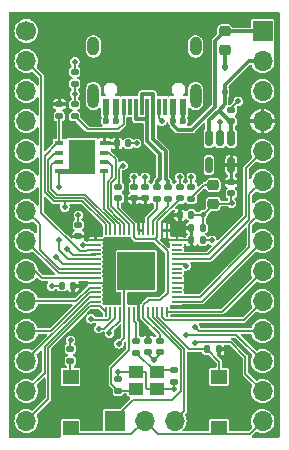
<source format=gbr>
%TF.GenerationSoftware,KiCad,Pcbnew,8.0.0*%
%TF.CreationDate,2024-02-27T23:55:06+02:00*%
%TF.ProjectId,my-rp2040,6d792d72-7032-4303-9430-2e6b69636164,rev?*%
%TF.SameCoordinates,PX555a960PY4fdec70*%
%TF.FileFunction,Copper,L1,Top*%
%TF.FilePolarity,Positive*%
%FSLAX46Y46*%
G04 Gerber Fmt 4.6, Leading zero omitted, Abs format (unit mm)*
G04 Created by KiCad (PCBNEW 8.0.0) date 2024-02-27 23:55:06*
%MOMM*%
%LPD*%
G01*
G04 APERTURE LIST*
G04 Aperture macros list*
%AMRoundRect*
0 Rectangle with rounded corners*
0 $1 Rounding radius*
0 $2 $3 $4 $5 $6 $7 $8 $9 X,Y pos of 4 corners*
0 Add a 4 corners polygon primitive as box body*
4,1,4,$2,$3,$4,$5,$6,$7,$8,$9,$2,$3,0*
0 Add four circle primitives for the rounded corners*
1,1,$1+$1,$2,$3*
1,1,$1+$1,$4,$5*
1,1,$1+$1,$6,$7*
1,1,$1+$1,$8,$9*
0 Add four rect primitives between the rounded corners*
20,1,$1+$1,$2,$3,$4,$5,0*
20,1,$1+$1,$4,$5,$6,$7,0*
20,1,$1+$1,$6,$7,$8,$9,0*
20,1,$1+$1,$8,$9,$2,$3,0*%
G04 Aperture macros list end*
%TA.AperFunction,SMDPad,CuDef*%
%ADD10RoundRect,0.150000X-0.150000X0.512500X-0.150000X-0.512500X0.150000X-0.512500X0.150000X0.512500X0*%
%TD*%
%TA.AperFunction,ComponentPad*%
%ADD11R,1.700000X1.700000*%
%TD*%
%TA.AperFunction,ComponentPad*%
%ADD12O,1.700000X1.700000*%
%TD*%
%TA.AperFunction,SMDPad,CuDef*%
%ADD13RoundRect,0.140000X0.170000X-0.140000X0.170000X0.140000X-0.170000X0.140000X-0.170000X-0.140000X0*%
%TD*%
%TA.AperFunction,SMDPad,CuDef*%
%ADD14RoundRect,0.135000X0.185000X-0.135000X0.185000X0.135000X-0.185000X0.135000X-0.185000X-0.135000X0*%
%TD*%
%TA.AperFunction,SMDPad,CuDef*%
%ADD15RoundRect,0.140000X-0.170000X0.140000X-0.170000X-0.140000X0.170000X-0.140000X0.170000X0.140000X0*%
%TD*%
%TA.AperFunction,SMDPad,CuDef*%
%ADD16RoundRect,0.135000X-0.185000X0.135000X-0.185000X-0.135000X0.185000X-0.135000X0.185000X0.135000X0*%
%TD*%
%TA.AperFunction,SMDPad,CuDef*%
%ADD17RoundRect,0.050000X-0.387500X-0.050000X0.387500X-0.050000X0.387500X0.050000X-0.387500X0.050000X0*%
%TD*%
%TA.AperFunction,SMDPad,CuDef*%
%ADD18RoundRect,0.050000X-0.050000X-0.387500X0.050000X-0.387500X0.050000X0.387500X-0.050000X0.387500X0*%
%TD*%
%TA.AperFunction,SMDPad,CuDef*%
%ADD19R,3.200000X3.200000*%
%TD*%
%TA.AperFunction,ComponentPad*%
%ADD20C,1.700000*%
%TD*%
%TA.AperFunction,SMDPad,CuDef*%
%ADD21RoundRect,0.135000X0.135000X0.185000X-0.135000X0.185000X-0.135000X-0.185000X0.135000X-0.185000X0*%
%TD*%
%TA.AperFunction,SMDPad,CuDef*%
%ADD22RoundRect,0.218750X-0.256250X0.218750X-0.256250X-0.218750X0.256250X-0.218750X0.256250X0.218750X0*%
%TD*%
%TA.AperFunction,SMDPad,CuDef*%
%ADD23RoundRect,0.218750X0.256250X-0.218750X0.256250X0.218750X-0.256250X0.218750X-0.256250X-0.218750X0*%
%TD*%
%TA.AperFunction,SMDPad,CuDef*%
%ADD24R,1.360000X1.230000*%
%TD*%
%TA.AperFunction,SMDPad,CuDef*%
%ADD25RoundRect,0.112500X0.112500X-0.187500X0.112500X0.187500X-0.112500X0.187500X-0.112500X-0.187500X0*%
%TD*%
%TA.AperFunction,SMDPad,CuDef*%
%ADD26RoundRect,0.140000X-0.140000X-0.170000X0.140000X-0.170000X0.140000X0.170000X-0.140000X0.170000X0*%
%TD*%
%TA.AperFunction,SMDPad,CuDef*%
%ADD27R,0.800000X0.400000*%
%TD*%
%TA.AperFunction,SMDPad,CuDef*%
%ADD28R,2.300000X3.000000*%
%TD*%
%TA.AperFunction,SMDPad,CuDef*%
%ADD29R,0.600000X1.450000*%
%TD*%
%TA.AperFunction,SMDPad,CuDef*%
%ADD30R,0.300000X1.450000*%
%TD*%
%TA.AperFunction,ComponentPad*%
%ADD31O,1.000000X2.100000*%
%TD*%
%TA.AperFunction,ComponentPad*%
%ADD32O,1.000000X1.600000*%
%TD*%
%TA.AperFunction,SMDPad,CuDef*%
%ADD33R,1.150000X1.000000*%
%TD*%
%TA.AperFunction,SMDPad,CuDef*%
%ADD34RoundRect,0.140000X0.140000X0.170000X-0.140000X0.170000X-0.140000X-0.170000X0.140000X-0.170000X0*%
%TD*%
%TA.AperFunction,ViaPad*%
%ADD35C,0.500000*%
%TD*%
%TA.AperFunction,ViaPad*%
%ADD36C,0.600000*%
%TD*%
%TA.AperFunction,Conductor*%
%ADD37C,0.300000*%
%TD*%
%TA.AperFunction,Conductor*%
%ADD38C,0.200000*%
%TD*%
%TA.AperFunction,Conductor*%
%ADD39C,0.150000*%
%TD*%
%TA.AperFunction,Conductor*%
%ADD40C,0.400000*%
%TD*%
G04 APERTURE END LIST*
D10*
%TO.P,U1,1,VIN*%
%TO.N,VCC*%
X19350000Y25850000D03*
%TO.P,U1,2,GND*%
%TO.N,GND*%
X18400000Y25850000D03*
%TO.P,U1,3,EN*%
%TO.N,VCC*%
X17450000Y25850000D03*
%TO.P,U1,4,NC*%
%TO.N,unconnected-(U1-NC-Pad4)*%
X17450000Y23575000D03*
%TO.P,U1,5,VOUT*%
%TO.N,+3V3*%
X19350000Y23575000D03*
%TD*%
D11*
%TO.P,J4,1,Pin_1*%
%TO.N,/SWCLK*%
X9475000Y1910000D03*
D12*
%TO.P,J4,2,Pin_2*%
%TO.N,GND*%
X12015000Y1910000D03*
%TO.P,J4,3,Pin_3*%
%TO.N,/SWDIO*%
X14555000Y1910000D03*
%TD*%
D13*
%TO.P,C1,1*%
%TO.N,VCC*%
X19350000Y27270000D03*
%TO.P,C1,2*%
%TO.N,GND*%
X19350000Y28230000D03*
%TD*%
%TO.P,C15,1*%
%TO.N,/XIN*%
X9770000Y4470000D03*
%TO.P,C15,2*%
%TO.N,GND*%
X9770000Y5430000D03*
%TD*%
%TO.P,C16,1*%
%TO.N,GND*%
X14490000Y5240000D03*
%TO.P,C16,2*%
%TO.N,Net-(C16-Pad2)*%
X14490000Y6200000D03*
%TD*%
D14*
%TO.P,R6,1*%
%TO.N,/QSPI_SS*%
X4800000Y27700000D03*
%TO.P,R6,2*%
%TO.N,+3V3*%
X4800000Y28720000D03*
%TD*%
D15*
%TO.P,C2,1*%
%TO.N,+3V3*%
X19350000Y22150000D03*
%TO.P,C2,2*%
%TO.N,GND*%
X19350000Y21190000D03*
%TD*%
D16*
%TO.P,R1,1*%
%TO.N,Net-(J1-CC1)*%
X6100000Y31460000D03*
%TO.P,R1,2*%
%TO.N,GND*%
X6100000Y30440000D03*
%TD*%
D14*
%TO.P,R4,1*%
%TO.N,Net-(D2-A)*%
X15980000Y20700000D03*
%TO.P,R4,2*%
%TO.N,/GP25*%
X15980000Y21720000D03*
%TD*%
D17*
%TO.P,U3,1,IOVDD*%
%TO.N,+3V3*%
X7862500Y17200000D03*
%TO.P,U3,2,GPIO0*%
%TO.N,/GP0*%
X7862500Y16800000D03*
%TO.P,U3,3,GPIO1*%
%TO.N,/GP1*%
X7862500Y16400000D03*
%TO.P,U3,4,GPIO2*%
%TO.N,/GP2*%
X7862500Y16000000D03*
%TO.P,U3,5,GPIO3*%
%TO.N,/GP3*%
X7862500Y15600000D03*
%TO.P,U3,6,GPIO4*%
%TO.N,/GP4*%
X7862500Y15200000D03*
%TO.P,U3,7,GPIO5*%
%TO.N,/GP5*%
X7862500Y14800000D03*
%TO.P,U3,8,GPIO6*%
%TO.N,/GP6*%
X7862500Y14400000D03*
%TO.P,U3,9,GPIO7*%
%TO.N,/GP7*%
X7862500Y14000000D03*
%TO.P,U3,10,IOVDD*%
%TO.N,+3V3*%
X7862500Y13600000D03*
%TO.P,U3,11,GPIO8*%
%TO.N,/GP8*%
X7862500Y13200000D03*
%TO.P,U3,12,GPIO9*%
%TO.N,/GP9*%
X7862500Y12800000D03*
%TO.P,U3,13,GPIO10*%
%TO.N,/GP10*%
X7862500Y12400000D03*
%TO.P,U3,14,GPIO11*%
%TO.N,/GP11*%
X7862500Y12000000D03*
D18*
%TO.P,U3,15,GPIO12*%
%TO.N,/GP12*%
X8700000Y11162500D03*
%TO.P,U3,16,GPIO13*%
%TO.N,/GP13*%
X9100000Y11162500D03*
%TO.P,U3,17,GPIO14*%
%TO.N,/GP14*%
X9500000Y11162500D03*
%TO.P,U3,18,GPIO15*%
%TO.N,/GP15*%
X9900000Y11162500D03*
%TO.P,U3,19,TESTEN*%
%TO.N,GND*%
X10300000Y11162500D03*
%TO.P,U3,20,XIN*%
%TO.N,/XIN*%
X10700000Y11162500D03*
%TO.P,U3,21,XOUT*%
%TO.N,/XOUT*%
X11100000Y11162500D03*
%TO.P,U3,22,IOVDD*%
%TO.N,+3V3*%
X11500000Y11162500D03*
%TO.P,U3,23,DVDD*%
%TO.N,+1V1*%
X11900000Y11162500D03*
%TO.P,U3,24,SWCLK*%
%TO.N,/SWCLK*%
X12300000Y11162500D03*
%TO.P,U3,25,SWD*%
%TO.N,/SWDIO*%
X12700000Y11162500D03*
%TO.P,U3,26,RUN*%
%TO.N,/RUN*%
X13100000Y11162500D03*
%TO.P,U3,27,GPIO16*%
%TO.N,/GP16*%
X13500000Y11162500D03*
%TO.P,U3,28,GPIO17*%
%TO.N,/GP17*%
X13900000Y11162500D03*
D17*
%TO.P,U3,29,GPIO18*%
%TO.N,/GP18*%
X14737500Y12000000D03*
%TO.P,U3,30,GPIO19*%
%TO.N,/GP19*%
X14737500Y12400000D03*
%TO.P,U3,31,GPIO20*%
%TO.N,/GP20*%
X14737500Y12800000D03*
%TO.P,U3,32,GPIO21*%
%TO.N,/GP21*%
X14737500Y13200000D03*
%TO.P,U3,33,IOVDD*%
%TO.N,+3V3*%
X14737500Y13600000D03*
%TO.P,U3,34,GPIO22*%
%TO.N,/GP22*%
X14737500Y14000000D03*
%TO.P,U3,35,GPIO23*%
%TO.N,/GP23*%
X14737500Y14400000D03*
%TO.P,U3,36,GPIO24*%
%TO.N,/GP24*%
X14737500Y14800000D03*
%TO.P,U3,37,GPIO25*%
%TO.N,/GP25*%
X14737500Y15200000D03*
%TO.P,U3,38,GPIO26_ADC0*%
%TO.N,/ADC0*%
X14737500Y15600000D03*
%TO.P,U3,39,GPIO27_ADC1*%
%TO.N,/ADC1*%
X14737500Y16000000D03*
%TO.P,U3,40,GPIO28_ADC2*%
%TO.N,/ADC2*%
X14737500Y16400000D03*
%TO.P,U3,41,GPIO29_ADC3*%
%TO.N,/ADC3*%
X14737500Y16800000D03*
%TO.P,U3,42,IOVDD*%
%TO.N,+3V3*%
X14737500Y17200000D03*
D18*
%TO.P,U3,43,ADC_AVDD*%
X13900000Y18037500D03*
%TO.P,U3,44,VREG_IN*%
X13500000Y18037500D03*
%TO.P,U3,45,VREG_VOUT*%
%TO.N,+1V1*%
X13100000Y18037500D03*
%TO.P,U3,46,USB_DM*%
%TO.N,Net-(U3-USB_DM)*%
X12700000Y18037500D03*
%TO.P,U3,47,USB_DP*%
%TO.N,Net-(U3-USB_DP)*%
X12300000Y18037500D03*
%TO.P,U3,48,USB_VDD*%
%TO.N,+3V3*%
X11900000Y18037500D03*
%TO.P,U3,49,IOVDD*%
X11500000Y18037500D03*
%TO.P,U3,50,DVDD*%
%TO.N,+1V1*%
X11100000Y18037500D03*
%TO.P,U3,51,QSPI_SD3*%
%TO.N,/QSPI_SD3*%
X10700000Y18037500D03*
%TO.P,U3,52,QSPI_SCLK*%
%TO.N,/QSPI_CLK*%
X10300000Y18037500D03*
%TO.P,U3,53,QSPI_SD0*%
%TO.N,/QSPI_SD0*%
X9900000Y18037500D03*
%TO.P,U3,54,QSPI_SD2*%
%TO.N,/QSPI_SD2*%
X9500000Y18037500D03*
%TO.P,U3,55,QSPI_SD1*%
%TO.N,/QSPI_SD1*%
X9100000Y18037500D03*
%TO.P,U3,56,QSPI_SS*%
%TO.N,/QSPI_SS*%
X8700000Y18037500D03*
D19*
%TO.P,U3,57,GND*%
%TO.N,GND*%
X11300000Y14600000D03*
%TD*%
D20*
%TO.P,J2,1,Pin_1*%
%TO.N,/GP0*%
X2000000Y34910000D03*
D12*
%TO.P,J2,2,Pin_2*%
%TO.N,/GP1*%
X2000000Y32370000D03*
%TO.P,J2,3,Pin_3*%
%TO.N,GND*%
X2000000Y29830000D03*
%TO.P,J2,4,Pin_4*%
%TO.N,/GP2*%
X2000000Y27290000D03*
%TO.P,J2,5,Pin_5*%
%TO.N,/GP3*%
X2000000Y24750000D03*
%TO.P,J2,6,Pin_6*%
%TO.N,/GP4*%
X2000000Y22210000D03*
%TO.P,J2,7,Pin_7*%
%TO.N,/GP5*%
X2000000Y19670000D03*
%TO.P,J2,8,Pin_8*%
%TO.N,/GP6*%
X2000000Y17130000D03*
%TO.P,J2,9,Pin_9*%
%TO.N,/GP7*%
X2000000Y14590000D03*
%TO.P,J2,10,Pin_10*%
%TO.N,/GP8*%
X2000000Y12050000D03*
%TO.P,J2,11,Pin_11*%
%TO.N,/GP9*%
X2000000Y9510000D03*
%TO.P,J2,12,Pin_12*%
%TO.N,/GP10*%
X2000000Y6970000D03*
%TO.P,J2,13,Pin_13*%
%TO.N,/GP11*%
X2000000Y4430000D03*
%TO.P,J2,14,Pin_14*%
%TO.N,/GP12*%
X2000000Y1890000D03*
%TD*%
D14*
%TO.P,R2,1*%
%TO.N,Net-(J1-CC2)*%
X6100000Y27690000D03*
%TO.P,R2,2*%
%TO.N,GND*%
X6100000Y28710000D03*
%TD*%
D21*
%TO.P,R5,1*%
%TO.N,+3V3*%
X18290000Y7980000D03*
%TO.P,R5,2*%
%TO.N,/RUN*%
X17270000Y7980000D03*
%TD*%
D15*
%TO.P,C10,1*%
%TO.N,GND*%
X6410000Y18490000D03*
%TO.P,C10,2*%
%TO.N,+3V3*%
X6410000Y17530000D03*
%TD*%
D22*
%TO.P,F1,1*%
%TO.N,VBUS*%
X18800000Y34887500D03*
%TO.P,F1,2*%
%TO.N,Net-(D1-A)*%
X18800000Y33312500D03*
%TD*%
D11*
%TO.P,J3,1,Pin_1*%
%TO.N,VBUS*%
X22000000Y34910000D03*
D12*
%TO.P,J3,2,Pin_2*%
%TO.N,VCC*%
X22000000Y32370000D03*
%TO.P,J3,3,Pin_3*%
%TO.N,GND*%
X22000000Y29830000D03*
%TO.P,J3,4,Pin_4*%
%TO.N,+3V3*%
X22000000Y27290000D03*
%TO.P,J3,5,Pin_5*%
%TO.N,/ADC1*%
X22000000Y24750000D03*
%TO.P,J3,6,Pin_6*%
%TO.N,/ADC0*%
X22000000Y22210000D03*
%TO.P,J3,7,Pin_7*%
%TO.N,/GP19*%
X22000000Y19670000D03*
%TO.P,J3,8,Pin_8*%
%TO.N,/GP18*%
X22000000Y17130000D03*
%TO.P,J3,9,Pin_9*%
%TO.N,/GP17*%
X22000000Y14590000D03*
%TO.P,J3,10,Pin_10*%
%TO.N,/GP16*%
X22000000Y12050000D03*
%TO.P,J3,11,Pin_11*%
%TO.N,/GP15*%
X22000000Y9510000D03*
%TO.P,J3,12,Pin_12*%
%TO.N,/GP14*%
X22000000Y6970000D03*
%TO.P,J3,13,Pin_13*%
%TO.N,/GP13*%
X22000000Y4430000D03*
%TO.P,J3,14,Pin_14*%
%TO.N,GND*%
X22000000Y1890000D03*
%TD*%
D15*
%TO.P,C8,1*%
%TO.N,GND*%
X12083332Y21700000D03*
%TO.P,C8,2*%
%TO.N,+3V3*%
X12083332Y20740000D03*
%TD*%
D23*
%TO.P,D2,1,K*%
%TO.N,GND*%
X17820000Y20302500D03*
%TO.P,D2,2,A*%
%TO.N,Net-(D2-A)*%
X17820000Y21877500D03*
%TD*%
D24*
%TO.P,SW1,1,1*%
%TO.N,/RUN*%
X18300000Y5650000D03*
%TO.P,SW1,2,2*%
%TO.N,GND*%
X18300000Y1290000D03*
%TD*%
D25*
%TO.P,D1,1,K*%
%TO.N,VCC*%
X18800000Y29750000D03*
%TO.P,D1,2,A*%
%TO.N,Net-(D1-A)*%
X18800000Y31850000D03*
%TD*%
D26*
%TO.P,C11,1*%
%TO.N,GND*%
X4990000Y13330000D03*
%TO.P,C11,2*%
%TO.N,+3V3*%
X5950000Y13330000D03*
%TD*%
D16*
%TO.P,R9,1*%
%TO.N,/XOUT*%
X11300000Y8680000D03*
%TO.P,R9,2*%
%TO.N,Net-(C16-Pad2)*%
X11300000Y7660000D03*
%TD*%
D24*
%TO.P,SW2,1,1*%
%TO.N,Net-(R3-Pad2)*%
X5740000Y5650000D03*
%TO.P,SW2,2,2*%
%TO.N,GND*%
X5740000Y1290000D03*
%TD*%
D26*
%TO.P,C14,1*%
%TO.N,+3V3*%
X9660000Y25400000D03*
%TO.P,C14,2*%
%TO.N,GND*%
X10620000Y25400000D03*
%TD*%
D16*
%TO.P,R3,1*%
%TO.N,/QSPI_SS*%
X5730000Y8000000D03*
%TO.P,R3,2*%
%TO.N,Net-(R3-Pad2)*%
X5730000Y6980000D03*
%TD*%
D27*
%TO.P,U2,1,~{CS}*%
%TO.N,/QSPI_SS*%
X4800000Y25425000D03*
%TO.P,U2,2,DO(IO1)*%
%TO.N,/QSPI_SD1*%
X4800000Y24625000D03*
%TO.P,U2,3,IO2*%
%TO.N,/QSPI_SD2*%
X4800000Y23825000D03*
%TO.P,U2,4,GND*%
%TO.N,GND*%
X4800000Y23025000D03*
%TO.P,U2,5,DI(IO0)*%
%TO.N,/QSPI_SD0*%
X8600000Y23025000D03*
%TO.P,U2,6,CLK*%
%TO.N,/QSPI_CLK*%
X8600000Y23825000D03*
%TO.P,U2,7,IO3*%
%TO.N,/QSPI_SD3*%
X8600000Y24625000D03*
%TO.P,U2,8,VCC*%
%TO.N,+3V3*%
X8600000Y25425000D03*
D28*
%TO.P,U2,9,EP*%
%TO.N,GND*%
X6700000Y24225000D03*
%TD*%
D15*
%TO.P,C9,1*%
%TO.N,GND*%
X11116666Y21700000D03*
%TO.P,C9,2*%
%TO.N,+3V3*%
X11116666Y20740000D03*
%TD*%
D29*
%TO.P,J1,A1,GND*%
%TO.N,GND*%
X15250000Y28515000D03*
%TO.P,J1,A4,VBUS*%
%TO.N,VBUS*%
X14450000Y28515000D03*
D30*
%TO.P,J1,A5,CC1*%
%TO.N,Net-(J1-CC1)*%
X13250000Y28515000D03*
%TO.P,J1,A6,D+*%
%TO.N,/PORT_D+*%
X12250000Y28515000D03*
%TO.P,J1,A7,D-*%
%TO.N,/PORT_D-*%
X11750000Y28515000D03*
%TO.P,J1,A8,SBU1*%
%TO.N,unconnected-(J1-SBU1-PadA8)*%
X10750000Y28515000D03*
D29*
%TO.P,J1,A9,VBUS*%
%TO.N,VBUS*%
X9550000Y28515000D03*
%TO.P,J1,A12,GND*%
%TO.N,GND*%
X8750000Y28515000D03*
%TO.P,J1,B1,GND*%
X8750000Y28515000D03*
%TO.P,J1,B4,VBUS*%
%TO.N,VBUS*%
X9550000Y28515000D03*
D30*
%TO.P,J1,B5,CC2*%
%TO.N,Net-(J1-CC2)*%
X10250000Y28515000D03*
%TO.P,J1,B6,D+*%
%TO.N,/PORT_D+*%
X11250000Y28515000D03*
%TO.P,J1,B7,D-*%
%TO.N,/PORT_D-*%
X12750000Y28515000D03*
%TO.P,J1,B8,SBU2*%
%TO.N,unconnected-(J1-SBU2-PadB8)*%
X13750000Y28515000D03*
D29*
%TO.P,J1,B9,VBUS*%
%TO.N,VBUS*%
X14450000Y28515000D03*
%TO.P,J1,B12,GND*%
%TO.N,GND*%
X15250000Y28515000D03*
D31*
%TO.P,J1,S1,SHIELD*%
X16320000Y29430000D03*
D32*
X16320000Y33610000D03*
D31*
X7680000Y29430000D03*
D32*
X7680000Y33610000D03*
%TD*%
D13*
%TO.P,C12,1*%
%TO.N,GND*%
X12310000Y7710000D03*
%TO.P,C12,2*%
%TO.N,+3V3*%
X12310000Y8670000D03*
%TD*%
D16*
%TO.P,R7,1*%
%TO.N,/PORT_D+*%
X13049998Y21710000D03*
%TO.P,R7,2*%
%TO.N,Net-(U3-USB_DP)*%
X13049998Y20690000D03*
%TD*%
D13*
%TO.P,C4,1*%
%TO.N,GND*%
X13300000Y7710000D03*
%TO.P,C4,2*%
%TO.N,+1V1*%
X13300000Y8670000D03*
%TD*%
D33*
%TO.P,Y1,1,1*%
%TO.N,Net-(C16-Pad2)*%
X13020000Y6020000D03*
%TO.P,Y1,2,2*%
%TO.N,GND*%
X11270000Y6020000D03*
%TO.P,Y1,3,3*%
%TO.N,/XIN*%
X11270000Y4620000D03*
%TO.P,Y1,4,4*%
%TO.N,GND*%
X13020000Y4620000D03*
%TD*%
D15*
%TO.P,C3,1*%
%TO.N,GND*%
X9790000Y21740000D03*
%TO.P,C3,2*%
%TO.N,+1V1*%
X9790000Y20780000D03*
%TD*%
D34*
%TO.P,C7,1*%
%TO.N,GND*%
X16930000Y18250000D03*
%TO.P,C7,2*%
%TO.N,+3V3*%
X15970000Y18250000D03*
%TD*%
D15*
%TO.P,C5,1*%
%TO.N,GND*%
X14983330Y21700000D03*
%TO.P,C5,2*%
%TO.N,+1V1*%
X14983330Y20740000D03*
%TD*%
D34*
%TO.P,C13,1*%
%TO.N,GND*%
X16930000Y17200000D03*
%TO.P,C13,2*%
%TO.N,+3V3*%
X15970000Y17200000D03*
%TD*%
%TO.P,C6,1*%
%TO.N,GND*%
X15960000Y19350000D03*
%TO.P,C6,2*%
%TO.N,+3V3*%
X15000000Y19350000D03*
%TD*%
D16*
%TO.P,R8,1*%
%TO.N,/PORT_D-*%
X14016664Y21710000D03*
%TO.P,R8,2*%
%TO.N,Net-(U3-USB_DM)*%
X14016664Y20690000D03*
%TD*%
D35*
%TO.N,GND*%
X4800000Y21670000D03*
X10190000Y15690000D03*
X5900000Y23050000D03*
X6410000Y19330000D03*
X7475000Y23050000D03*
D36*
X15250000Y27300000D03*
D35*
X9840000Y8440000D03*
X7475000Y25350000D03*
X16940000Y19350000D03*
X10180000Y23530000D03*
X12810000Y7060000D03*
X5900000Y25375000D03*
X14490000Y4620000D03*
D36*
X8750000Y27300000D03*
D35*
X11125000Y22550000D03*
X11330000Y14670000D03*
X19940000Y28960000D03*
X19370000Y20350000D03*
X6100000Y29600000D03*
X18400000Y27180000D03*
X9780000Y6020000D03*
X12400000Y13440000D03*
X12075000Y22550000D03*
X6675000Y24275000D03*
X11340000Y25400000D03*
X4130000Y13320000D03*
X14975000Y22550000D03*
X10210000Y13460000D03*
X12400000Y15640000D03*
X17700000Y17200000D03*
D36*
%TO.N,VBUS*%
X14450000Y27300000D03*
X9550000Y27300000D03*
D35*
%TO.N,+3V3*%
X16330000Y14810000D03*
X16080000Y16560000D03*
%TO.N,/QSPI_SS*%
X5740000Y8750000D03*
X5250000Y20020000D03*
%TO.N,Net-(J1-CC1)*%
X13480000Y27300000D03*
X6100000Y32300000D03*
%TO.N,/GP25*%
X15531499Y15045101D03*
X15970000Y22540000D03*
%TO.N,/GP2*%
X5400000Y16490000D03*
%TO.N,/GP13*%
X7460000Y10550000D03*
X16270000Y8540000D03*
%TO.N,/GP14*%
X8140000Y9720000D03*
X15550000Y9190000D03*
%TO.N,/GP15*%
X9030000Y9320000D03*
X16270000Y9880000D03*
%TO.N,/GP3*%
X4750000Y17210000D03*
%TO.N,/GP4*%
X4510000Y15810000D03*
%TO.N,/GP0*%
X6790000Y16810000D03*
%TD*%
D37*
%TO.N,Net-(D1-A)*%
X18800000Y33312500D02*
X18800000Y31850000D01*
%TO.N,VCC*%
X18275000Y28175000D02*
X18325000Y28175000D01*
X18800000Y30350000D02*
X20820000Y32370000D01*
X19350000Y27270000D02*
X19350000Y25850000D01*
X18325000Y28175000D02*
X19230000Y27270000D01*
X20820000Y32370000D02*
X22000000Y32370000D01*
X17450000Y27350000D02*
X17450000Y25850000D01*
X18800000Y29750000D02*
X18800000Y28700000D01*
X18275000Y28175000D02*
X17450000Y27350000D01*
X18800000Y28700000D02*
X18275000Y28175000D01*
X19230000Y27270000D02*
X19350000Y27270000D01*
X18800000Y29750000D02*
X18800000Y30350000D01*
D38*
%TO.N,GND*%
X19350000Y28370000D02*
X19940000Y28960000D01*
D39*
X5765000Y785000D02*
X10890000Y785000D01*
D38*
X10300000Y13370000D02*
X10210000Y13460000D01*
X10300000Y13550000D02*
X10300000Y13600000D01*
X10620000Y25400000D02*
X11340000Y25400000D01*
X12045000Y6020000D02*
X12145000Y5920000D01*
X9770000Y5430000D02*
X9770000Y6010000D01*
D39*
X13300000Y7550000D02*
X12810000Y7060000D01*
X10150000Y23530000D02*
X10180000Y23530000D01*
X17910000Y20292500D02*
X17882500Y20292500D01*
D38*
X11116666Y21700000D02*
X11116666Y22541666D01*
X10300000Y13600000D02*
X11330000Y14630000D01*
D39*
X17910000Y20292500D02*
X19312500Y20292500D01*
D38*
X11116666Y22541666D02*
X11125000Y22550000D01*
X5875000Y23025000D02*
X5900000Y23050000D01*
D39*
X13300000Y7710000D02*
X13300000Y7550000D01*
D38*
X15960000Y19350000D02*
X16940000Y19350000D01*
X14983330Y21700000D02*
X14983330Y22541670D01*
X12145000Y5920000D02*
X12145000Y4720000D01*
X14983330Y22541670D02*
X14975000Y22550000D01*
X6100000Y28710000D02*
X6100000Y29600000D01*
X12083332Y22541668D02*
X12075000Y22550000D01*
X16930000Y18250000D02*
X16930000Y19340000D01*
X19350000Y20370000D02*
X19370000Y20350000D01*
X10300000Y8900000D02*
X10300000Y11162500D01*
X13020000Y4620000D02*
X14490000Y4620000D01*
X18400000Y25850000D02*
X18400000Y27180000D01*
X11330000Y14630000D02*
X11330000Y14670000D01*
D39*
X17882500Y20292500D02*
X16940000Y19350000D01*
X9790000Y21740000D02*
X9830000Y21780000D01*
X13140000Y785000D02*
X18295000Y785000D01*
D38*
X10210000Y13460000D02*
X10300000Y13550000D01*
D37*
X15250000Y27290000D02*
X15250000Y28515000D01*
D38*
X6100000Y30440000D02*
X6100000Y29600000D01*
X16930000Y19340000D02*
X16940000Y19350000D01*
D39*
X12310000Y7560000D02*
X12810000Y7060000D01*
X9830000Y21780000D02*
X9830000Y23210000D01*
D40*
X4800000Y23025000D02*
X5875000Y23025000D01*
D38*
X10300000Y11162500D02*
X10300000Y13370000D01*
D39*
X12015000Y1910000D02*
X13140000Y785000D01*
X19312500Y20292500D02*
X19370000Y20350000D01*
D38*
X12083332Y21700000D02*
X12083332Y22541668D01*
D39*
X10890000Y785000D02*
X12015000Y1910000D01*
D38*
X19350000Y28230000D02*
X19350000Y28370000D01*
X11330000Y14670000D02*
X11370000Y14670000D01*
X4800000Y23025000D02*
X4800000Y21670000D01*
D39*
X20930000Y820000D02*
X22000000Y1890000D01*
X18295000Y785000D02*
X18330000Y820000D01*
D38*
X17700000Y17200000D02*
X16930000Y17200000D01*
X14490000Y5240000D02*
X14490000Y4620000D01*
D39*
X9830000Y23210000D02*
X10150000Y23530000D01*
D38*
X12245000Y4620000D02*
X13020000Y4620000D01*
D39*
X5730000Y820000D02*
X5765000Y785000D01*
D38*
X11270000Y6020000D02*
X9780000Y6020000D01*
D37*
X8750000Y28515000D02*
X8750000Y27300000D01*
D39*
X18330000Y820000D02*
X20930000Y820000D01*
D38*
X4140000Y13330000D02*
X4130000Y13320000D01*
X4990000Y13330000D02*
X4140000Y13330000D01*
X6410000Y18490000D02*
X6410000Y19330000D01*
X11270000Y6020000D02*
X12045000Y6020000D01*
X19350000Y21190000D02*
X19350000Y20370000D01*
X9770000Y6010000D02*
X9780000Y6020000D01*
X11370000Y14670000D02*
X11300000Y14600000D01*
X12145000Y4720000D02*
X12245000Y4620000D01*
D39*
X12310000Y7710000D02*
X12310000Y7560000D01*
D38*
X9840000Y8440000D02*
X10300000Y8900000D01*
D37*
%TO.N,VBUS*%
X14820000Y26550000D02*
X16000000Y26550000D01*
X17975000Y34062500D02*
X18800000Y34887500D01*
X16000000Y26550000D02*
X17975000Y28525000D01*
X14450000Y28515000D02*
X14450000Y27300000D01*
X17975000Y28525000D02*
X17975000Y34062500D01*
X14450000Y26920000D02*
X14820000Y26550000D01*
X21977500Y34887500D02*
X22000000Y34910000D01*
X9550000Y28515000D02*
X9550000Y27300000D01*
X18800000Y34887500D02*
X21977500Y34887500D01*
X14450000Y27300000D02*
X14450000Y26920000D01*
%TO.N,/PORT_D+*%
X13283331Y22423334D02*
X13049998Y22190001D01*
X11250000Y27440000D02*
X12250000Y27440000D01*
X12250000Y25576446D02*
X13283331Y24543115D01*
X11250000Y28515000D02*
X11250000Y27440000D01*
X13283331Y24543115D02*
X13283331Y22423334D01*
X12250000Y28515000D02*
X12250000Y25576446D01*
X12250000Y27440000D02*
X12250000Y28515000D01*
X13049998Y22190001D02*
X13049998Y21710000D01*
D38*
%TO.N,+3V3*%
X7862500Y13600000D02*
X7220000Y13600000D01*
X11900000Y18037500D02*
X11900000Y19140000D01*
X11900000Y19140000D02*
X12083332Y19323332D01*
D39*
X11500000Y11162500D02*
X11500000Y10540000D01*
X11500000Y10540000D02*
X12310000Y9730000D01*
D38*
X11116666Y19533334D02*
X11116666Y20740000D01*
X11500000Y19150000D02*
X11116666Y19533334D01*
X14737500Y17200000D02*
X15970000Y17200000D01*
X13500000Y18037500D02*
X13500000Y18508914D01*
D39*
X12310000Y9730000D02*
X12310000Y8670000D01*
D38*
X15970000Y16670000D02*
X15970000Y17200000D01*
X11500000Y18037500D02*
X11500000Y19150000D01*
X12083332Y19323332D02*
X12083332Y20740000D01*
X8600000Y25425000D02*
X9795000Y25425000D01*
X16080000Y16560000D02*
X15970000Y16670000D01*
X14737500Y13600000D02*
X15490000Y13600000D01*
%TO.N,+1V1*%
X12920000Y17300000D02*
X13100000Y17480000D01*
X13960000Y12760000D02*
X13350000Y12150000D01*
D39*
X14983330Y20681238D02*
X14983330Y20740000D01*
D38*
X13300000Y9228640D02*
X13300000Y8670000D01*
X11303640Y17300000D02*
X12920000Y17300000D01*
X12353640Y12150000D02*
X11900000Y11696360D01*
X12920000Y17300000D02*
X13960000Y16260000D01*
D39*
X11100000Y18580000D02*
X9790000Y19890000D01*
X13100000Y18037500D02*
X13100000Y18797908D01*
D38*
X13350000Y12150000D02*
X12353640Y12150000D01*
X11900000Y11162500D02*
X11900000Y10628640D01*
X13960000Y16260000D02*
X13960000Y12760000D01*
D39*
X11100000Y18037500D02*
X11100000Y18580000D01*
D38*
X11900000Y11696360D02*
X11900000Y11162500D01*
X11100000Y18037500D02*
X11100000Y17503640D01*
X11100000Y17503640D02*
X11303640Y17300000D01*
D39*
X13100000Y18797908D02*
X14983330Y20681238D01*
D38*
X11900000Y10628640D02*
X13300000Y9228640D01*
X13100000Y17480000D02*
X13100000Y18037500D01*
D39*
X9790000Y19890000D02*
X9790000Y20780000D01*
%TO.N,Net-(C16-Pad2)*%
X12940000Y6020000D02*
X13020000Y6020000D01*
X11300000Y7660000D02*
X12940000Y6020000D01*
X14490000Y6200000D02*
X13200000Y6200000D01*
X13200000Y6200000D02*
X13020000Y6020000D01*
%TO.N,Net-(D2-A)*%
X17041068Y21877500D02*
X17820000Y21877500D01*
X15980000Y20816432D02*
X17041068Y21877500D01*
X15980000Y20700000D02*
X15980000Y20816432D01*
%TO.N,Net-(J1-CC2)*%
X9800000Y26600000D02*
X7190000Y26600000D01*
X10250000Y27050000D02*
X9800000Y26600000D01*
X10250000Y28515000D02*
X10250000Y27050000D01*
X7190000Y26600000D02*
X6100000Y27690000D01*
%TO.N,/XIN*%
X9770000Y4470000D02*
X11120000Y4470000D01*
X9185000Y6395000D02*
X9185000Y5055000D01*
X9185000Y5055000D02*
X9770000Y4470000D01*
X10700000Y11162500D02*
X10700000Y7910000D01*
X10700000Y7910000D02*
X9185000Y6395000D01*
X11120000Y4470000D02*
X11270000Y4620000D01*
%TO.N,/XOUT*%
X11100000Y11162500D02*
X11100000Y10370000D01*
X11100000Y10370000D02*
X11300000Y10170000D01*
X11300000Y10170000D02*
X11300000Y8680000D01*
%TO.N,/QSPI_SS*%
X4600000Y25425000D02*
X4800000Y25425000D01*
X8700000Y18541000D02*
X6750000Y20491000D01*
X5730000Y8740000D02*
X5740000Y8750000D01*
X3548000Y21285263D02*
X3548000Y24373000D01*
X6750000Y20491000D02*
X5250000Y20491000D01*
X3548000Y24373000D02*
X4600000Y25425000D01*
X8700000Y18037500D02*
X8700000Y18541000D01*
X5730000Y8000000D02*
X5730000Y8740000D01*
X5250000Y20491000D02*
X4342262Y20491000D01*
X5250000Y20491000D02*
X5250000Y20020000D01*
X4800000Y25425000D02*
X4800000Y27700000D01*
X4342262Y20491000D02*
X3548000Y21285263D01*
%TO.N,/QSPI_SD3*%
X9154000Y22037262D02*
X9552000Y22435262D01*
X9154000Y20126000D02*
X9154000Y22037262D01*
X9552000Y22435262D02*
X9552000Y24073000D01*
X9000000Y24625000D02*
X8600000Y24625000D01*
X9552000Y24073000D02*
X9000000Y24625000D01*
X10700000Y18037500D02*
X10700000Y18580000D01*
X10700000Y18580000D02*
X9154000Y20126000D01*
%TO.N,/QSPI_SD1*%
X9100000Y18037500D02*
X9100000Y18536006D01*
X4457000Y20768000D02*
X3825000Y21400000D01*
X6868006Y20768000D02*
X4457000Y20768000D01*
X4425000Y24625000D02*
X4800000Y24625000D01*
X9100000Y18536006D02*
X6868006Y20768000D01*
X3825000Y21400000D02*
X3825000Y24025000D01*
X3825000Y24025000D02*
X4425000Y24625000D01*
%TO.N,/QSPI_CLK*%
X9792482Y19027000D02*
X9809006Y19027000D01*
X9275000Y22550000D02*
X8877000Y22152000D01*
X8950000Y23825000D02*
X9275000Y23500000D01*
X9809006Y19027000D02*
X10300000Y18536006D01*
X8877000Y22152000D02*
X8877000Y19942482D01*
X8600000Y23825000D02*
X8950000Y23825000D01*
X10300000Y18536006D02*
X10300000Y18037500D01*
X8877000Y19942482D02*
X9792482Y19027000D01*
X9275000Y23500000D02*
X9275000Y22550000D01*
%TO.N,/QSPI_SD2*%
X9500000Y18536006D02*
X6991006Y21045000D01*
X4580466Y21045000D02*
X4125000Y21500466D01*
X6991006Y21045000D02*
X4580466Y21045000D01*
X4125000Y21500466D02*
X4125000Y23550000D01*
X4125000Y23550000D02*
X4400000Y23825000D01*
X9500000Y18037500D02*
X9500000Y18536006D01*
X4400000Y23825000D02*
X4800000Y23825000D01*
%TO.N,/QSPI_SD0*%
X9686006Y18750000D02*
X9677744Y18750000D01*
X8590000Y19837744D02*
X8590000Y23015000D01*
X9677744Y18750000D02*
X8590000Y19837744D01*
X9900000Y18037500D02*
X9900000Y18536006D01*
X9900000Y18536006D02*
X9686006Y18750000D01*
X8590000Y23015000D02*
X8600000Y23025000D01*
%TO.N,Net-(J1-CC1)*%
X13480000Y27300000D02*
X13250000Y27530000D01*
X13250000Y27530000D02*
X13250000Y28515000D01*
X6100000Y32300000D02*
X6100000Y31460000D01*
%TO.N,/GP25*%
X15376600Y15200000D02*
X15531499Y15045101D01*
X14737500Y15200000D02*
X15376600Y15200000D01*
X15980000Y21720000D02*
X15980000Y22530000D01*
X15980000Y22530000D02*
X15970000Y22540000D01*
%TO.N,Net-(R3-Pad2)*%
X5730000Y5660000D02*
X5740000Y5650000D01*
X5730000Y6980000D02*
X5730000Y5660000D01*
D38*
%TO.N,Net-(U3-USB_DP)*%
X13049998Y19824998D02*
X13049998Y20690000D01*
X12300000Y18037500D02*
X12300000Y19075000D01*
X12300000Y19075000D02*
X13049998Y19824998D01*
%TO.N,Net-(U3-USB_DM)*%
X14016664Y20690000D02*
X14016664Y20141664D01*
X14016664Y20141664D02*
X12700000Y18825000D01*
X12700000Y18825000D02*
X12700000Y18037500D01*
D39*
%TO.N,/RUN*%
X15783994Y7980000D02*
X17270000Y7980000D01*
X13100000Y10663994D02*
X15783994Y7980000D01*
X18330000Y6920000D02*
X17270000Y7980000D01*
X13100000Y11162500D02*
X13100000Y10663994D01*
X18330000Y5180000D02*
X18330000Y6920000D01*
%TO.N,/GP19*%
X20875000Y18545000D02*
X22000000Y19670000D01*
X14737500Y12400000D02*
X16676830Y12400000D01*
X16676830Y12400000D02*
X20875000Y16598170D01*
X20875000Y16598170D02*
X20875000Y18545000D01*
%TO.N,/GP2*%
X5912000Y15978000D02*
X5400000Y16490000D01*
X7862500Y16000000D02*
X7840500Y15978000D01*
X7840500Y15978000D02*
X5912000Y15978000D01*
%TO.N,/GP13*%
X8948262Y10450000D02*
X9100000Y10601738D01*
X7460000Y10550000D02*
X7560000Y10450000D01*
X7560000Y10450000D02*
X8948262Y10450000D01*
X9100000Y11162500D02*
X9100000Y10663994D01*
X16270000Y8540000D02*
X16305000Y8575000D01*
X19285000Y8575000D02*
X20540000Y7320000D01*
X16305000Y8575000D02*
X19285000Y8575000D01*
X20540000Y5890000D02*
X22000000Y4430000D01*
X20540000Y7320000D02*
X20540000Y5890000D01*
X9100000Y10601738D02*
X9100000Y11162500D01*
%TO.N,/GP14*%
X9500000Y10610000D02*
X8610000Y9720000D01*
X15550000Y9190000D02*
X19780000Y9190000D01*
X8610000Y9720000D02*
X8140000Y9720000D01*
X9500000Y10610000D02*
X9500000Y11162500D01*
X19780000Y9190000D02*
X22000000Y6970000D01*
%TO.N,/GP15*%
X16640000Y9510000D02*
X22000000Y9510000D01*
X9900000Y11162500D02*
X9900000Y10390000D01*
X9900000Y10390000D02*
X9030000Y9520000D01*
X16270000Y9880000D02*
X16640000Y9510000D01*
X9030000Y9520000D02*
X9030000Y9320000D01*
%TO.N,/GP10*%
X2000000Y7036006D02*
X2000000Y6970000D01*
X7862500Y12400000D02*
X7363994Y12400000D01*
X7363994Y12400000D02*
X2000000Y7036006D01*
%TO.N,/GP3*%
X5505111Y15600000D02*
X4750000Y16355111D01*
X7862500Y15600000D02*
X5505111Y15600000D01*
X4750000Y16355111D02*
X4750000Y17210000D01*
%TO.N,/ADC0*%
X17538262Y15600000D02*
X20875000Y18936738D01*
X20875000Y18936738D02*
X20875000Y21085000D01*
X14737500Y15600000D02*
X17538262Y15600000D01*
X20875000Y21085000D02*
X22000000Y22210000D01*
%TO.N,/GP4*%
X5120000Y15200000D02*
X4510000Y15810000D01*
X7862500Y15200000D02*
X5120000Y15200000D01*
%TO.N,/GP17*%
X18572500Y11162500D02*
X22000000Y14590000D01*
X13900000Y11162500D02*
X18572500Y11162500D01*
%TO.N,/GP5*%
X3130000Y16405111D02*
X3130000Y18540000D01*
X7862500Y14800000D02*
X4735111Y14800000D01*
X3130000Y18540000D02*
X2000000Y19670000D01*
X4735111Y14800000D02*
X3130000Y16405111D01*
%TO.N,/SWCLK*%
X12300000Y11162500D02*
X12300000Y10663994D01*
X10990000Y3700000D02*
X9475000Y2185000D01*
X12513994Y10450000D02*
X12522256Y10450000D01*
X15100000Y7872256D02*
X15100000Y4450000D01*
X15100000Y4450000D02*
X14350000Y3700000D01*
X9475000Y2185000D02*
X9475000Y1910000D01*
X12522256Y10450000D02*
X15100000Y7872256D01*
X12300000Y10663994D02*
X12513994Y10450000D01*
X14350000Y3700000D02*
X10990000Y3700000D01*
%TO.N,/GP7*%
X3310000Y14000000D02*
X2720000Y14590000D01*
X7862500Y14000000D02*
X3310000Y14000000D01*
X2720000Y14590000D02*
X2000000Y14590000D01*
%TO.N,/GP8*%
X2000000Y12050000D02*
X6213994Y12050000D01*
X7363994Y13200000D02*
X7862500Y13200000D01*
X6213994Y12050000D02*
X7363994Y13200000D01*
%TO.N,/SWDIO*%
X12700000Y10663994D02*
X15377000Y7986994D01*
X15377000Y2732000D02*
X14555000Y1910000D01*
X12700000Y11162500D02*
X12700000Y10663994D01*
X15377000Y7986994D02*
X15377000Y2732000D01*
%TO.N,/GP9*%
X4073994Y9510000D02*
X2000000Y9510000D01*
X7862500Y12800000D02*
X7363994Y12800000D01*
X7363994Y12800000D02*
X4073994Y9510000D01*
%TO.N,/ADC1*%
X17339534Y16000000D02*
X20598000Y19258466D01*
X20598000Y23348000D02*
X22000000Y24750000D01*
X14737500Y16000000D02*
X17339534Y16000000D01*
X20598000Y19258466D02*
X20598000Y23348000D01*
%TO.N,/GP12*%
X3848735Y8101265D02*
X3848735Y3738735D01*
X8246235Y11616265D02*
X7363735Y11616265D01*
X3848735Y3738735D02*
X2000000Y1890000D01*
X8700000Y11162500D02*
X8246235Y11616265D01*
X7363735Y11616265D02*
X3848735Y8101265D01*
%TO.N,/GP16*%
X13500000Y10663994D02*
X13723994Y10440000D01*
X20390000Y10440000D02*
X22000000Y12050000D01*
X13723994Y10440000D02*
X20390000Y10440000D01*
X13500000Y11162500D02*
X13500000Y10663994D01*
%TO.N,/GP6*%
X4730000Y14400000D02*
X2000000Y17130000D01*
X7862500Y14400000D02*
X4730000Y14400000D01*
%TO.N,/GP0*%
X7862500Y16800000D02*
X6800000Y16800000D01*
X6800000Y16800000D02*
X6790000Y16810000D01*
%TO.N,/GP11*%
X7862500Y12000000D02*
X7355732Y12000000D01*
X3537866Y8182134D02*
X3537866Y5967866D01*
X3537866Y5967866D02*
X2000000Y4430000D01*
X7355732Y12000000D02*
X3537866Y8182134D01*
%TO.N,/GP18*%
X14737500Y12000000D02*
X16870000Y12000000D01*
X16870000Y12000000D02*
X22000000Y17130000D01*
%TO.N,/GP1*%
X7019889Y16255000D02*
X6535000Y16255000D01*
X7862500Y16400000D02*
X7164889Y16400000D01*
X3271000Y31099000D02*
X2000000Y32370000D01*
X6535000Y16255000D02*
X3271000Y19519000D01*
X3271000Y19519000D02*
X3271000Y31099000D01*
X7164889Y16400000D02*
X7019889Y16255000D01*
D37*
%TO.N,/PORT_D-*%
X13783331Y22423334D02*
X14016664Y22190001D01*
X13783331Y24750223D02*
X13783331Y22423334D01*
X11750000Y29590000D02*
X12750000Y29590000D01*
X12750000Y29590000D02*
X12750000Y28515000D01*
X12750000Y28515000D02*
X12750000Y25783554D01*
X12750000Y25783554D02*
X13783331Y24750223D01*
X14016664Y22190001D02*
X14016664Y21710000D01*
X11750000Y28515000D02*
X11750000Y29590000D01*
%TD*%
%TA.AperFunction,Conductor*%
%TO.N,+3V3*%
G36*
X23458691Y36480593D02*
G01*
X23494655Y36431093D01*
X23499500Y36400500D01*
X23499500Y599500D01*
X23480593Y541309D01*
X23431093Y505345D01*
X23400500Y500500D01*
X21168413Y500500D01*
X21110222Y519407D01*
X21074258Y568907D01*
X21074258Y630093D01*
X21098407Y669502D01*
X21121170Y692264D01*
X21121170Y692266D01*
X21416611Y987708D01*
X21471126Y1015483D01*
X21531558Y1005912D01*
X21533193Y1005059D01*
X21615273Y961186D01*
X21803868Y903976D01*
X21803870Y903976D01*
X21803873Y903975D01*
X21999997Y884659D01*
X22000000Y884659D01*
X22000003Y884659D01*
X22196126Y903975D01*
X22196127Y903976D01*
X22196132Y903976D01*
X22384727Y961186D01*
X22558538Y1054090D01*
X22710883Y1179117D01*
X22835910Y1331462D01*
X22928814Y1505273D01*
X22986024Y1693868D01*
X22987995Y1713874D01*
X23005341Y1889997D01*
X23005341Y1890004D01*
X22986025Y2086127D01*
X22986024Y2086130D01*
X22986024Y2086132D01*
X22928814Y2274727D01*
X22835910Y2448538D01*
X22835906Y2448543D01*
X22710887Y2600879D01*
X22710878Y2600888D01*
X22558542Y2725907D01*
X22558540Y2725908D01*
X22558538Y2725910D01*
X22467034Y2774820D01*
X22384732Y2818812D01*
X22384730Y2818813D01*
X22362999Y2825405D01*
X22290429Y2847419D01*
X22196129Y2876025D01*
X22196126Y2876026D01*
X22000003Y2895341D01*
X21999997Y2895341D01*
X21803873Y2876026D01*
X21803870Y2876025D01*
X21615269Y2818813D01*
X21615267Y2818812D01*
X21441467Y2725913D01*
X21441457Y2725907D01*
X21289121Y2600888D01*
X21289112Y2600879D01*
X21164093Y2448543D01*
X21164087Y2448533D01*
X21071188Y2274733D01*
X21071187Y2274731D01*
X21013975Y2086130D01*
X21013974Y2086127D01*
X20994659Y1890004D01*
X20994659Y1889997D01*
X21013974Y1693874D01*
X21013975Y1693871D01*
X21071187Y1505270D01*
X21071188Y1505268D01*
X21115010Y1423282D01*
X21125766Y1363049D01*
X21099064Y1307998D01*
X21097704Y1306611D01*
X20865592Y1074497D01*
X20811075Y1046719D01*
X20795588Y1045500D01*
X19229500Y1045500D01*
X19171309Y1064407D01*
X19135345Y1113907D01*
X19130500Y1144500D01*
X19130500Y1919819D01*
X19130499Y1919828D01*
X19121767Y1963721D01*
X19121765Y1963725D01*
X19088505Y2013502D01*
X19088504Y2013504D01*
X19087840Y2013948D01*
X19038724Y2046766D01*
X19038720Y2046768D01*
X18994827Y2055500D01*
X18994820Y2055500D01*
X17605180Y2055500D01*
X17605172Y2055500D01*
X17561279Y2046768D01*
X17561275Y2046766D01*
X17511498Y2013506D01*
X17511494Y2013502D01*
X17478234Y1963725D01*
X17478232Y1963721D01*
X17469500Y1919828D01*
X17469500Y1109500D01*
X17450593Y1051309D01*
X17401093Y1015345D01*
X17370500Y1010500D01*
X15312740Y1010500D01*
X15254549Y1029407D01*
X15218585Y1078907D01*
X15218585Y1140093D01*
X15249935Y1186028D01*
X15265878Y1199113D01*
X15265877Y1199113D01*
X15265883Y1199117D01*
X15390910Y1351462D01*
X15483814Y1525273D01*
X15541024Y1713868D01*
X15558372Y1890000D01*
X15560341Y1909997D01*
X15560341Y1910004D01*
X15541025Y2106127D01*
X15541024Y2106130D01*
X15541024Y2106132D01*
X15483814Y2294727D01*
X15439987Y2376722D01*
X15429232Y2436950D01*
X15455933Y2492002D01*
X15457245Y2493342D01*
X15490812Y2526908D01*
X15490815Y2526910D01*
X15504735Y2540830D01*
X15504736Y2540830D01*
X15568170Y2604264D01*
X15583179Y2640500D01*
X15602501Y2687146D01*
X15602501Y2776855D01*
X15602501Y2784829D01*
X15602500Y2784843D01*
X15602500Y7662934D01*
X15621407Y7721125D01*
X15670907Y7757089D01*
X15732093Y7757089D01*
X15739082Y7754511D01*
X15739139Y7754499D01*
X15739140Y7754499D01*
X15840372Y7754499D01*
X15840380Y7754500D01*
X16776282Y7754500D01*
X16834473Y7735593D01*
X16866846Y7695489D01*
X16881221Y7662934D01*
X16895384Y7630859D01*
X16970859Y7555384D01*
X17019680Y7533827D01*
X17068501Y7512270D01*
X17072749Y7511778D01*
X17092377Y7509500D01*
X17380585Y7509501D01*
X17438775Y7490594D01*
X17450589Y7480505D01*
X18075504Y6855591D01*
X18103281Y6801074D01*
X18104500Y6785587D01*
X18104500Y6514500D01*
X18085593Y6456309D01*
X18036093Y6420345D01*
X18005500Y6415500D01*
X17605172Y6415500D01*
X17561279Y6406768D01*
X17561275Y6406766D01*
X17511498Y6373506D01*
X17511494Y6373502D01*
X17478234Y6323725D01*
X17478232Y6323721D01*
X17469500Y6279828D01*
X17469500Y5020173D01*
X17478232Y4976280D01*
X17478233Y4976278D01*
X17511496Y4926496D01*
X17561278Y4893233D01*
X17572327Y4891036D01*
X17605172Y4884501D01*
X17605178Y4884501D01*
X17605180Y4884500D01*
X17605181Y4884500D01*
X18994819Y4884500D01*
X18994820Y4884500D01*
X18994821Y4884501D01*
X18994827Y4884501D01*
X19019488Y4889407D01*
X19038722Y4893233D01*
X19088504Y4926496D01*
X19121767Y4976278D01*
X19126947Y5002318D01*
X19130499Y5020173D01*
X19130500Y5020182D01*
X19130500Y6279819D01*
X19130499Y6279828D01*
X19121767Y6323721D01*
X19121765Y6323725D01*
X19121323Y6324386D01*
X19088504Y6373504D01*
X19087840Y6373948D01*
X19038724Y6406766D01*
X19038720Y6406768D01*
X18994827Y6415500D01*
X18994820Y6415500D01*
X18654500Y6415500D01*
X18596309Y6434407D01*
X18560345Y6483907D01*
X18555500Y6514500D01*
X18555500Y6964857D01*
X18521170Y7047736D01*
X18457736Y7111171D01*
X18457736Y7111170D01*
X18457735Y7111171D01*
X18457735Y7111172D01*
X18168997Y7399909D01*
X18141219Y7454426D01*
X18140780Y7460002D01*
X18440000Y7460002D01*
X18440001Y7460001D01*
X18464251Y7460001D01*
X18464260Y7460002D01*
X18513041Y7466423D01*
X18620109Y7516350D01*
X18703650Y7599891D01*
X18753574Y7706953D01*
X18753576Y7706960D01*
X18760000Y7755747D01*
X18760000Y7829999D01*
X18759999Y7830000D01*
X18440001Y7830000D01*
X18440000Y7829999D01*
X18440000Y7460002D01*
X18140780Y7460002D01*
X18140000Y7469913D01*
X18140000Y8031000D01*
X18158907Y8089191D01*
X18208407Y8125155D01*
X18239000Y8130000D01*
X18759998Y8130000D01*
X18759999Y8130001D01*
X18759999Y8204250D01*
X18755612Y8237582D01*
X18766765Y8297742D01*
X18811149Y8339858D01*
X18853766Y8349500D01*
X19150587Y8349500D01*
X19208778Y8330593D01*
X19220591Y8320504D01*
X20285504Y7255591D01*
X20313281Y7201074D01*
X20314500Y7185587D01*
X20314500Y5942843D01*
X20314499Y5942829D01*
X20314499Y5845146D01*
X20335478Y5794498D01*
X20348828Y5762267D01*
X20348829Y5762266D01*
X20348830Y5762264D01*
X20412264Y5698830D01*
X20412265Y5698830D01*
X21097704Y5013391D01*
X21125481Y4958874D01*
X21115910Y4898442D01*
X21115011Y4896720D01*
X21071187Y4814730D01*
X21013975Y4626130D01*
X21013974Y4626127D01*
X20994659Y4430004D01*
X20994659Y4429997D01*
X21013974Y4233874D01*
X21013975Y4233871D01*
X21014902Y4230816D01*
X21058774Y4086188D01*
X21071187Y4045270D01*
X21071188Y4045268D01*
X21135206Y3925500D01*
X21164090Y3871462D01*
X21164092Y3871460D01*
X21164093Y3871458D01*
X21289112Y3719122D01*
X21289121Y3719113D01*
X21420855Y3611002D01*
X21441462Y3594090D01*
X21615273Y3501186D01*
X21803868Y3443976D01*
X21803870Y3443976D01*
X21803873Y3443975D01*
X21999997Y3424659D01*
X22000000Y3424659D01*
X22000003Y3424659D01*
X22196126Y3443975D01*
X22196127Y3443976D01*
X22196132Y3443976D01*
X22384727Y3501186D01*
X22558538Y3594090D01*
X22710883Y3719117D01*
X22835910Y3871462D01*
X22928814Y4045273D01*
X22986024Y4233868D01*
X22987072Y4244500D01*
X23005341Y4429997D01*
X23005341Y4430004D01*
X22986025Y4626127D01*
X22986024Y4626130D01*
X22986024Y4626132D01*
X22928814Y4814727D01*
X22835910Y4988538D01*
X22818716Y5009489D01*
X22710887Y5140879D01*
X22710878Y5140888D01*
X22558542Y5265907D01*
X22558540Y5265908D01*
X22558538Y5265910D01*
X22517618Y5287782D01*
X22384732Y5358812D01*
X22384730Y5358813D01*
X22320711Y5378233D01*
X22241321Y5402316D01*
X22196129Y5416025D01*
X22196126Y5416026D01*
X22000003Y5435341D01*
X21999997Y5435341D01*
X21803873Y5416026D01*
X21803870Y5416025D01*
X21615270Y5358813D01*
X21533280Y5314989D01*
X21473048Y5304234D01*
X21417997Y5330936D01*
X21416609Y5332296D01*
X20794496Y5954409D01*
X20766719Y6008926D01*
X20765500Y6024413D01*
X20765500Y7263614D01*
X20765501Y7263623D01*
X20765501Y7364855D01*
X20741225Y7423461D01*
X20741225Y7423462D01*
X20731171Y7447734D01*
X20731170Y7447735D01*
X20731170Y7447736D01*
X20667736Y7511170D01*
X20667734Y7511171D01*
X19476170Y8702735D01*
X19476170Y8702736D01*
X19412736Y8766170D01*
X19412734Y8766171D01*
X19412733Y8766172D01*
X19393747Y8774036D01*
X19347221Y8813772D01*
X19332937Y8873267D01*
X19356352Y8929795D01*
X19408520Y8961765D01*
X19431632Y8964500D01*
X19645587Y8964500D01*
X19703778Y8945593D01*
X19715591Y8935504D01*
X21097704Y7553391D01*
X21125481Y7498874D01*
X21115910Y7438442D01*
X21115011Y7436720D01*
X21071187Y7354730D01*
X21013975Y7166130D01*
X21013974Y7166127D01*
X20994659Y6970004D01*
X20994659Y6969997D01*
X21013974Y6773874D01*
X21013975Y6773871D01*
X21013976Y6773868D01*
X21057466Y6630500D01*
X21071187Y6585270D01*
X21071188Y6585268D01*
X21120022Y6493907D01*
X21164090Y6411462D01*
X21164092Y6411460D01*
X21164093Y6411458D01*
X21289112Y6259122D01*
X21289121Y6259113D01*
X21441457Y6134094D01*
X21441462Y6134090D01*
X21615273Y6041186D01*
X21803868Y5983976D01*
X21803870Y5983976D01*
X21803873Y5983975D01*
X21999997Y5964659D01*
X22000000Y5964659D01*
X22000003Y5964659D01*
X22196126Y5983975D01*
X22196127Y5983976D01*
X22196132Y5983976D01*
X22384727Y6041186D01*
X22558538Y6134090D01*
X22710883Y6259117D01*
X22835910Y6411462D01*
X22928814Y6585273D01*
X22986024Y6773868D01*
X22986481Y6778500D01*
X23005341Y6969997D01*
X23005341Y6970004D01*
X22986025Y7166127D01*
X22986024Y7166130D01*
X22986024Y7166132D01*
X22928814Y7354727D01*
X22925536Y7360859D01*
X22883108Y7440237D01*
X22835910Y7528538D01*
X22826531Y7539966D01*
X22710887Y7680879D01*
X22710878Y7680888D01*
X22558542Y7805907D01*
X22558540Y7805908D01*
X22558538Y7805910D01*
X22499209Y7837622D01*
X22384732Y7898812D01*
X22384730Y7898813D01*
X22196129Y7956025D01*
X22196126Y7956026D01*
X22000003Y7975341D01*
X21999997Y7975341D01*
X21803873Y7956026D01*
X21803870Y7956025D01*
X21615270Y7898813D01*
X21533280Y7854989D01*
X21473048Y7844234D01*
X21417997Y7870936D01*
X21416609Y7872296D01*
X20173409Y9115496D01*
X20145632Y9170013D01*
X20155203Y9230445D01*
X20198468Y9273710D01*
X20243413Y9284500D01*
X20949462Y9284500D01*
X21007653Y9265593D01*
X21043617Y9216093D01*
X21044191Y9214262D01*
X21064395Y9147661D01*
X21071186Y9125273D01*
X21071188Y9125268D01*
X21136136Y9003761D01*
X21164090Y8951462D01*
X21164092Y8951460D01*
X21164093Y8951458D01*
X21289112Y8799122D01*
X21289121Y8799113D01*
X21395227Y8712034D01*
X21441462Y8674090D01*
X21615273Y8581186D01*
X21803868Y8523976D01*
X21803870Y8523976D01*
X21803873Y8523975D01*
X21999997Y8504659D01*
X22000000Y8504659D01*
X22000003Y8504659D01*
X22196126Y8523975D01*
X22196127Y8523976D01*
X22196132Y8523976D01*
X22384727Y8581186D01*
X22558538Y8674090D01*
X22710883Y8799117D01*
X22835910Y8951462D01*
X22928814Y9125273D01*
X22986024Y9313868D01*
X22986166Y9315304D01*
X23005341Y9509997D01*
X23005341Y9510004D01*
X22986025Y9706127D01*
X22986024Y9706130D01*
X22986024Y9706132D01*
X22928814Y9894727D01*
X22835910Y10068538D01*
X22822476Y10084907D01*
X22710887Y10220879D01*
X22710878Y10220888D01*
X22558542Y10345907D01*
X22558540Y10345908D01*
X22558538Y10345910D01*
X22477565Y10389191D01*
X22384732Y10438812D01*
X22384730Y10438813D01*
X22368593Y10443708D01*
X22196132Y10496024D01*
X22196129Y10496025D01*
X22196126Y10496026D01*
X22000003Y10515341D01*
X21999997Y10515341D01*
X21803873Y10496026D01*
X21803870Y10496025D01*
X21615269Y10438813D01*
X21615267Y10438812D01*
X21441467Y10345913D01*
X21441457Y10345907D01*
X21289121Y10220888D01*
X21289112Y10220879D01*
X21164093Y10068543D01*
X21164087Y10068533D01*
X21071188Y9894733D01*
X21071186Y9894728D01*
X21044199Y9805762D01*
X21009214Y9755565D01*
X20951406Y9735519D01*
X20949462Y9735500D01*
X16774413Y9735500D01*
X16716222Y9754407D01*
X16704409Y9764496D01*
X16699321Y9769584D01*
X16671544Y9824101D01*
X16671544Y9855076D01*
X16675492Y9880001D01*
X16672778Y9897134D01*
X16655646Y10005304D01*
X16622398Y10070555D01*
X16612827Y10130986D01*
X16640604Y10185503D01*
X16695120Y10213281D01*
X16710608Y10214500D01*
X20333614Y10214500D01*
X20333622Y10214499D01*
X20345145Y10214499D01*
X20434854Y10214499D01*
X20434855Y10214499D01*
X20501886Y10242265D01*
X20517736Y10248830D01*
X20581170Y10312264D01*
X20581170Y10312265D01*
X20595076Y10326171D01*
X20595085Y10326181D01*
X21416611Y11147708D01*
X21471126Y11175483D01*
X21531558Y11165912D01*
X21533193Y11165059D01*
X21615273Y11121186D01*
X21803868Y11063976D01*
X21803870Y11063976D01*
X21803873Y11063975D01*
X21999997Y11044659D01*
X22000000Y11044659D01*
X22000003Y11044659D01*
X22196126Y11063975D01*
X22196127Y11063976D01*
X22196132Y11063976D01*
X22384727Y11121186D01*
X22558538Y11214090D01*
X22710883Y11339117D01*
X22835910Y11491462D01*
X22928814Y11665273D01*
X22986024Y11853868D01*
X22987191Y11865708D01*
X23005341Y12049997D01*
X23005341Y12050004D01*
X22986025Y12246127D01*
X22986024Y12246130D01*
X22986024Y12246132D01*
X22928814Y12434727D01*
X22918505Y12454013D01*
X22906942Y12475647D01*
X22835910Y12608538D01*
X22820989Y12626719D01*
X22710887Y12760879D01*
X22710878Y12760888D01*
X22558542Y12885907D01*
X22558540Y12885908D01*
X22558538Y12885910D01*
X22454952Y12941278D01*
X22384732Y12978812D01*
X22384730Y12978813D01*
X22363734Y12985182D01*
X22196132Y13036024D01*
X22196129Y13036025D01*
X22196126Y13036026D01*
X22000003Y13055341D01*
X21999997Y13055341D01*
X21803873Y13036026D01*
X21803870Y13036025D01*
X21615269Y12978813D01*
X21615267Y12978812D01*
X21441467Y12885913D01*
X21441457Y12885907D01*
X21289121Y12760888D01*
X21289112Y12760879D01*
X21164093Y12608543D01*
X21164087Y12608533D01*
X21071188Y12434733D01*
X21071187Y12434731D01*
X21013975Y12246130D01*
X21013974Y12246127D01*
X20994659Y12050004D01*
X20994659Y12049997D01*
X21013974Y11853874D01*
X21013975Y11853871D01*
X21024233Y11820056D01*
X21064777Y11686399D01*
X21071187Y11665270D01*
X21071188Y11665268D01*
X21115010Y11583283D01*
X21125766Y11523051D01*
X21099064Y11467999D01*
X21097704Y11466612D01*
X20325591Y10694497D01*
X20271074Y10666719D01*
X20255587Y10665500D01*
X14249500Y10665500D01*
X14191309Y10684407D01*
X14155345Y10733907D01*
X14150500Y10764500D01*
X14150500Y10838000D01*
X14169407Y10896191D01*
X14218907Y10932155D01*
X14249500Y10937000D01*
X18516114Y10937000D01*
X18516122Y10936999D01*
X18527645Y10936999D01*
X18617354Y10936999D01*
X18617355Y10936999D01*
X18675960Y10961275D01*
X18700236Y10971330D01*
X18763670Y11034764D01*
X18763670Y11034765D01*
X18777576Y11048671D01*
X18777585Y11048681D01*
X21416611Y13687708D01*
X21471126Y13715483D01*
X21531558Y13705912D01*
X21533193Y13705059D01*
X21615273Y13661186D01*
X21803868Y13603976D01*
X21803870Y13603976D01*
X21803873Y13603975D01*
X21999997Y13584659D01*
X22000000Y13584659D01*
X22000003Y13584659D01*
X22196126Y13603975D01*
X22196127Y13603976D01*
X22196132Y13603976D01*
X22384727Y13661186D01*
X22558538Y13754090D01*
X22710883Y13879117D01*
X22835910Y14031462D01*
X22928814Y14205273D01*
X22986024Y14393868D01*
X22993498Y14469747D01*
X23005341Y14589997D01*
X23005341Y14590004D01*
X22986025Y14786127D01*
X22986024Y14786130D01*
X22986024Y14786132D01*
X22928814Y14974727D01*
X22835910Y15148538D01*
X22736436Y15269747D01*
X22710887Y15300879D01*
X22710878Y15300888D01*
X22558542Y15425907D01*
X22558540Y15425908D01*
X22558538Y15425910D01*
X22472742Y15471769D01*
X22384732Y15518812D01*
X22384730Y15518813D01*
X22347014Y15530254D01*
X22196132Y15576024D01*
X22196129Y15576025D01*
X22196126Y15576026D01*
X22000003Y15595341D01*
X21999997Y15595341D01*
X21803873Y15576026D01*
X21803870Y15576025D01*
X21615269Y15518813D01*
X21615267Y15518812D01*
X21441467Y15425913D01*
X21441457Y15425907D01*
X21289121Y15300888D01*
X21289112Y15300879D01*
X21164093Y15148543D01*
X21164087Y15148533D01*
X21071188Y14974733D01*
X21071187Y14974731D01*
X21013975Y14786130D01*
X21013974Y14786127D01*
X20994659Y14590004D01*
X20994659Y14589997D01*
X21013974Y14393874D01*
X21013975Y14393871D01*
X21013976Y14393868D01*
X21056100Y14255003D01*
X21071187Y14205270D01*
X21071188Y14205268D01*
X21115010Y14123283D01*
X21125766Y14063051D01*
X21099064Y14007999D01*
X21097704Y14006611D01*
X18508091Y11416996D01*
X18453574Y11389219D01*
X18438087Y11388000D01*
X14249500Y11388000D01*
X14191309Y11406907D01*
X14155345Y11456407D01*
X14150500Y11487000D01*
X14150500Y11569747D01*
X14150498Y11569759D01*
X14147808Y11583283D01*
X14138867Y11628231D01*
X14138862Y11628238D01*
X14136354Y11634296D01*
X14131553Y11695292D01*
X14163522Y11747462D01*
X14220050Y11770877D01*
X14265704Y11763646D01*
X14271762Y11761138D01*
X14271769Y11761133D01*
X14314984Y11752537D01*
X14330241Y11749502D01*
X14330246Y11749502D01*
X14330252Y11749500D01*
X14330253Y11749500D01*
X15144747Y11749500D01*
X15144748Y11749500D01*
X15203231Y11761133D01*
X15203237Y11761138D01*
X15212243Y11764866D01*
X15213276Y11762370D01*
X15253268Y11774500D01*
X16813614Y11774500D01*
X16813622Y11774499D01*
X16825145Y11774499D01*
X16914854Y11774499D01*
X16914855Y11774499D01*
X16973460Y11798775D01*
X16997736Y11808830D01*
X17061170Y11872264D01*
X17061170Y11872265D01*
X17075076Y11886171D01*
X17075085Y11886181D01*
X21416611Y16227708D01*
X21471126Y16255483D01*
X21531558Y16245912D01*
X21533193Y16245059D01*
X21615273Y16201186D01*
X21803868Y16143976D01*
X21803870Y16143976D01*
X21803873Y16143975D01*
X21999997Y16124659D01*
X22000000Y16124659D01*
X22000003Y16124659D01*
X22196126Y16143975D01*
X22196127Y16143976D01*
X22196132Y16143976D01*
X22384727Y16201186D01*
X22558538Y16294090D01*
X22710883Y16419117D01*
X22835910Y16571462D01*
X22928814Y16745273D01*
X22986024Y16933868D01*
X22986166Y16935304D01*
X23005341Y17129997D01*
X23005341Y17130004D01*
X22986025Y17326127D01*
X22986024Y17326130D01*
X22986024Y17326132D01*
X22928814Y17514727D01*
X22923833Y17524045D01*
X22898324Y17571769D01*
X22835910Y17688538D01*
X22815995Y17712804D01*
X22710887Y17840879D01*
X22710878Y17840888D01*
X22558542Y17965907D01*
X22558540Y17965908D01*
X22558538Y17965910D01*
X22483709Y18005907D01*
X22384732Y18058812D01*
X22384730Y18058813D01*
X22382465Y18059500D01*
X22196132Y18116024D01*
X22196129Y18116025D01*
X22196126Y18116026D01*
X22000003Y18135341D01*
X21999997Y18135341D01*
X21803873Y18116026D01*
X21803870Y18116025D01*
X21615269Y18058813D01*
X21615267Y18058812D01*
X21441467Y17965913D01*
X21441457Y17965907D01*
X21289121Y17840888D01*
X21289112Y17840879D01*
X21276028Y17824935D01*
X21224496Y17791948D01*
X21163417Y17795550D01*
X21116120Y17834365D01*
X21100500Y17887740D01*
X21100500Y18410589D01*
X21119407Y18468780D01*
X21129490Y18480586D01*
X21416610Y18767707D01*
X21471125Y18795483D01*
X21531557Y18785912D01*
X21533235Y18785036D01*
X21615273Y18741186D01*
X21803868Y18683976D01*
X21803870Y18683976D01*
X21803873Y18683975D01*
X21999997Y18664659D01*
X22000000Y18664659D01*
X22000003Y18664659D01*
X22196126Y18683975D01*
X22196127Y18683976D01*
X22196132Y18683976D01*
X22384727Y18741186D01*
X22558538Y18834090D01*
X22710883Y18959117D01*
X22835910Y19111462D01*
X22928814Y19285273D01*
X22986024Y19473868D01*
X22986052Y19474145D01*
X23005341Y19669997D01*
X23005341Y19670004D01*
X22986025Y19866127D01*
X22986024Y19866130D01*
X22986024Y19866132D01*
X22928814Y20054727D01*
X22923012Y20065581D01*
X22898383Y20111660D01*
X22835910Y20228538D01*
X22833354Y20231653D01*
X22710887Y20380879D01*
X22710878Y20380888D01*
X22558542Y20505907D01*
X22558540Y20505908D01*
X22558538Y20505910D01*
X22464280Y20556292D01*
X22384732Y20598812D01*
X22384730Y20598813D01*
X22196129Y20656025D01*
X22196126Y20656026D01*
X22000003Y20675341D01*
X21999997Y20675341D01*
X21803873Y20656026D01*
X21803870Y20656025D01*
X21615269Y20598813D01*
X21615267Y20598812D01*
X21441467Y20505913D01*
X21441457Y20505907D01*
X21289121Y20380888D01*
X21289112Y20380879D01*
X21276028Y20364935D01*
X21224496Y20331948D01*
X21163417Y20335550D01*
X21116120Y20374365D01*
X21100500Y20427740D01*
X21100500Y20950589D01*
X21119407Y21008780D01*
X21129490Y21020586D01*
X21416610Y21307707D01*
X21471125Y21335483D01*
X21531557Y21325912D01*
X21533235Y21325036D01*
X21615273Y21281186D01*
X21803868Y21223976D01*
X21803870Y21223976D01*
X21803873Y21223975D01*
X21999997Y21204659D01*
X22000000Y21204659D01*
X22000003Y21204659D01*
X22196126Y21223975D01*
X22196127Y21223976D01*
X22196132Y21223976D01*
X22384727Y21281186D01*
X22558538Y21374090D01*
X22710883Y21499117D01*
X22835910Y21651462D01*
X22928814Y21825273D01*
X22986024Y22013868D01*
X22986034Y22013963D01*
X23005341Y22209997D01*
X23005341Y22210004D01*
X22986025Y22406127D01*
X22986024Y22406130D01*
X22986024Y22406132D01*
X22928814Y22594727D01*
X22835910Y22768538D01*
X22801641Y22810295D01*
X22710887Y22920879D01*
X22710878Y22920888D01*
X22558542Y23045907D01*
X22558540Y23045908D01*
X22558538Y23045910D01*
X22482592Y23086504D01*
X22384732Y23138812D01*
X22384730Y23138813D01*
X22366457Y23144356D01*
X22196132Y23196024D01*
X22196129Y23196025D01*
X22196126Y23196026D01*
X22000003Y23215341D01*
X21999997Y23215341D01*
X21803873Y23196026D01*
X21803870Y23196025D01*
X21615269Y23138813D01*
X21615267Y23138812D01*
X21441467Y23045913D01*
X21441457Y23045907D01*
X21289121Y22920888D01*
X21289112Y22920879D01*
X21164093Y22768543D01*
X21164087Y22768533D01*
X21071188Y22594733D01*
X21071187Y22594731D01*
X21017237Y22416882D01*
X20982252Y22366686D01*
X20924443Y22346640D01*
X20865893Y22364401D01*
X20828964Y22413186D01*
X20823500Y22445621D01*
X20823500Y23213587D01*
X20842407Y23271778D01*
X20852496Y23283591D01*
X21117796Y23548891D01*
X21416611Y23847707D01*
X21471126Y23875482D01*
X21531558Y23865911D01*
X21533281Y23865011D01*
X21615267Y23821189D01*
X21615273Y23821186D01*
X21803868Y23763976D01*
X21803870Y23763976D01*
X21803873Y23763975D01*
X21999997Y23744659D01*
X22000000Y23744659D01*
X22000003Y23744659D01*
X22196126Y23763975D01*
X22196127Y23763976D01*
X22196132Y23763976D01*
X22384727Y23821186D01*
X22558538Y23914090D01*
X22710883Y24039117D01*
X22835910Y24191462D01*
X22928814Y24365273D01*
X22986024Y24553868D01*
X23005341Y24750000D01*
X23005072Y24752736D01*
X22986025Y24946127D01*
X22986024Y24946130D01*
X22986024Y24946132D01*
X22928814Y25134727D01*
X22835910Y25308538D01*
X22790058Y25364409D01*
X22710887Y25460879D01*
X22710878Y25460888D01*
X22558542Y25585907D01*
X22558540Y25585908D01*
X22558538Y25585910D01*
X22457665Y25639828D01*
X22384732Y25678812D01*
X22384730Y25678813D01*
X22368547Y25683722D01*
X22222419Y25728050D01*
X22196129Y25736025D01*
X22196126Y25736026D01*
X22000003Y25755341D01*
X21999997Y25755341D01*
X21803873Y25736026D01*
X21803870Y25736025D01*
X21615269Y25678813D01*
X21615267Y25678812D01*
X21441467Y25585913D01*
X21441457Y25585907D01*
X21289121Y25460888D01*
X21289112Y25460879D01*
X21164093Y25308543D01*
X21164087Y25308533D01*
X21071188Y25134733D01*
X21071187Y25134731D01*
X21013975Y24946130D01*
X21013974Y24946127D01*
X20994659Y24750004D01*
X20994659Y24749997D01*
X21013974Y24553874D01*
X21013975Y24553871D01*
X21013976Y24553868D01*
X21071186Y24365273D01*
X21115010Y24283284D01*
X21125766Y24223052D01*
X21099065Y24168001D01*
X21097704Y24166613D01*
X20470265Y23539172D01*
X20470265Y23539171D01*
X20470264Y23539170D01*
X20470263Y23539171D01*
X20406831Y23475738D01*
X20406830Y23475736D01*
X20396772Y23451457D01*
X20372499Y23392857D01*
X20372499Y23291623D01*
X20372500Y23291614D01*
X20372500Y19392880D01*
X20353593Y19334689D01*
X20343504Y19322876D01*
X18258624Y17237997D01*
X18204107Y17210220D01*
X18143675Y17219791D01*
X18100410Y17263056D01*
X18090839Y17292514D01*
X18090703Y17293373D01*
X18085646Y17325304D01*
X18028050Y17438342D01*
X17938342Y17528050D01*
X17894282Y17550500D01*
X17825307Y17585645D01*
X17825304Y17585646D01*
X17700000Y17605492D01*
X17574696Y17585646D01*
X17574692Y17585645D01*
X17461658Y17528050D01*
X17455353Y17523469D01*
X17454574Y17524541D01*
X17407338Y17500477D01*
X17346907Y17510055D01*
X17321842Y17532073D01*
X17320299Y17530529D01*
X17313813Y17537015D01*
X17313813Y17537016D01*
X17237016Y17613813D01*
X17190308Y17634437D01*
X17144714Y17675236D01*
X17131809Y17735045D01*
X17156523Y17791017D01*
X17190307Y17815564D01*
X17237016Y17836187D01*
X17313813Y17912984D01*
X17357682Y18012338D01*
X17360500Y18036627D01*
X17360499Y18463372D01*
X17357682Y18487662D01*
X17313813Y18587016D01*
X17237016Y18663813D01*
X17237014Y18663814D01*
X17237012Y18663816D01*
X17229446Y18668999D01*
X17230600Y18670685D01*
X17193915Y18703515D01*
X17180500Y18753276D01*
X17180500Y18983101D01*
X17199407Y19041292D01*
X17209490Y19053099D01*
X17268050Y19111658D01*
X17325646Y19224696D01*
X17345492Y19350000D01*
X17341544Y19374927D01*
X17351115Y19435359D01*
X17369316Y19460412D01*
X17594410Y19685507D01*
X17648925Y19713282D01*
X17664412Y19714501D01*
X18111289Y19714501D01*
X18111294Y19714501D01*
X18183067Y19724957D01*
X18293780Y19779081D01*
X18380919Y19866220D01*
X18435043Y19976933D01*
X18435820Y19982272D01*
X18462917Y20037128D01*
X18517084Y20065581D01*
X18533786Y20067000D01*
X19045601Y20067000D01*
X19103792Y20048093D01*
X19115598Y20038010D01*
X19131658Y20021950D01*
X19244696Y19964354D01*
X19370000Y19944508D01*
X19495304Y19964354D01*
X19608342Y20021950D01*
X19698050Y20111658D01*
X19755646Y20224696D01*
X19775492Y20350000D01*
X19755646Y20475304D01*
X19698050Y20588342D01*
X19645740Y20640652D01*
X19617965Y20695166D01*
X19627536Y20755598D01*
X19670801Y20798863D01*
X19675714Y20801198D01*
X19687016Y20806187D01*
X19763813Y20882984D01*
X19807682Y20982338D01*
X19810500Y21006627D01*
X19810499Y21373372D01*
X19807682Y21397662D01*
X19763813Y21497016D01*
X19692247Y21568582D01*
X19664472Y21623096D01*
X19674043Y21683528D01*
X19711674Y21721160D01*
X19710929Y21722224D01*
X19716966Y21726452D01*
X19717308Y21726793D01*
X19717789Y21727028D01*
X19718020Y21727190D01*
X19802809Y21811979D01*
X19853478Y21920639D01*
X19853480Y21920646D01*
X19860000Y21970162D01*
X19860000Y21999999D01*
X19859999Y22000000D01*
X18840001Y22000000D01*
X18840000Y21999999D01*
X18840000Y21970162D01*
X18846519Y21920646D01*
X18846521Y21920639D01*
X18897190Y21811979D01*
X18981979Y21727190D01*
X18989071Y21722224D01*
X18987899Y21720552D01*
X19024329Y21686587D01*
X19036009Y21626526D01*
X19010156Y21571071D01*
X19007750Y21568580D01*
X18936188Y21497018D01*
X18936187Y21497017D01*
X18936187Y21497016D01*
X18914715Y21448386D01*
X18892317Y21397660D01*
X18889500Y21373378D01*
X18889500Y21006631D01*
X18889501Y21006628D01*
X18892317Y20982339D01*
X18907629Y20947662D01*
X18936187Y20882984D01*
X19012984Y20806187D01*
X19040488Y20794043D01*
X19086083Y20753244D01*
X19099500Y20703479D01*
X19099500Y20686900D01*
X19080593Y20628709D01*
X19070505Y20616897D01*
X19041949Y20588341D01*
X19033651Y20572054D01*
X18990386Y20528790D01*
X18945442Y20518000D01*
X18536700Y20518000D01*
X18478509Y20536907D01*
X18442545Y20586407D01*
X18438734Y20602728D01*
X18436670Y20616897D01*
X18435043Y20628067D01*
X18380919Y20738780D01*
X18293780Y20825919D01*
X18183067Y20880043D01*
X18183068Y20880043D01*
X18162874Y20882985D01*
X18111295Y20890500D01*
X18111291Y20890500D01*
X17528710Y20890500D01*
X17528707Y20890500D01*
X17528706Y20890499D01*
X17504781Y20887014D01*
X17456931Y20880043D01*
X17346220Y20825919D01*
X17259081Y20738780D01*
X17204957Y20628069D01*
X17201265Y20602728D01*
X17194549Y20556627D01*
X17194500Y20556292D01*
X17194500Y20048711D01*
X17194501Y20048706D01*
X17203273Y19988492D01*
X17192952Y19928184D01*
X17175310Y19904217D01*
X17050414Y19779322D01*
X16995898Y19751545D01*
X16964925Y19751545D01*
X16940002Y19755492D01*
X16939999Y19755492D01*
X16814696Y19735646D01*
X16814692Y19735645D01*
X16701658Y19678050D01*
X16701656Y19678049D01*
X16653103Y19629496D01*
X16598586Y19601719D01*
X16583100Y19600500D01*
X16446522Y19600500D01*
X16388331Y19619407D01*
X16355958Y19659511D01*
X16347772Y19678050D01*
X16343813Y19687016D01*
X16267016Y19763813D01*
X16167662Y19807682D01*
X16167661Y19807683D01*
X16167659Y19807683D01*
X16143376Y19810500D01*
X15776630Y19810500D01*
X15776627Y19810499D01*
X15752338Y19807683D01*
X15652982Y19763812D01*
X15581420Y19692250D01*
X15526903Y19664473D01*
X15466471Y19674045D01*
X15428841Y19711676D01*
X15427776Y19710929D01*
X15423543Y19716974D01*
X15423207Y19717310D01*
X15422975Y19717785D01*
X15422810Y19718021D01*
X15338021Y19802810D01*
X15229361Y19853479D01*
X15229354Y19853481D01*
X15179839Y19860000D01*
X15150001Y19860000D01*
X15150000Y19859999D01*
X15150000Y18840001D01*
X15150001Y18840000D01*
X15179838Y18840000D01*
X15229354Y18846520D01*
X15229361Y18846522D01*
X15338021Y18897191D01*
X15422810Y18981980D01*
X15427776Y18989071D01*
X15429449Y18987900D01*
X15463407Y19024327D01*
X15523467Y19036011D01*
X15578924Y19010162D01*
X15581391Y19007780D01*
X15652984Y18936187D01*
X15699722Y18915551D01*
X15745316Y18874752D01*
X15758222Y18814943D01*
X15733509Y18758971D01*
X15701573Y18735263D01*
X15631978Y18702810D01*
X15547190Y18618022D01*
X15496521Y18509362D01*
X15496519Y18509355D01*
X15490000Y18459839D01*
X15490000Y18400001D01*
X15490001Y18400000D01*
X16021000Y18400000D01*
X16079191Y18381093D01*
X16115155Y18331593D01*
X16120000Y18301000D01*
X16120000Y16690001D01*
X16120001Y16690000D01*
X16149838Y16690000D01*
X16199354Y16696520D01*
X16199361Y16696522D01*
X16308021Y16747191D01*
X16392810Y16831980D01*
X16397776Y16839071D01*
X16399449Y16837900D01*
X16433407Y16874327D01*
X16493467Y16886011D01*
X16548924Y16860162D01*
X16551391Y16857780D01*
X16622984Y16786187D01*
X16722338Y16742318D01*
X16746627Y16739500D01*
X17113372Y16739501D01*
X17137662Y16742318D01*
X17237016Y16786187D01*
X17313813Y16862984D01*
X17313813Y16862986D01*
X17320299Y16869471D01*
X17322559Y16867211D01*
X17358649Y16895004D01*
X17419811Y16896713D01*
X17454885Y16875889D01*
X17455353Y16876531D01*
X17461654Y16871954D01*
X17461658Y16871950D01*
X17574696Y16814354D01*
X17607487Y16809161D01*
X17662002Y16781384D01*
X17689780Y16726867D01*
X17680209Y16666435D01*
X17662003Y16641377D01*
X17275125Y16254497D01*
X17220608Y16226719D01*
X17205121Y16225500D01*
X15424413Y16225500D01*
X15366222Y16244407D01*
X15330258Y16293907D01*
X15326837Y16325388D01*
X15325500Y16325388D01*
X15325500Y16469747D01*
X15325498Y16469759D01*
X15321472Y16490000D01*
X15313867Y16528231D01*
X15302663Y16544998D01*
X15286054Y16603885D01*
X15302664Y16655003D01*
X15307726Y16662579D01*
X15313867Y16671769D01*
X15325500Y16730252D01*
X15325500Y16860836D01*
X15344407Y16919027D01*
X15393907Y16954991D01*
X15455093Y16954991D01*
X15504593Y16919027D01*
X15514224Y16902675D01*
X15547190Y16831979D01*
X15631978Y16747191D01*
X15740638Y16696522D01*
X15740645Y16696520D01*
X15790161Y16690000D01*
X15819999Y16690000D01*
X15820000Y16690001D01*
X15820000Y18099999D01*
X15819999Y18100000D01*
X15490001Y18100000D01*
X15490000Y18099999D01*
X15490000Y18040162D01*
X15496519Y17990646D01*
X15496521Y17990639D01*
X15547190Y17881979D01*
X15634165Y17795004D01*
X15661942Y17740487D01*
X15652371Y17680055D01*
X15634165Y17654996D01*
X15547190Y17568022D01*
X15496521Y17459362D01*
X15496517Y17459350D01*
X15496164Y17456664D01*
X15495061Y17454352D01*
X15494400Y17452084D01*
X15494030Y17452192D01*
X15469820Y17401440D01*
X15416047Y17372249D01*
X15355386Y17380239D01*
X15315697Y17414590D01*
X15305241Y17430238D01*
X15305237Y17430242D01*
X15222548Y17485493D01*
X15222546Y17485494D01*
X15149624Y17500000D01*
X14837501Y17500000D01*
X14837500Y17499999D01*
X14837500Y17199000D01*
X14818593Y17140809D01*
X14769093Y17104845D01*
X14738500Y17100000D01*
X14105048Y17100000D01*
X14114504Y17052456D01*
X14146695Y17004279D01*
X14163303Y16945391D01*
X14161477Y16929965D01*
X14149500Y16869754D01*
X14149500Y16869748D01*
X14149500Y16730252D01*
X14161133Y16671769D01*
X14161133Y16671768D01*
X14161685Y16668997D01*
X14154494Y16608235D01*
X14112961Y16563305D01*
X14052952Y16551368D01*
X13997386Y16576983D01*
X13994583Y16579678D01*
X13342678Y17231583D01*
X13314901Y17286100D01*
X13324472Y17346532D01*
X13367737Y17389797D01*
X13384687Y17392482D01*
X13400000Y17405049D01*
X13600000Y17405049D01*
X13647542Y17414505D01*
X13656551Y17418236D01*
X13657357Y17416288D01*
X13703875Y17429413D01*
X13742835Y17416755D01*
X13743449Y17418236D01*
X13752457Y17414505D01*
X13799999Y17405049D01*
X13800000Y17405049D01*
X14000000Y17405049D01*
X14006408Y17399790D01*
X14046576Y17395035D01*
X14091505Y17353502D01*
X14101219Y17304666D01*
X14105049Y17300000D01*
X14637499Y17300000D01*
X14637500Y17300001D01*
X14637500Y17499999D01*
X14637499Y17500000D01*
X14325377Y17500000D01*
X14325363Y17499999D01*
X14314182Y17497775D01*
X14253421Y17504968D01*
X14208493Y17546503D01*
X14196559Y17606513D01*
X14197775Y17614190D01*
X14199999Y17625371D01*
X14200000Y17625378D01*
X14200000Y17937499D01*
X14199999Y17937500D01*
X14000001Y17937500D01*
X14000000Y17937499D01*
X14000000Y17405049D01*
X13800000Y17405049D01*
X13800000Y17937499D01*
X13799999Y17937500D01*
X13600001Y17937500D01*
X13600000Y17937499D01*
X13600000Y17405049D01*
X13400000Y17405049D01*
X13400000Y18137501D01*
X13600000Y18137501D01*
X13600001Y18137500D01*
X13799999Y18137500D01*
X13800000Y18137501D01*
X13800000Y18669954D01*
X14000000Y18669954D01*
X14000000Y18137501D01*
X14000001Y18137500D01*
X14199999Y18137500D01*
X14200000Y18137501D01*
X14200000Y18449623D01*
X14199999Y18449625D01*
X14185493Y18522547D01*
X14185492Y18522549D01*
X14130241Y18605238D01*
X14130238Y18605241D01*
X14047542Y18660496D01*
X14000000Y18669954D01*
X13800000Y18669954D01*
X13752457Y18660496D01*
X13743445Y18656763D01*
X13742639Y18658709D01*
X13696104Y18645590D01*
X13657167Y18658241D01*
X13656555Y18656763D01*
X13647542Y18660496D01*
X13600000Y18669954D01*
X13600000Y18137501D01*
X13400000Y18137501D01*
X13400000Y18688153D01*
X13391553Y18701349D01*
X13395157Y18762428D01*
X13417340Y18796344D01*
X13761158Y19140162D01*
X14520000Y19140162D01*
X14526519Y19090646D01*
X14526521Y19090639D01*
X14577190Y18981979D01*
X14661978Y18897191D01*
X14770638Y18846522D01*
X14770645Y18846520D01*
X14820161Y18840000D01*
X14849999Y18840000D01*
X14850000Y18840001D01*
X14850000Y19199999D01*
X14849999Y19200000D01*
X14520001Y19200000D01*
X14520000Y19199999D01*
X14520000Y19140162D01*
X13761158Y19140162D01*
X14388282Y19767287D01*
X14442797Y19795062D01*
X14503229Y19785491D01*
X14546494Y19742226D01*
X14556065Y19681794D01*
X14548009Y19655443D01*
X14526520Y19609359D01*
X14526519Y19609355D01*
X14520000Y19559839D01*
X14520000Y19500001D01*
X14520001Y19500000D01*
X14849999Y19500000D01*
X14850000Y19500001D01*
X14850000Y19859999D01*
X14849999Y19860000D01*
X14820161Y19860000D01*
X14770645Y19853481D01*
X14770641Y19853480D01*
X14724557Y19831991D01*
X14663827Y19824535D01*
X14610314Y19854199D01*
X14584457Y19909652D01*
X14596132Y19969713D01*
X14612716Y19991720D01*
X14901502Y20280505D01*
X14956018Y20308282D01*
X14971505Y20309501D01*
X15196700Y20309501D01*
X15196702Y20309501D01*
X15220992Y20312318D01*
X15320346Y20356187D01*
X15394884Y20430726D01*
X15449398Y20458502D01*
X15509831Y20448931D01*
X15553095Y20405667D01*
X15555366Y20400885D01*
X15555382Y20400862D01*
X15555383Y20400861D01*
X15555384Y20400859D01*
X15630859Y20325384D01*
X15661393Y20311902D01*
X15728501Y20282270D01*
X15732749Y20281778D01*
X15752377Y20279500D01*
X16207622Y20279501D01*
X16231498Y20282270D01*
X16329141Y20325384D01*
X16404616Y20400859D01*
X16447730Y20498502D01*
X16450500Y20522377D01*
X16450499Y20877622D01*
X16447730Y20901498D01*
X16447729Y20901499D01*
X16446872Y20908897D01*
X16449803Y20909237D01*
X16452118Y20957300D01*
X16474686Y20992214D01*
X17050911Y21568439D01*
X17105427Y21596215D01*
X17165859Y21586644D01*
X17209124Y21543379D01*
X17209853Y21541918D01*
X17259081Y21441220D01*
X17346220Y21354081D01*
X17456933Y21299957D01*
X17528705Y21289500D01*
X18111294Y21289501D01*
X18183067Y21299957D01*
X18293780Y21354081D01*
X18380919Y21441220D01*
X18435043Y21551933D01*
X18445500Y21623705D01*
X18445499Y22131294D01*
X18435043Y22203067D01*
X18387655Y22300001D01*
X18840000Y22300001D01*
X18840001Y22300000D01*
X19199999Y22300000D01*
X19200000Y22300001D01*
X19200000Y22671007D01*
X19203389Y22671007D01*
X19496533Y22671007D01*
X19500000Y22671007D01*
X19500000Y22300001D01*
X19500001Y22300000D01*
X19859999Y22300000D01*
X19860000Y22300001D01*
X19860000Y22329839D01*
X19853480Y22379355D01*
X19853478Y22379362D01*
X19802809Y22488022D01*
X19718023Y22572808D01*
X19689522Y22586098D01*
X19644774Y22627826D01*
X19633099Y22687888D01*
X19658957Y22743340D01*
X19687881Y22764764D01*
X19706187Y22773714D01*
X19788786Y22856313D01*
X19840087Y22961252D01*
X19850000Y23029285D01*
X19850000Y23424999D01*
X19849999Y23425000D01*
X19500001Y23425000D01*
X19500000Y23424999D01*
X19500000Y22671494D01*
X19496610Y22671494D01*
X19496533Y22671007D01*
X19203389Y22671007D01*
X19203466Y22671495D01*
X19200000Y22671495D01*
X19200000Y23424999D01*
X19199999Y23425000D01*
X18850002Y23425000D01*
X18850001Y23424999D01*
X18850001Y23029284D01*
X18859912Y22961250D01*
X18911214Y22856312D01*
X18993812Y22773714D01*
X19012116Y22764766D01*
X19056091Y22722223D01*
X19066662Y22661958D01*
X19039791Y22606989D01*
X19010480Y22586101D01*
X18981978Y22572810D01*
X18897190Y22488022D01*
X18846521Y22379362D01*
X18846519Y22379355D01*
X18840000Y22329839D01*
X18840000Y22300001D01*
X18387655Y22300001D01*
X18380919Y22313780D01*
X18293780Y22400919D01*
X18183067Y22455043D01*
X18183068Y22455043D01*
X18168712Y22457135D01*
X18111295Y22465500D01*
X18111291Y22465500D01*
X17528710Y22465500D01*
X17528707Y22465500D01*
X17528706Y22465499D01*
X17504781Y22462014D01*
X17456931Y22455043D01*
X17346220Y22400919D01*
X17259081Y22313780D01*
X17204958Y22203069D01*
X17204957Y22203067D01*
X17202721Y22187727D01*
X17175625Y22132871D01*
X17121457Y22104419D01*
X17104757Y22103000D01*
X17097454Y22103000D01*
X17097446Y22103001D01*
X17085923Y22103001D01*
X16996214Y22103001D01*
X16949891Y22083813D01*
X16949890Y22083813D01*
X16913332Y22068671D01*
X16849897Y22005237D01*
X16849898Y22005236D01*
X16619503Y21774841D01*
X16564986Y21747064D01*
X16504554Y21756635D01*
X16461289Y21799900D01*
X16450499Y21844845D01*
X16450499Y21897620D01*
X16450499Y21897622D01*
X16447730Y21921498D01*
X16446903Y21923370D01*
X16426884Y21968709D01*
X16404616Y22019141D01*
X16329141Y22094616D01*
X16296153Y22109182D01*
X16250560Y22149981D01*
X16237654Y22209790D01*
X16262368Y22265762D01*
X16266105Y22269714D01*
X16298050Y22301658D01*
X16355646Y22414696D01*
X16375492Y22540000D01*
X16355646Y22665304D01*
X16298050Y22778342D01*
X16208342Y22868050D01*
X16165781Y22889736D01*
X16095307Y22925645D01*
X16095304Y22925646D01*
X15970000Y22945492D01*
X15844696Y22925646D01*
X15844692Y22925645D01*
X15731659Y22868051D01*
X15641949Y22778341D01*
X15584355Y22665308D01*
X15584354Y22665304D01*
X15571072Y22581449D01*
X15552644Y22545283D01*
X15559918Y22538009D01*
X15569488Y22508552D01*
X15582414Y22426942D01*
X15584354Y22414697D01*
X15584355Y22414693D01*
X15636853Y22311661D01*
X15641950Y22301658D01*
X15679986Y22263622D01*
X15707762Y22209107D01*
X15698191Y22148675D01*
X15654926Y22105410D01*
X15649974Y22103057D01*
X15630860Y22094617D01*
X15555384Y22019141D01*
X15553501Y22016391D01*
X15549739Y22013496D01*
X15548898Y22012654D01*
X15548788Y22012764D01*
X15505017Y21979069D01*
X15443855Y21977374D01*
X15401822Y22002336D01*
X15397143Y22007015D01*
X15397143Y22007016D01*
X15320346Y22083813D01*
X15320344Y22083814D01*
X15320343Y22083815D01*
X15292840Y22095959D01*
X15247245Y22136761D01*
X15233830Y22186523D01*
X15233830Y22201431D01*
X15252737Y22259622D01*
X15262820Y22271429D01*
X15303050Y22311658D01*
X15360646Y22424696D01*
X15373927Y22508552D01*
X15392354Y22544719D01*
X15385081Y22551993D01*
X15375511Y22581449D01*
X15360646Y22675304D01*
X15303050Y22788342D01*
X15213342Y22878050D01*
X15129286Y22920879D01*
X15100307Y22935645D01*
X15100304Y22935646D01*
X14975000Y22955492D01*
X14849696Y22935646D01*
X14849692Y22935645D01*
X14736659Y22878051D01*
X14646949Y22788341D01*
X14589355Y22675308D01*
X14589354Y22675304D01*
X14569508Y22550001D01*
X14569508Y22550000D01*
X14589354Y22424697D01*
X14589355Y22424693D01*
X14597145Y22409405D01*
X14646950Y22311658D01*
X14646951Y22311657D01*
X14702618Y22255989D01*
X14730395Y22201472D01*
X14720823Y22141040D01*
X14677558Y22097776D01*
X14672604Y22095422D01*
X14646316Y22083815D01*
X14646314Y22083814D01*
X14646314Y22083813D01*
X14576462Y22013962D01*
X14521948Y21986186D01*
X14461516Y21995757D01*
X14436460Y22013961D01*
X14365805Y22084616D01*
X14365803Y22084617D01*
X14365801Y22084619D01*
X14360213Y22088447D01*
X14322893Y22136932D01*
X14317164Y22170120D01*
X14317164Y22229564D01*
X14308268Y22262761D01*
X14308267Y22262766D01*
X14296688Y22305983D01*
X14296687Y22305986D01*
X14296686Y22305987D01*
X14296686Y22305989D01*
X14257124Y22374512D01*
X14186015Y22445621D01*
X14112827Y22518810D01*
X14085050Y22573326D01*
X14083831Y22588813D01*
X14083831Y23017640D01*
X16999500Y23017640D01*
X16999501Y23017637D01*
X17002414Y22992510D01*
X17023175Y22945492D01*
X17047794Y22889735D01*
X17127235Y22810294D01*
X17230009Y22764915D01*
X17255135Y22762000D01*
X17644864Y22762001D01*
X17669991Y22764915D01*
X17772765Y22810294D01*
X17852206Y22889735D01*
X17897585Y22992509D01*
X17900500Y23017635D01*
X17900499Y23725001D01*
X18850000Y23725001D01*
X18850001Y23725000D01*
X19199999Y23725000D01*
X19200000Y23725001D01*
X19500000Y23725001D01*
X19500001Y23725000D01*
X19849998Y23725000D01*
X19849999Y23725001D01*
X19849999Y24120714D01*
X19849998Y24120717D01*
X19840087Y24188751D01*
X19788785Y24293689D01*
X19706187Y24376287D01*
X19601248Y24427588D01*
X19533216Y24437500D01*
X19500001Y24437500D01*
X19500000Y24437499D01*
X19500000Y23725001D01*
X19200000Y23725001D01*
X19200000Y24437500D01*
X19166787Y24437500D01*
X19166782Y24437499D01*
X19098750Y24427588D01*
X18993811Y24376286D01*
X18911213Y24293688D01*
X18859912Y24188749D01*
X18850000Y24120716D01*
X18850000Y23725001D01*
X17900499Y23725001D01*
X17900499Y24132364D01*
X17897585Y24157491D01*
X17852206Y24260265D01*
X17772765Y24339706D01*
X17669991Y24385085D01*
X17669990Y24385086D01*
X17669988Y24385086D01*
X17644868Y24388000D01*
X17255139Y24388000D01*
X17255136Y24387999D01*
X17230009Y24385086D01*
X17127235Y24339706D01*
X17047794Y24260265D01*
X17002414Y24157489D01*
X16999500Y24132370D01*
X16999500Y23017640D01*
X14083831Y23017640D01*
X14083831Y24789786D01*
X14076770Y24816137D01*
X14076760Y24816172D01*
X14076021Y24818931D01*
X14063353Y24866211D01*
X14063351Y24866214D01*
X14063351Y24866216D01*
X14023794Y24934730D01*
X14023793Y24934731D01*
X14023792Y24934732D01*
X14023791Y24934734D01*
X13079496Y25879029D01*
X13051719Y25933546D01*
X13050500Y25949033D01*
X13050500Y26924101D01*
X13069407Y26982292D01*
X13118907Y27018256D01*
X13180093Y27018256D01*
X13219501Y26994107D01*
X13241658Y26971950D01*
X13354696Y26914354D01*
X13480000Y26894508D01*
X13605304Y26914354D01*
X13718342Y26971950D01*
X13808050Y27061658D01*
X13849723Y27143447D01*
X13892986Y27186709D01*
X13953418Y27196280D01*
X14007934Y27168503D01*
X14027984Y27139626D01*
X14053312Y27084167D01*
X14067118Y27053937D01*
X14123099Y26989331D01*
X14125320Y26986768D01*
X14149137Y26930408D01*
X14149500Y26921937D01*
X14149500Y26880436D01*
X14169978Y26804012D01*
X14169980Y26804008D01*
X14209539Y26735490D01*
X14579539Y26365489D01*
X14635489Y26309540D01*
X14704007Y26269981D01*
X14704011Y26269979D01*
X14780435Y26249501D01*
X14780437Y26249500D01*
X14780438Y26249500D01*
X16039563Y26249500D01*
X16039563Y26249501D01*
X16115989Y26269979D01*
X16184511Y26309540D01*
X16240460Y26365489D01*
X16980496Y27105525D01*
X17035013Y27133302D01*
X17095445Y27123731D01*
X17138710Y27080466D01*
X17149500Y27035521D01*
X17149500Y26677978D01*
X17130593Y26619787D01*
X17120509Y26607981D01*
X17056479Y26543950D01*
X17047794Y26535265D01*
X17002414Y26432489D01*
X16999500Y26407370D01*
X16999500Y25292640D01*
X16999501Y25292637D01*
X17002414Y25267510D01*
X17008617Y25253462D01*
X17047794Y25164735D01*
X17127235Y25085294D01*
X17230009Y25039915D01*
X17255135Y25037000D01*
X17644864Y25037001D01*
X17669991Y25039915D01*
X17772765Y25085294D01*
X17852206Y25164735D01*
X17852206Y25164737D01*
X17854996Y25167526D01*
X17909513Y25195303D01*
X17969945Y25185732D01*
X17995004Y25167526D01*
X17997793Y25164737D01*
X17997794Y25164735D01*
X18077235Y25085294D01*
X18180009Y25039915D01*
X18205135Y25037000D01*
X18594864Y25037001D01*
X18619991Y25039915D01*
X18722765Y25085294D01*
X18802206Y25164735D01*
X18802206Y25164737D01*
X18804996Y25167526D01*
X18859513Y25195303D01*
X18919945Y25185732D01*
X18945004Y25167526D01*
X18947793Y25164737D01*
X18947794Y25164735D01*
X19027235Y25085294D01*
X19130009Y25039915D01*
X19155135Y25037000D01*
X19544864Y25037001D01*
X19569991Y25039915D01*
X19672765Y25085294D01*
X19752206Y25164735D01*
X19797585Y25267509D01*
X19800500Y25292635D01*
X19800499Y26407364D01*
X19797585Y26432491D01*
X19752206Y26535265D01*
X19679494Y26607977D01*
X19651719Y26662491D01*
X19650500Y26677978D01*
X19650500Y26808989D01*
X19669407Y26867180D01*
X19681393Y26878835D01*
X19680529Y26879699D01*
X19742489Y26941660D01*
X19763813Y26962984D01*
X19807682Y27062338D01*
X19810500Y27086627D01*
X19810500Y27139999D01*
X20959692Y27139999D01*
X20965191Y27084167D01*
X20965190Y27084167D01*
X21025232Y26886238D01*
X21025234Y26886233D01*
X21122724Y26703840D01*
X21122731Y26703830D01*
X21253940Y26543950D01*
X21253949Y26543941D01*
X21413829Y26412732D01*
X21413839Y26412725D01*
X21596232Y26315235D01*
X21596237Y26315233D01*
X21794166Y26255192D01*
X21849998Y26249693D01*
X21850000Y26249694D01*
X21850000Y26812555D01*
X21934174Y26790000D01*
X22065826Y26790000D01*
X22150000Y26812555D01*
X22150000Y26249694D01*
X22150001Y26249693D01*
X22205833Y26255192D01*
X22403762Y26315233D01*
X22403767Y26315235D01*
X22586160Y26412725D01*
X22586170Y26412732D01*
X22746050Y26543941D01*
X22746059Y26543950D01*
X22877268Y26703830D01*
X22877275Y26703840D01*
X22974765Y26886233D01*
X22974767Y26886238D01*
X23034808Y27084167D01*
X23040307Y27139999D01*
X23040306Y27140000D01*
X22477445Y27140000D01*
X22500000Y27224174D01*
X22500000Y27355826D01*
X22477445Y27440000D01*
X23040306Y27440000D01*
X23040307Y27440002D01*
X23034808Y27495834D01*
X23034809Y27495834D01*
X22974767Y27693763D01*
X22974765Y27693768D01*
X22877275Y27876161D01*
X22877268Y27876171D01*
X22746059Y28036051D01*
X22746050Y28036060D01*
X22586170Y28167269D01*
X22586160Y28167276D01*
X22403767Y28264766D01*
X22403762Y28264768D01*
X22205843Y28324806D01*
X22205832Y28324809D01*
X22150000Y28330308D01*
X22150000Y27767446D01*
X22065826Y27790000D01*
X21934174Y27790000D01*
X21850000Y27767446D01*
X21850000Y28330308D01*
X21794167Y28324809D01*
X21794156Y28324806D01*
X21596237Y28264768D01*
X21596232Y28264766D01*
X21413839Y28167276D01*
X21413829Y28167269D01*
X21253949Y28036060D01*
X21253940Y28036051D01*
X21122731Y27876171D01*
X21122724Y27876161D01*
X21025234Y27693768D01*
X21025232Y27693763D01*
X20965191Y27495834D01*
X20959692Y27440002D01*
X20959694Y27440000D01*
X21522555Y27440000D01*
X21500000Y27355826D01*
X21500000Y27224174D01*
X21522555Y27140000D01*
X20959694Y27140000D01*
X20959692Y27139999D01*
X19810500Y27139999D01*
X19810499Y27453372D01*
X19807682Y27477662D01*
X19763813Y27577016D01*
X19687016Y27653813D01*
X19674280Y27659437D01*
X19628686Y27700236D01*
X19615781Y27760045D01*
X19640495Y27816017D01*
X19674279Y27840564D01*
X19687016Y27846187D01*
X19763813Y27922984D01*
X19807682Y28022338D01*
X19810500Y28046627D01*
X19810499Y28413372D01*
X19809481Y28422145D01*
X19821554Y28482124D01*
X19837813Y28503554D01*
X19860106Y28525847D01*
X19914621Y28553622D01*
X19932208Y28553621D01*
X19932208Y28554508D01*
X19940000Y28554508D01*
X20065304Y28574354D01*
X20178342Y28631950D01*
X20268050Y28721658D01*
X20325646Y28834696D01*
X20345492Y28960000D01*
X20325646Y29085304D01*
X20268050Y29198342D01*
X20178342Y29288050D01*
X20129169Y29313105D01*
X20065307Y29345645D01*
X20065304Y29345646D01*
X19940000Y29365492D01*
X19814696Y29345646D01*
X19814692Y29345645D01*
X19701659Y29288051D01*
X19611949Y29198341D01*
X19554355Y29085308D01*
X19554354Y29085304D01*
X19534508Y28960002D01*
X19534508Y28952210D01*
X19531504Y28952210D01*
X19524040Y28905148D01*
X19505844Y28880107D01*
X19315233Y28689496D01*
X19260716Y28661719D01*
X19245229Y28660500D01*
X19199500Y28660500D01*
X19141309Y28679407D01*
X19105345Y28728907D01*
X19100500Y28759500D01*
X19100500Y29340444D01*
X19117184Y29395445D01*
X19160240Y29459883D01*
X19175500Y29536599D01*
X19175499Y29829997D01*
X20994659Y29829997D01*
X21013974Y29633874D01*
X21013975Y29633871D01*
X21024250Y29600000D01*
X21062261Y29474693D01*
X21071187Y29445270D01*
X21071188Y29445268D01*
X21122910Y29348504D01*
X21164090Y29271462D01*
X21164092Y29271460D01*
X21164093Y29271458D01*
X21289112Y29119122D01*
X21289121Y29119113D01*
X21441457Y28994094D01*
X21441462Y28994090D01*
X21519814Y28952210D01*
X21607860Y28905148D01*
X21615273Y28901186D01*
X21803868Y28843976D01*
X21803870Y28843976D01*
X21803873Y28843975D01*
X21999997Y28824659D01*
X22000000Y28824659D01*
X22000003Y28824659D01*
X22196126Y28843975D01*
X22196127Y28843976D01*
X22196132Y28843976D01*
X22384727Y28901186D01*
X22558538Y28994090D01*
X22710883Y29119117D01*
X22835910Y29271462D01*
X22928814Y29445273D01*
X22986024Y29633868D01*
X22993128Y29705989D01*
X23005341Y29829997D01*
X23005341Y29830004D01*
X22986025Y30026127D01*
X22986024Y30026130D01*
X22986024Y30026132D01*
X22928814Y30214727D01*
X22916105Y30238503D01*
X22903347Y30262373D01*
X22835910Y30388538D01*
X22833354Y30391653D01*
X22710887Y30540879D01*
X22710878Y30540888D01*
X22558542Y30665907D01*
X22558540Y30665908D01*
X22558538Y30665910D01*
X22517618Y30687782D01*
X22384732Y30758812D01*
X22384730Y30758813D01*
X22196129Y30816025D01*
X22196126Y30816026D01*
X22000003Y30835341D01*
X21999997Y30835341D01*
X21803873Y30816026D01*
X21803870Y30816025D01*
X21615269Y30758813D01*
X21615267Y30758812D01*
X21441467Y30665913D01*
X21441457Y30665907D01*
X21289121Y30540888D01*
X21289112Y30540879D01*
X21164093Y30388543D01*
X21164087Y30388533D01*
X21071188Y30214733D01*
X21071187Y30214731D01*
X21013975Y30026130D01*
X21013974Y30026127D01*
X20994659Y29830004D01*
X20994659Y29829997D01*
X19175499Y29829997D01*
X19175499Y29963400D01*
X19160240Y30040117D01*
X19143357Y30065385D01*
X19117184Y30104556D01*
X19100500Y30159557D01*
X19100500Y30184521D01*
X19119407Y30242712D01*
X19129496Y30254525D01*
X19960356Y31085385D01*
X20905298Y32030328D01*
X20959813Y32058103D01*
X21020245Y32048532D01*
X21063510Y32005267D01*
X21070036Y31989065D01*
X21071187Y31985270D01*
X21071188Y31985268D01*
X21117907Y31897864D01*
X21164090Y31811462D01*
X21164092Y31811460D01*
X21164093Y31811458D01*
X21289112Y31659122D01*
X21289121Y31659113D01*
X21441457Y31534094D01*
X21441462Y31534090D01*
X21615273Y31441186D01*
X21803868Y31383976D01*
X21803870Y31383976D01*
X21803873Y31383975D01*
X21999997Y31364659D01*
X22000000Y31364659D01*
X22000003Y31364659D01*
X22196126Y31383975D01*
X22196127Y31383976D01*
X22196132Y31383976D01*
X22384727Y31441186D01*
X22558538Y31534090D01*
X22710883Y31659117D01*
X22835910Y31811462D01*
X22928814Y31985273D01*
X22986024Y32173868D01*
X22986106Y32174693D01*
X23005341Y32369997D01*
X23005341Y32370003D01*
X23000477Y32419387D01*
X23000000Y32429091D01*
X23000000Y34035241D01*
X23000477Y34044950D01*
X23000500Y34045184D01*
X23000500Y35774819D01*
X23000499Y35774828D01*
X22991767Y35818721D01*
X22991765Y35818725D01*
X22958505Y35868502D01*
X22958504Y35868504D01*
X22917314Y35896026D01*
X22908724Y35901766D01*
X22908720Y35901768D01*
X22864827Y35910500D01*
X22864820Y35910500D01*
X21135180Y35910500D01*
X21135172Y35910500D01*
X21091279Y35901768D01*
X21091275Y35901766D01*
X21041498Y35868506D01*
X21041494Y35868502D01*
X21008234Y35818725D01*
X21008232Y35818721D01*
X20999500Y35774828D01*
X20999500Y35287000D01*
X20980593Y35228809D01*
X20931093Y35192845D01*
X20900500Y35188000D01*
X19489097Y35188000D01*
X19430906Y35206907D01*
X19400156Y35243519D01*
X19360919Y35323780D01*
X19273780Y35410919D01*
X19163067Y35465043D01*
X19163068Y35465043D01*
X19139113Y35468533D01*
X19091295Y35475500D01*
X19091291Y35475500D01*
X18508710Y35475500D01*
X18508707Y35475500D01*
X18508706Y35475499D01*
X18484781Y35472014D01*
X18436931Y35465043D01*
X18326220Y35410919D01*
X18239081Y35323780D01*
X18184957Y35213069D01*
X18174500Y35141292D01*
X18174500Y34727979D01*
X18155593Y34669788D01*
X18145509Y34657982D01*
X17790489Y34302960D01*
X17790488Y34302961D01*
X17734539Y34247011D01*
X17694980Y34178493D01*
X17694978Y34178489D01*
X17674500Y34102065D01*
X17674500Y28690479D01*
X17655593Y28632288D01*
X17645504Y28620475D01*
X15904525Y26879496D01*
X15850008Y26851719D01*
X15834521Y26850500D01*
X15673383Y26850500D01*
X15615192Y26869407D01*
X15579228Y26918907D01*
X15579228Y26980093D01*
X15598561Y27014329D01*
X15632882Y27053937D01*
X15686697Y27171774D01*
X15705133Y27300000D01*
X15704370Y27305304D01*
X15686697Y27428226D01*
X15659170Y27488500D01*
X15632882Y27546063D01*
X15632879Y27546066D01*
X15632263Y27547026D01*
X15632019Y27547951D01*
X15629941Y27552503D01*
X15630729Y27552863D01*
X15616711Y27606202D01*
X15638911Y27663217D01*
X15653170Y27676164D01*
X15658497Y27681492D01*
X15658504Y27681496D01*
X15691767Y27731278D01*
X15700500Y27775180D01*
X15700500Y28340547D01*
X15719407Y28398738D01*
X15768907Y28434702D01*
X15830093Y28434702D01*
X15869504Y28410551D01*
X15905331Y28374724D01*
X15956481Y28340547D01*
X16011866Y28303539D01*
X16011870Y28303537D01*
X16011873Y28303535D01*
X16130256Y28254499D01*
X16255931Y28229500D01*
X16255932Y28229500D01*
X16384068Y28229500D01*
X16384069Y28229500D01*
X16509744Y28254499D01*
X16628127Y28303535D01*
X16734669Y28374724D01*
X16825276Y28465331D01*
X16896465Y28571873D01*
X16945501Y28690256D01*
X16970500Y28815931D01*
X16970500Y30044069D01*
X16945501Y30169744D01*
X16896465Y30288127D01*
X16896463Y30288130D01*
X16896461Y30288134D01*
X16858474Y30344984D01*
X16825276Y30394669D01*
X16734669Y30485276D01*
X16692226Y30513635D01*
X16628133Y30556462D01*
X16628125Y30556466D01*
X16509747Y30605500D01*
X16509745Y30605501D01*
X16509744Y30605501D01*
X16384069Y30630500D01*
X16255931Y30630500D01*
X16255930Y30630500D01*
X16193093Y30618001D01*
X16130256Y30605501D01*
X16130255Y30605501D01*
X16130252Y30605500D01*
X16011874Y30556466D01*
X16011866Y30556462D01*
X15905331Y30485276D01*
X15905327Y30485273D01*
X15814727Y30394673D01*
X15814724Y30394669D01*
X15743538Y30288134D01*
X15743534Y30288126D01*
X15694500Y30169748D01*
X15694499Y30169743D01*
X15669500Y30044070D01*
X15669500Y29489420D01*
X15650593Y29431229D01*
X15601093Y29395265D01*
X15569684Y29391853D01*
X15569684Y29390500D01*
X15373387Y29390500D01*
X15315196Y29409407D01*
X15279232Y29458907D01*
X15279232Y29520093D01*
X15303381Y29559502D01*
X15350515Y29606635D01*
X15366242Y29633874D01*
X15426279Y29737861D01*
X15426279Y29737863D01*
X15426281Y29737865D01*
X15465500Y29884234D01*
X15465500Y30035766D01*
X15426281Y30182135D01*
X15426279Y30182138D01*
X15426279Y30182140D01*
X15350518Y30313361D01*
X15350516Y30313363D01*
X15350515Y30313365D01*
X15243365Y30420515D01*
X15243362Y30420517D01*
X15243360Y30420519D01*
X15112138Y30496280D01*
X15112140Y30496280D01*
X15055347Y30511497D01*
X14965766Y30535500D01*
X14814234Y30535500D01*
X14724652Y30511497D01*
X14667860Y30496280D01*
X14536639Y30420519D01*
X14429481Y30313361D01*
X14353720Y30182140D01*
X14350124Y30168719D01*
X14314500Y30035766D01*
X14314500Y29884234D01*
X14318309Y29870020D01*
X14353720Y29737861D01*
X14429481Y29606640D01*
X14429483Y29606638D01*
X14429485Y29606635D01*
X14476618Y29559502D01*
X14504394Y29504987D01*
X14494823Y29444555D01*
X14451558Y29401290D01*
X14406613Y29390500D01*
X14135172Y29390500D01*
X14091279Y29381768D01*
X14091274Y29381766D01*
X14079999Y29374232D01*
X14021110Y29357625D01*
X13970001Y29374232D01*
X13958725Y29381766D01*
X13958720Y29381768D01*
X13914827Y29390500D01*
X13914820Y29390500D01*
X13585180Y29390500D01*
X13585172Y29390500D01*
X13541278Y29381768D01*
X13537881Y29380360D01*
X13531801Y29379882D01*
X13531717Y29379865D01*
X13531715Y29379875D01*
X13476885Y29375562D01*
X13462119Y29380360D01*
X13458721Y29381768D01*
X13414827Y29390500D01*
X13414820Y29390500D01*
X13149500Y29390500D01*
X13091309Y29409407D01*
X13055345Y29458907D01*
X13050500Y29489500D01*
X13050500Y29629563D01*
X13050499Y29629565D01*
X13049344Y29633874D01*
X13030021Y29705989D01*
X13011617Y29737865D01*
X12990461Y29774509D01*
X12990460Y29774511D01*
X12934511Y29830460D01*
X12934508Y29830462D01*
X12865992Y29870020D01*
X12865988Y29870022D01*
X12789564Y29890500D01*
X12789562Y29890500D01*
X11789562Y29890500D01*
X11710438Y29890500D01*
X11710435Y29890500D01*
X11634011Y29870022D01*
X11634007Y29870020D01*
X11565491Y29830462D01*
X11509538Y29774509D01*
X11469980Y29705993D01*
X11469978Y29705989D01*
X11449500Y29629565D01*
X11449500Y29489500D01*
X11430593Y29431309D01*
X11381093Y29395345D01*
X11350500Y29390500D01*
X11085172Y29390500D01*
X11041278Y29381768D01*
X11037881Y29380360D01*
X11031801Y29379882D01*
X11031717Y29379865D01*
X11031715Y29379875D01*
X10976885Y29375562D01*
X10962119Y29380360D01*
X10958721Y29381768D01*
X10914827Y29390500D01*
X10914820Y29390500D01*
X10585180Y29390500D01*
X10585172Y29390500D01*
X10541278Y29381768D01*
X10537881Y29380360D01*
X10531801Y29379882D01*
X10531717Y29379865D01*
X10531715Y29379875D01*
X10476885Y29375562D01*
X10462119Y29380360D01*
X10458721Y29381768D01*
X10414827Y29390500D01*
X10414820Y29390500D01*
X10085180Y29390500D01*
X10085172Y29390500D01*
X10041279Y29381768D01*
X10041274Y29381766D01*
X10029999Y29374232D01*
X9971110Y29357625D01*
X9920001Y29374232D01*
X9908725Y29381766D01*
X9908720Y29381768D01*
X9864827Y29390500D01*
X9864820Y29390500D01*
X9593387Y29390500D01*
X9535196Y29409407D01*
X9499232Y29458907D01*
X9499232Y29520093D01*
X9523381Y29559502D01*
X9570515Y29606635D01*
X9586242Y29633874D01*
X9646279Y29737861D01*
X9646279Y29737863D01*
X9646281Y29737865D01*
X9685500Y29884234D01*
X9685500Y30035766D01*
X9646281Y30182135D01*
X9646279Y30182138D01*
X9646279Y30182140D01*
X9570518Y30313361D01*
X9570516Y30313363D01*
X9570515Y30313365D01*
X9463365Y30420515D01*
X9463362Y30420517D01*
X9463360Y30420519D01*
X9332138Y30496280D01*
X9332140Y30496280D01*
X9275347Y30511497D01*
X9185766Y30535500D01*
X9034234Y30535500D01*
X8944652Y30511497D01*
X8887860Y30496280D01*
X8756639Y30420519D01*
X8649481Y30313361D01*
X8573720Y30182140D01*
X8570124Y30168719D01*
X8534500Y30035766D01*
X8534500Y29884234D01*
X8538309Y29870020D01*
X8573720Y29737861D01*
X8649481Y29606640D01*
X8649483Y29606638D01*
X8649485Y29606635D01*
X8696618Y29559502D01*
X8724394Y29504987D01*
X8714823Y29444555D01*
X8671558Y29401290D01*
X8626613Y29390500D01*
X8430316Y29390500D01*
X8430316Y29392837D01*
X8379402Y29404032D01*
X8338780Y29449786D01*
X8330500Y29489420D01*
X8330500Y30044068D01*
X8330500Y30044069D01*
X8305501Y30169744D01*
X8256465Y30288127D01*
X8256463Y30288130D01*
X8256461Y30288134D01*
X8218474Y30344984D01*
X8185276Y30394669D01*
X8094669Y30485276D01*
X8052226Y30513635D01*
X7988133Y30556462D01*
X7988125Y30556466D01*
X7869747Y30605500D01*
X7869745Y30605501D01*
X7869744Y30605501D01*
X7744069Y30630500D01*
X7615931Y30630500D01*
X7615930Y30630500D01*
X7553093Y30618001D01*
X7490256Y30605501D01*
X7490255Y30605501D01*
X7490252Y30605500D01*
X7371874Y30556466D01*
X7371866Y30556462D01*
X7265331Y30485276D01*
X7265327Y30485273D01*
X7174727Y30394673D01*
X7174724Y30394669D01*
X7103538Y30288134D01*
X7103534Y30288126D01*
X7054500Y30169748D01*
X7054499Y30169745D01*
X7054499Y30169744D01*
X7029500Y30044069D01*
X7029500Y28815931D01*
X7044266Y28741698D01*
X7054499Y28690258D01*
X7054500Y28690253D01*
X7103534Y28571875D01*
X7103538Y28571867D01*
X7129925Y28532377D01*
X7174724Y28465331D01*
X7265331Y28374724D01*
X7316481Y28340547D01*
X7371866Y28303539D01*
X7371870Y28303537D01*
X7371873Y28303535D01*
X7490256Y28254499D01*
X7615931Y28229500D01*
X7615932Y28229500D01*
X7744068Y28229500D01*
X7744069Y28229500D01*
X7869744Y28254499D01*
X7988127Y28303535D01*
X8094669Y28374724D01*
X8130496Y28410551D01*
X8185013Y28438328D01*
X8245445Y28428757D01*
X8288710Y28385492D01*
X8299500Y28340547D01*
X8299500Y27775173D01*
X8308232Y27731280D01*
X8308234Y27731276D01*
X8335748Y27690099D01*
X8341496Y27681496D01*
X8341499Y27681494D01*
X8348391Y27674602D01*
X8347033Y27673245D01*
X8377330Y27634814D01*
X8379734Y27573676D01*
X8367741Y27547035D01*
X8367121Y27546071D01*
X8313302Y27428226D01*
X8294867Y27300003D01*
X8294867Y27299998D01*
X8313302Y27171775D01*
X8353312Y27084167D01*
X8367118Y27053937D01*
X8418962Y26994105D01*
X8423099Y26989331D01*
X8446916Y26932971D01*
X8433057Y26873376D01*
X8386816Y26833308D01*
X8348279Y26825500D01*
X7324413Y26825500D01*
X7266222Y26844407D01*
X7254409Y26854496D01*
X6599495Y27509410D01*
X6571718Y27563927D01*
X6570499Y27579414D01*
X6570499Y27867620D01*
X6570499Y27867622D01*
X6567730Y27891498D01*
X6553827Y27922984D01*
X6524616Y27989140D01*
X6524616Y27989141D01*
X6449141Y28064616D01*
X6449139Y28064617D01*
X6347635Y28109436D01*
X6302040Y28150237D01*
X6289135Y28210046D01*
X6313849Y28266017D01*
X6347635Y28290564D01*
X6373558Y28302011D01*
X6449141Y28335384D01*
X6524616Y28410859D01*
X6567730Y28508502D01*
X6570500Y28532377D01*
X6570499Y28887622D01*
X6567730Y28911498D01*
X6524616Y29009141D01*
X6449141Y29084616D01*
X6447574Y29085308D01*
X6409511Y29102115D01*
X6363916Y29142916D01*
X6350500Y29192679D01*
X6350500Y29243101D01*
X6369407Y29301292D01*
X6379490Y29313099D01*
X6428050Y29361658D01*
X6485646Y29474696D01*
X6505492Y29600000D01*
X6504440Y29606639D01*
X6500127Y29633874D01*
X6485646Y29725304D01*
X6428050Y29838342D01*
X6428048Y29838344D01*
X6379496Y29886897D01*
X6351719Y29941414D01*
X6350500Y29956900D01*
X6350500Y29957322D01*
X6369407Y30015513D01*
X6409509Y30047885D01*
X6449141Y30065384D01*
X6524616Y30140859D01*
X6567730Y30238502D01*
X6570500Y30262377D01*
X6570499Y30617622D01*
X6567730Y30641498D01*
X6524616Y30739141D01*
X6449141Y30814616D01*
X6402204Y30835341D01*
X6347635Y30859436D01*
X6302040Y30900237D01*
X6289135Y30960046D01*
X6313849Y31016017D01*
X6347635Y31040564D01*
X6373558Y31052011D01*
X6449141Y31085384D01*
X6524616Y31160859D01*
X6567730Y31258502D01*
X6570500Y31282377D01*
X6570499Y31637622D01*
X6567730Y31661498D01*
X6524616Y31759141D01*
X6449141Y31834616D01*
X6409216Y31852245D01*
X6363622Y31893044D01*
X6350717Y31952853D01*
X6375431Y32008825D01*
X6379185Y32012794D01*
X6428050Y32061658D01*
X6485646Y32174696D01*
X6505492Y32300000D01*
X6485646Y32425304D01*
X6428050Y32538342D01*
X6338342Y32628050D01*
X6334406Y32630056D01*
X6225307Y32685645D01*
X6225304Y32685646D01*
X6100000Y32705492D01*
X5974696Y32685646D01*
X5974692Y32685645D01*
X5861659Y32628051D01*
X5771949Y32538341D01*
X5714355Y32425308D01*
X5714354Y32425304D01*
X5694508Y32300001D01*
X5694508Y32300000D01*
X5714354Y32174697D01*
X5714355Y32174693D01*
X5767954Y32069500D01*
X5771950Y32061658D01*
X5820797Y32012811D01*
X5848573Y31958296D01*
X5839002Y31897864D01*
X5795737Y31854599D01*
X5790783Y31852246D01*
X5750861Y31834618D01*
X5675383Y31759140D01*
X5632269Y31661499D01*
X5632269Y31661498D01*
X5629500Y31637628D01*
X5629500Y31282381D01*
X5629501Y31282378D01*
X5632270Y31258500D01*
X5646296Y31226736D01*
X5675384Y31160859D01*
X5750859Y31085384D01*
X5848502Y31042270D01*
X5848504Y31042270D01*
X5852363Y31040566D01*
X5897959Y30999765D01*
X5910864Y30939956D01*
X5886150Y30883984D01*
X5852365Y30859437D01*
X5750860Y30814617D01*
X5675383Y30739140D01*
X5632269Y30641499D01*
X5632269Y30641498D01*
X5629500Y30617628D01*
X5629500Y30262381D01*
X5629501Y30262378D01*
X5632270Y30238500D01*
X5662628Y30169748D01*
X5675384Y30140859D01*
X5750859Y30065384D01*
X5790490Y30047885D01*
X5836083Y30007086D01*
X5849500Y29957322D01*
X5849500Y29956900D01*
X5830593Y29898709D01*
X5820504Y29886897D01*
X5771951Y29838344D01*
X5771950Y29838342D01*
X5714355Y29725308D01*
X5714354Y29725304D01*
X5695560Y29606639D01*
X5694508Y29600000D01*
X5709556Y29504987D01*
X5714354Y29474697D01*
X5714355Y29474693D01*
X5765543Y29374232D01*
X5771950Y29361658D01*
X5820505Y29313103D01*
X5848281Y29258588D01*
X5849500Y29243101D01*
X5849500Y29192679D01*
X5830593Y29134488D01*
X5790489Y29102115D01*
X5750860Y29084617D01*
X5675383Y29009140D01*
X5632269Y28911499D01*
X5632269Y28911498D01*
X5629500Y28887628D01*
X5629500Y28532381D01*
X5629501Y28532378D01*
X5632270Y28508500D01*
X5663255Y28438328D01*
X5675384Y28410859D01*
X5750859Y28335384D01*
X5848502Y28292270D01*
X5848504Y28292270D01*
X5852363Y28290566D01*
X5897959Y28249765D01*
X5910864Y28189956D01*
X5886150Y28133984D01*
X5852365Y28109437D01*
X5750860Y28064617D01*
X5675383Y27989140D01*
X5632269Y27891499D01*
X5632269Y27891498D01*
X5629500Y27867628D01*
X5629500Y27512381D01*
X5629501Y27512378D01*
X5632270Y27488500D01*
X5671154Y27400438D01*
X5675384Y27390859D01*
X5750859Y27315384D01*
X5785700Y27300000D01*
X5848501Y27272270D01*
X5852749Y27271778D01*
X5872377Y27269500D01*
X6160586Y27269501D01*
X6218776Y27250594D01*
X6230590Y27240505D01*
X6998829Y26472266D01*
X6998830Y26472264D01*
X7062264Y26408830D01*
X7096595Y26394610D01*
X7145146Y26374499D01*
X7145147Y26374499D01*
X7246378Y26374499D01*
X7246386Y26374500D01*
X9743614Y26374500D01*
X9743622Y26374499D01*
X9755145Y26374499D01*
X9844854Y26374499D01*
X9844855Y26374499D01*
X9903460Y26398775D01*
X9927736Y26408830D01*
X9991170Y26472264D01*
X9991170Y26472265D01*
X10005076Y26486171D01*
X10005085Y26486181D01*
X10363812Y26844908D01*
X10363815Y26844910D01*
X10377735Y26858830D01*
X10377736Y26858830D01*
X10441170Y26922264D01*
X10451225Y26946540D01*
X10455158Y26956033D01*
X10465124Y26980093D01*
X10475501Y27005145D01*
X10475501Y27094855D01*
X10475501Y27102829D01*
X10475500Y27102843D01*
X10475500Y27541073D01*
X10494407Y27599264D01*
X10543907Y27635228D01*
X10580316Y27639175D01*
X10580316Y27639500D01*
X10583321Y27639500D01*
X10584207Y27639596D01*
X10585179Y27639501D01*
X10585180Y27639500D01*
X10585181Y27639500D01*
X10850500Y27639500D01*
X10908691Y27620593D01*
X10944655Y27571093D01*
X10949500Y27540500D01*
X10949500Y27400436D01*
X10969978Y27324012D01*
X10969980Y27324008D01*
X11009218Y27256047D01*
X11009540Y27255489D01*
X11065489Y27199540D01*
X11065491Y27199539D01*
X11134007Y27159981D01*
X11134011Y27159979D01*
X11210435Y27139501D01*
X11210437Y27139500D01*
X11210438Y27139500D01*
X11289562Y27139500D01*
X11850500Y27139500D01*
X11908691Y27120593D01*
X11944655Y27071093D01*
X11949500Y27040500D01*
X11949500Y25536882D01*
X11969865Y25460883D01*
X11969979Y25460457D01*
X11970415Y25459702D01*
X11970427Y25459656D01*
X11970438Y25459662D01*
X11970439Y25459661D01*
X12009540Y25391935D01*
X12953836Y24447639D01*
X12981612Y24393124D01*
X12982831Y24377637D01*
X12982831Y22588813D01*
X12963924Y22530622D01*
X12953835Y22518809D01*
X12865487Y22430461D01*
X12865486Y22430462D01*
X12809537Y22374512D01*
X12769978Y22305994D01*
X12769976Y22305990D01*
X12749498Y22229566D01*
X12749498Y22170120D01*
X12730591Y22111929D01*
X12706449Y22088447D01*
X12700860Y22084619D01*
X12700857Y22084617D01*
X12700857Y22084616D01*
X12630202Y22013962D01*
X12575688Y21986186D01*
X12515256Y21995757D01*
X12490200Y22013961D01*
X12420348Y22083813D01*
X12420346Y22083814D01*
X12420345Y22083815D01*
X12392842Y22095959D01*
X12347247Y22136761D01*
X12333832Y22186523D01*
X12333832Y22201433D01*
X12352739Y22259624D01*
X12362822Y22271431D01*
X12403050Y22311658D01*
X12460646Y22424696D01*
X12480492Y22550000D01*
X12460646Y22675304D01*
X12403050Y22788342D01*
X12313342Y22878050D01*
X12229286Y22920879D01*
X12200307Y22935645D01*
X12200304Y22935646D01*
X12075000Y22955492D01*
X11949696Y22935646D01*
X11949692Y22935645D01*
X11836659Y22878051D01*
X11746949Y22788341D01*
X11688209Y22673058D01*
X11644944Y22629794D01*
X11584512Y22620223D01*
X11529996Y22648001D01*
X11511791Y22673058D01*
X11466471Y22762002D01*
X11453050Y22788342D01*
X11363342Y22878050D01*
X11279286Y22920879D01*
X11250307Y22935645D01*
X11250304Y22935646D01*
X11125000Y22955492D01*
X10999696Y22935646D01*
X10999692Y22935645D01*
X10886659Y22878051D01*
X10796949Y22788341D01*
X10739355Y22675308D01*
X10739354Y22675304D01*
X10719508Y22550001D01*
X10719508Y22550000D01*
X10739354Y22424697D01*
X10739355Y22424693D01*
X10770076Y22364401D01*
X10796950Y22311658D01*
X10837171Y22271437D01*
X10864947Y22216922D01*
X10866166Y22201435D01*
X10866166Y22186523D01*
X10847259Y22128332D01*
X10807156Y22095959D01*
X10779652Y22083815D01*
X10702853Y22007016D01*
X10658983Y21907660D01*
X10656166Y21883378D01*
X10656166Y21516631D01*
X10656167Y21516628D01*
X10658983Y21492339D01*
X10678391Y21448386D01*
X10702853Y21392984D01*
X10774417Y21321420D01*
X10802193Y21266905D01*
X10792622Y21206473D01*
X10754990Y21168842D01*
X10755737Y21167776D01*
X10749692Y21163544D01*
X10749357Y21163208D01*
X10748883Y21162977D01*
X10748645Y21162811D01*
X10663856Y21078022D01*
X10613187Y20969362D01*
X10613185Y20969355D01*
X10606666Y20919839D01*
X10606666Y20890001D01*
X10606667Y20890000D01*
X12134332Y20890000D01*
X12192523Y20871093D01*
X12228487Y20821593D01*
X12233332Y20791000D01*
X12233332Y20260001D01*
X12233333Y20260000D01*
X12293170Y20260000D01*
X12342686Y20266520D01*
X12342693Y20266522D01*
X12451353Y20317191D01*
X12451355Y20317192D01*
X12505198Y20371035D01*
X12559714Y20398813D01*
X12620146Y20389242D01*
X12645202Y20371039D01*
X12700857Y20315384D01*
X12740488Y20297885D01*
X12786081Y20257086D01*
X12799498Y20207322D01*
X12799498Y19969767D01*
X12780591Y19911576D01*
X12770502Y19899763D01*
X12158103Y19287364D01*
X12158102Y19287365D01*
X12087635Y19216897D01*
X12049500Y19124829D01*
X12049500Y18757401D01*
X12030593Y18699210D01*
X12013305Y18680873D01*
X12000000Y18669954D01*
X12000000Y18036500D01*
X11981093Y17978309D01*
X11931593Y17942345D01*
X11901000Y17937500D01*
X11499000Y17937500D01*
X11440809Y17956407D01*
X11404845Y18005907D01*
X11400000Y18036500D01*
X11400000Y18137501D01*
X11600000Y18137501D01*
X11600001Y18137500D01*
X11799999Y18137500D01*
X11800000Y18137501D01*
X11800000Y18669954D01*
X11752457Y18660496D01*
X11743445Y18656763D01*
X11742639Y18658709D01*
X11696104Y18645590D01*
X11657167Y18658241D01*
X11656555Y18656763D01*
X11647542Y18660496D01*
X11600000Y18669954D01*
X11600000Y18137501D01*
X11400000Y18137501D01*
X11400000Y18669954D01*
X11391100Y18668183D01*
X11330339Y18675375D01*
X11299198Y18701974D01*
X11298066Y18700841D01*
X11222093Y18776813D01*
X11222092Y18776813D01*
X10044496Y19954409D01*
X10016719Y20008926D01*
X10015500Y20024413D01*
X10015500Y20282440D01*
X10034407Y20340631D01*
X10074509Y20373004D01*
X10127016Y20396187D01*
X10203813Y20472984D01*
X10242306Y20560162D01*
X10606666Y20560162D01*
X10613185Y20510646D01*
X10613187Y20510639D01*
X10663856Y20401979D01*
X10748644Y20317191D01*
X10857304Y20266522D01*
X10857311Y20266520D01*
X10906827Y20260000D01*
X10966665Y20260000D01*
X10966666Y20260001D01*
X11266666Y20260001D01*
X11266667Y20260000D01*
X11326504Y20260000D01*
X11376020Y20266520D01*
X11376027Y20266522D01*
X11484687Y20317191D01*
X11529995Y20362498D01*
X11584512Y20390275D01*
X11644944Y20380704D01*
X11670003Y20362498D01*
X11715310Y20317191D01*
X11823970Y20266522D01*
X11823977Y20266520D01*
X11873493Y20260000D01*
X11933331Y20260000D01*
X11933332Y20260001D01*
X11933332Y20589999D01*
X11933331Y20590000D01*
X11266667Y20590000D01*
X11266666Y20589999D01*
X11266666Y20260001D01*
X10966666Y20260001D01*
X10966666Y20589999D01*
X10966665Y20590000D01*
X10606667Y20590000D01*
X10606666Y20589999D01*
X10606666Y20560162D01*
X10242306Y20560162D01*
X10247682Y20572338D01*
X10250500Y20596627D01*
X10250499Y20963372D01*
X10247682Y20987662D01*
X10203813Y21087016D01*
X10127016Y21163813D01*
X10114280Y21169437D01*
X10068686Y21210236D01*
X10055781Y21270045D01*
X10080495Y21326017D01*
X10114279Y21350564D01*
X10127016Y21356187D01*
X10203813Y21432984D01*
X10247682Y21532338D01*
X10250500Y21556627D01*
X10250499Y21923372D01*
X10247682Y21947662D01*
X10203813Y22047016D01*
X10127016Y22123813D01*
X10127014Y22123814D01*
X10127012Y22123816D01*
X10114512Y22129335D01*
X10068916Y22170135D01*
X10055500Y22219899D01*
X10055500Y23028313D01*
X10074407Y23086504D01*
X10123907Y23122468D01*
X10169987Y23126094D01*
X10180000Y23124508D01*
X10305304Y23144354D01*
X10418342Y23201950D01*
X10508050Y23291658D01*
X10565646Y23404696D01*
X10585492Y23530000D01*
X10584039Y23539171D01*
X10579746Y23566278D01*
X10565646Y23655304D01*
X10508050Y23768342D01*
X10418342Y23858050D01*
X10384130Y23875482D01*
X10305307Y23915645D01*
X10305304Y23915646D01*
X10180000Y23935492D01*
X10054696Y23915646D01*
X10054692Y23915645D01*
X9941658Y23858050D01*
X9935353Y23853469D01*
X9933367Y23856202D01*
X9891987Y23835118D01*
X9831555Y23844689D01*
X9788290Y23887954D01*
X9777500Y23932899D01*
X9777500Y24016614D01*
X9777501Y24016623D01*
X9777501Y24117855D01*
X9743170Y24200735D01*
X9743170Y24200736D01*
X9679736Y24264170D01*
X9679734Y24264171D01*
X9191170Y24752735D01*
X9191170Y24752736D01*
X9179493Y24764413D01*
X9151718Y24818931D01*
X9150500Y24834414D01*
X9150500Y24839819D01*
X9150499Y24839828D01*
X9144931Y24867817D01*
X9152121Y24928578D01*
X9193652Y24973509D01*
X9253662Y24985447D01*
X9309227Y24959833D01*
X9312032Y24957137D01*
X9321978Y24947191D01*
X9430638Y24896522D01*
X9430645Y24896520D01*
X9480161Y24890000D01*
X9509999Y24890000D01*
X9510000Y24890001D01*
X9810000Y24890001D01*
X9810001Y24890000D01*
X9839838Y24890000D01*
X9889354Y24896520D01*
X9889361Y24896522D01*
X9998021Y24947191D01*
X10082810Y25031980D01*
X10087776Y25039071D01*
X10089449Y25037900D01*
X10123407Y25074327D01*
X10183467Y25086011D01*
X10238924Y25060162D01*
X10241391Y25057780D01*
X10312984Y24986187D01*
X10412338Y24942318D01*
X10436627Y24939500D01*
X10803372Y24939501D01*
X10827662Y24942318D01*
X10927016Y24986187D01*
X10991920Y25051092D01*
X11046434Y25078868D01*
X11106864Y25069298D01*
X11214696Y25014354D01*
X11340000Y24994508D01*
X11465304Y25014354D01*
X11578342Y25071950D01*
X11668050Y25161658D01*
X11725646Y25274696D01*
X11745492Y25400000D01*
X11725646Y25525304D01*
X11668050Y25638342D01*
X11578342Y25728050D01*
X11512348Y25761676D01*
X11465307Y25785645D01*
X11465304Y25785646D01*
X11340000Y25805492D01*
X11214696Y25785646D01*
X11214694Y25785646D01*
X11106867Y25730704D01*
X11046435Y25721133D01*
X10991919Y25748910D01*
X10927016Y25813813D01*
X10827662Y25857682D01*
X10827661Y25857683D01*
X10827659Y25857683D01*
X10803376Y25860500D01*
X10436630Y25860500D01*
X10436627Y25860499D01*
X10412338Y25857683D01*
X10312982Y25813812D01*
X10241420Y25742250D01*
X10186903Y25714473D01*
X10126471Y25724045D01*
X10088841Y25761676D01*
X10087776Y25760929D01*
X10083543Y25766974D01*
X10083207Y25767310D01*
X10082975Y25767785D01*
X10082810Y25768021D01*
X9998021Y25852810D01*
X9889361Y25903479D01*
X9889354Y25903481D01*
X9839839Y25910000D01*
X9810001Y25910000D01*
X9810000Y25909999D01*
X9810000Y24890001D01*
X9510000Y24890001D01*
X9510000Y25249999D01*
X9509999Y25250000D01*
X9203007Y25250000D01*
X9144816Y25268907D01*
X9137682Y25275000D01*
X8549000Y25275000D01*
X8490809Y25293907D01*
X8454845Y25343407D01*
X8450000Y25374000D01*
X8450000Y25575001D01*
X8750000Y25575001D01*
X8750001Y25575000D01*
X9176993Y25575000D01*
X9235184Y25556093D01*
X9242318Y25550000D01*
X9509999Y25550000D01*
X9510000Y25550001D01*
X9510000Y25909999D01*
X9509999Y25910000D01*
X9480161Y25910000D01*
X9430645Y25903481D01*
X9430638Y25903479D01*
X9321978Y25852810D01*
X9321975Y25852808D01*
X9258091Y25788924D01*
X9203574Y25761147D01*
X9143142Y25770719D01*
X9133086Y25776613D01*
X9078036Y25813397D01*
X9019700Y25825000D01*
X8750001Y25825000D01*
X8750000Y25824999D01*
X8750000Y25575001D01*
X8450000Y25575001D01*
X8450000Y25824999D01*
X8449999Y25825000D01*
X8180299Y25825000D01*
X8121963Y25813397D01*
X8121961Y25813396D01*
X8100559Y25799095D01*
X8041671Y25782487D01*
X7984268Y25803666D01*
X7963244Y25826410D01*
X7958504Y25833504D01*
X7942935Y25843907D01*
X7908724Y25866766D01*
X7908720Y25866768D01*
X7864827Y25875500D01*
X7864820Y25875500D01*
X5535180Y25875500D01*
X5535172Y25875500D01*
X5491279Y25866768D01*
X5491275Y25866766D01*
X5441498Y25833506D01*
X5441495Y25833503D01*
X5409253Y25785250D01*
X5361202Y25747371D01*
X5300064Y25744970D01*
X5271936Y25757938D01*
X5258724Y25766766D01*
X5258720Y25766768D01*
X5214827Y25775500D01*
X5214820Y25775500D01*
X5124500Y25775500D01*
X5066309Y25794407D01*
X5030345Y25843907D01*
X5025500Y25874500D01*
X5025500Y27206283D01*
X5044407Y27264474D01*
X5084509Y27296847D01*
X5149141Y27325384D01*
X5224616Y27400859D01*
X5267730Y27498502D01*
X5270500Y27522377D01*
X5270499Y27877622D01*
X5267730Y27901498D01*
X5258242Y27922985D01*
X5224616Y27999140D01*
X5224616Y27999141D01*
X5149141Y28074616D01*
X5149139Y28074617D01*
X5149138Y28074618D01*
X5109332Y28092194D01*
X5063736Y28132994D01*
X5050831Y28192803D01*
X5075545Y28248775D01*
X5107481Y28272482D01*
X5180109Y28306350D01*
X5263650Y28389891D01*
X5313574Y28496953D01*
X5313576Y28496960D01*
X5320000Y28545747D01*
X5320000Y28569999D01*
X5319999Y28570000D01*
X4280002Y28570000D01*
X4280001Y28569999D01*
X4280001Y28545740D01*
X4286422Y28496959D01*
X4336349Y28389891D01*
X4419888Y28306352D01*
X4492518Y28272484D01*
X4537266Y28230756D01*
X4548941Y28170694D01*
X4523083Y28115241D01*
X4490670Y28092196D01*
X4450861Y28074618D01*
X4375383Y27999140D01*
X4332269Y27901499D01*
X4332269Y27901498D01*
X4329500Y27877628D01*
X4329500Y27522381D01*
X4329501Y27522378D01*
X4332270Y27498500D01*
X4375383Y27400861D01*
X4375384Y27400859D01*
X4450859Y27325384D01*
X4515489Y27296847D01*
X4561084Y27256047D01*
X4574500Y27206283D01*
X4574500Y25874500D01*
X4555593Y25816309D01*
X4506093Y25780345D01*
X4475500Y25775500D01*
X4385172Y25775500D01*
X4341279Y25766768D01*
X4341275Y25766766D01*
X4291498Y25733506D01*
X4291494Y25733502D01*
X4258234Y25683725D01*
X4258232Y25683721D01*
X4249500Y25639828D01*
X4249500Y25434413D01*
X4230593Y25376222D01*
X4220504Y25364409D01*
X3665504Y24809409D01*
X3610987Y24781632D01*
X3550555Y24791203D01*
X3507290Y24834468D01*
X3496500Y24879413D01*
X3496500Y28870001D01*
X4280000Y28870001D01*
X4280001Y28870000D01*
X4649999Y28870000D01*
X4650000Y28870001D01*
X4950000Y28870001D01*
X4950001Y28870000D01*
X5319998Y28870000D01*
X5319999Y28870001D01*
X5319999Y28894251D01*
X5319998Y28894261D01*
X5313577Y28943042D01*
X5263650Y29050110D01*
X5180109Y29133651D01*
X5073047Y29183575D01*
X5073040Y29183577D01*
X5024254Y29190000D01*
X4950001Y29190000D01*
X4950000Y29189999D01*
X4950000Y28870001D01*
X4650000Y28870001D01*
X4650000Y29190001D01*
X4575749Y29190000D01*
X4575738Y29189999D01*
X4526959Y29183578D01*
X4419890Y29133651D01*
X4336349Y29050110D01*
X4286425Y28943048D01*
X4286423Y28943041D01*
X4280000Y28894254D01*
X4280000Y28870001D01*
X3496500Y28870001D01*
X3496500Y31143857D01*
X3462170Y31226736D01*
X3398736Y31290171D01*
X3398736Y31290170D01*
X2902295Y31786611D01*
X2874518Y31841128D01*
X2884089Y31901560D01*
X2884964Y31903238D01*
X2928814Y31985273D01*
X2986024Y32173868D01*
X2986106Y32174693D01*
X3005341Y32369997D01*
X3005341Y32370004D01*
X2986025Y32566127D01*
X2986024Y32566130D01*
X2986024Y32566132D01*
X2928814Y32754727D01*
X2835910Y32928538D01*
X2835906Y32928543D01*
X2710887Y33080879D01*
X2710878Y33080888D01*
X2558542Y33205907D01*
X2558540Y33205908D01*
X2558538Y33205910D01*
X2483664Y33245931D01*
X7029500Y33245931D01*
X7037461Y33205907D01*
X7054499Y33120258D01*
X7054500Y33120253D01*
X7103534Y33001875D01*
X7103538Y33001867D01*
X7146365Y32937774D01*
X7174724Y32895331D01*
X7265331Y32804724D01*
X7328848Y32762283D01*
X7371866Y32733539D01*
X7371870Y32733537D01*
X7371873Y32733535D01*
X7490256Y32684499D01*
X7615931Y32659500D01*
X7615932Y32659500D01*
X7744068Y32659500D01*
X7744069Y32659500D01*
X7869744Y32684499D01*
X7988127Y32733535D01*
X8094669Y32804724D01*
X8185276Y32895331D01*
X8256465Y33001873D01*
X8305501Y33120256D01*
X8330500Y33245931D01*
X15669500Y33245931D01*
X15677461Y33205907D01*
X15694499Y33120258D01*
X15694500Y33120253D01*
X15743534Y33001875D01*
X15743538Y33001867D01*
X15786365Y32937774D01*
X15814724Y32895331D01*
X15905331Y32804724D01*
X15968848Y32762283D01*
X16011866Y32733539D01*
X16011870Y32733537D01*
X16011873Y32733535D01*
X16130256Y32684499D01*
X16255931Y32659500D01*
X16255932Y32659500D01*
X16384068Y32659500D01*
X16384069Y32659500D01*
X16509744Y32684499D01*
X16628127Y32733535D01*
X16734669Y32804724D01*
X16825276Y32895331D01*
X16896465Y33001873D01*
X16945501Y33120256D01*
X16970500Y33245931D01*
X16970500Y33974069D01*
X16945501Y34099744D01*
X16896465Y34218127D01*
X16896463Y34218130D01*
X16896461Y34218134D01*
X16839781Y34302960D01*
X16825276Y34324669D01*
X16734669Y34415276D01*
X16692226Y34443635D01*
X16628133Y34486462D01*
X16628125Y34486466D01*
X16509747Y34535500D01*
X16509745Y34535501D01*
X16509744Y34535501D01*
X16384069Y34560500D01*
X16255931Y34560500D01*
X16255930Y34560500D01*
X16193093Y34548001D01*
X16130256Y34535501D01*
X16130255Y34535501D01*
X16130252Y34535500D01*
X16011874Y34486466D01*
X16011866Y34486462D01*
X15905331Y34415276D01*
X15905327Y34415273D01*
X15814727Y34324673D01*
X15814724Y34324669D01*
X15743538Y34218134D01*
X15743534Y34218126D01*
X15694500Y34099748D01*
X15694499Y34099745D01*
X15694499Y34099744D01*
X15669500Y33974069D01*
X15669500Y33245931D01*
X8330500Y33245931D01*
X8330500Y33974069D01*
X8305501Y34099744D01*
X8256465Y34218127D01*
X8256463Y34218130D01*
X8256461Y34218134D01*
X8199781Y34302960D01*
X8185276Y34324669D01*
X8094669Y34415276D01*
X8052226Y34443635D01*
X7988133Y34486462D01*
X7988125Y34486466D01*
X7869747Y34535500D01*
X7869745Y34535501D01*
X7869744Y34535501D01*
X7744069Y34560500D01*
X7615931Y34560500D01*
X7615930Y34560500D01*
X7553093Y34548001D01*
X7490256Y34535501D01*
X7490255Y34535501D01*
X7490252Y34535500D01*
X7371874Y34486466D01*
X7371866Y34486462D01*
X7265331Y34415276D01*
X7265327Y34415273D01*
X7174727Y34324673D01*
X7174724Y34324669D01*
X7103538Y34218134D01*
X7103534Y34218126D01*
X7054500Y34099748D01*
X7054499Y34099745D01*
X7054499Y34099744D01*
X7029500Y33974069D01*
X7029500Y33245931D01*
X2483664Y33245931D01*
X2384732Y33298812D01*
X2384730Y33298813D01*
X2196129Y33356025D01*
X2196126Y33356026D01*
X2000003Y33375341D01*
X1999997Y33375341D01*
X1803873Y33356026D01*
X1803870Y33356025D01*
X1615269Y33298813D01*
X1615267Y33298812D01*
X1441467Y33205913D01*
X1441457Y33205907D01*
X1289121Y33080888D01*
X1289112Y33080879D01*
X1164093Y32928543D01*
X1164087Y32928533D01*
X1071188Y32754733D01*
X1071187Y32754731D01*
X1013975Y32566130D01*
X1013974Y32566127D01*
X994659Y32370004D01*
X994659Y32369997D01*
X1013974Y32173874D01*
X1013975Y32173871D01*
X1013976Y32173868D01*
X1051996Y32048532D01*
X1071187Y31985270D01*
X1071188Y31985268D01*
X1117907Y31897864D01*
X1164090Y31811462D01*
X1164092Y31811460D01*
X1164093Y31811458D01*
X1289112Y31659122D01*
X1289121Y31659113D01*
X1441457Y31534094D01*
X1441462Y31534090D01*
X1615273Y31441186D01*
X1803868Y31383976D01*
X1803870Y31383976D01*
X1803873Y31383975D01*
X1999997Y31364659D01*
X2000000Y31364659D01*
X2000003Y31364659D01*
X2196126Y31383975D01*
X2196132Y31383976D01*
X2384727Y31441186D01*
X2466717Y31485012D01*
X2526948Y31495767D01*
X2582000Y31469066D01*
X2583388Y31467705D01*
X3016503Y31034591D01*
X3044281Y30980074D01*
X3045500Y30964587D01*
X3045500Y30391653D01*
X3026593Y30333462D01*
X2977093Y30297498D01*
X2915907Y30297498D01*
X2866407Y30333462D01*
X2859190Y30344984D01*
X2835910Y30388538D01*
X2833354Y30391653D01*
X2710887Y30540879D01*
X2710878Y30540888D01*
X2558542Y30665907D01*
X2558540Y30665908D01*
X2558538Y30665910D01*
X2517618Y30687782D01*
X2384732Y30758812D01*
X2384730Y30758813D01*
X2196129Y30816025D01*
X2196126Y30816026D01*
X2000003Y30835341D01*
X1999997Y30835341D01*
X1803873Y30816026D01*
X1803870Y30816025D01*
X1615269Y30758813D01*
X1615267Y30758812D01*
X1441467Y30665913D01*
X1441457Y30665907D01*
X1289121Y30540888D01*
X1289112Y30540879D01*
X1164093Y30388543D01*
X1164087Y30388533D01*
X1071188Y30214733D01*
X1071187Y30214731D01*
X1013975Y30026130D01*
X1013974Y30026127D01*
X994659Y29830004D01*
X994659Y29829997D01*
X1013974Y29633874D01*
X1013975Y29633871D01*
X1024250Y29600000D01*
X1062261Y29474693D01*
X1071187Y29445270D01*
X1071188Y29445268D01*
X1122910Y29348504D01*
X1164090Y29271462D01*
X1164092Y29271460D01*
X1164093Y29271458D01*
X1289112Y29119122D01*
X1289121Y29119113D01*
X1441457Y28994094D01*
X1441462Y28994090D01*
X1519814Y28952210D01*
X1607860Y28905148D01*
X1615273Y28901186D01*
X1803868Y28843976D01*
X1803870Y28843976D01*
X1803873Y28843975D01*
X1999997Y28824659D01*
X2000000Y28824659D01*
X2000003Y28824659D01*
X2196126Y28843975D01*
X2196127Y28843976D01*
X2196132Y28843976D01*
X2384727Y28901186D01*
X2558538Y28994090D01*
X2710883Y29119117D01*
X2835910Y29271462D01*
X2859190Y29315017D01*
X2903295Y29357423D01*
X2963904Y29365806D01*
X3017864Y29336964D01*
X3044566Y29281912D01*
X3045500Y29268348D01*
X3045500Y27851653D01*
X3026593Y27793462D01*
X2977093Y27757498D01*
X2915907Y27757498D01*
X2866407Y27793462D01*
X2859190Y27804984D01*
X2853293Y27816017D01*
X2835910Y27848538D01*
X2812041Y27877622D01*
X2710887Y28000879D01*
X2710878Y28000888D01*
X2558542Y28125907D01*
X2558540Y28125908D01*
X2558538Y28125910D01*
X2481148Y28167276D01*
X2384732Y28218812D01*
X2384730Y28218813D01*
X2196129Y28276025D01*
X2196126Y28276026D01*
X2000003Y28295341D01*
X1999997Y28295341D01*
X1803873Y28276026D01*
X1803870Y28276025D01*
X1615269Y28218813D01*
X1615267Y28218812D01*
X1441467Y28125913D01*
X1441457Y28125907D01*
X1289121Y28000888D01*
X1289112Y28000879D01*
X1164093Y27848543D01*
X1164087Y27848533D01*
X1071188Y27674733D01*
X1071187Y27674731D01*
X1013975Y27486130D01*
X1013974Y27486127D01*
X994659Y27290004D01*
X994659Y27289997D01*
X1013974Y27093874D01*
X1013975Y27093871D01*
X1071187Y26905270D01*
X1071188Y26905268D01*
X1114587Y26824075D01*
X1164090Y26731462D01*
X1164092Y26731460D01*
X1164093Y26731458D01*
X1289112Y26579122D01*
X1289121Y26579113D01*
X1419317Y26472264D01*
X1441462Y26454090D01*
X1552741Y26394610D01*
X1607222Y26365489D01*
X1615273Y26361186D01*
X1803868Y26303976D01*
X1803870Y26303976D01*
X1803873Y26303975D01*
X1999997Y26284659D01*
X2000000Y26284659D01*
X2000003Y26284659D01*
X2196126Y26303975D01*
X2196127Y26303976D01*
X2196132Y26303976D01*
X2384727Y26361186D01*
X2558538Y26454090D01*
X2710883Y26579117D01*
X2835910Y26731462D01*
X2859190Y26775017D01*
X2903295Y26817423D01*
X2963904Y26825806D01*
X3017864Y26796964D01*
X3044566Y26741912D01*
X3045500Y26728348D01*
X3045500Y25311653D01*
X3026593Y25253462D01*
X2977093Y25217498D01*
X2915907Y25217498D01*
X2866407Y25253462D01*
X2859190Y25264984D01*
X2857093Y25268907D01*
X2835910Y25308538D01*
X2790058Y25364409D01*
X2710887Y25460879D01*
X2710878Y25460888D01*
X2558542Y25585907D01*
X2558540Y25585908D01*
X2558538Y25585910D01*
X2457665Y25639828D01*
X2384732Y25678812D01*
X2384730Y25678813D01*
X2368547Y25683722D01*
X2222419Y25728050D01*
X2196129Y25736025D01*
X2196126Y25736026D01*
X2000003Y25755341D01*
X1999997Y25755341D01*
X1803873Y25736026D01*
X1803870Y25736025D01*
X1615269Y25678813D01*
X1615267Y25678812D01*
X1441467Y25585913D01*
X1441457Y25585907D01*
X1289121Y25460888D01*
X1289112Y25460879D01*
X1164093Y25308543D01*
X1164087Y25308533D01*
X1071188Y25134733D01*
X1071187Y25134731D01*
X1013975Y24946130D01*
X1013974Y24946127D01*
X994659Y24750004D01*
X994659Y24749997D01*
X1013974Y24553874D01*
X1013975Y24553871D01*
X1013976Y24553868D01*
X1062737Y24393124D01*
X1071187Y24365270D01*
X1071188Y24365268D01*
X1115037Y24283233D01*
X1164090Y24191462D01*
X1164092Y24191460D01*
X1164093Y24191458D01*
X1289112Y24039122D01*
X1289121Y24039113D01*
X1418543Y23932899D01*
X1441462Y23914090D01*
X1615273Y23821186D01*
X1803868Y23763976D01*
X1803870Y23763976D01*
X1803873Y23763975D01*
X1999997Y23744659D01*
X2000000Y23744659D01*
X2000003Y23744659D01*
X2196126Y23763975D01*
X2196127Y23763976D01*
X2196132Y23763976D01*
X2384727Y23821186D01*
X2558538Y23914090D01*
X2710883Y24039117D01*
X2835910Y24191462D01*
X2859190Y24235017D01*
X2903295Y24277423D01*
X2963904Y24285806D01*
X3017864Y24256964D01*
X3044566Y24201912D01*
X3045500Y24188348D01*
X3045500Y22771653D01*
X3026593Y22713462D01*
X2977093Y22677498D01*
X2915907Y22677498D01*
X2866407Y22713462D01*
X2859190Y22724984D01*
X2835910Y22768538D01*
X2801641Y22810295D01*
X2710887Y22920879D01*
X2710878Y22920888D01*
X2558542Y23045907D01*
X2558540Y23045908D01*
X2558538Y23045910D01*
X2482592Y23086504D01*
X2384732Y23138812D01*
X2384730Y23138813D01*
X2366457Y23144356D01*
X2196132Y23196024D01*
X2196129Y23196025D01*
X2196126Y23196026D01*
X2000003Y23215341D01*
X1999997Y23215341D01*
X1803873Y23196026D01*
X1803870Y23196025D01*
X1615269Y23138813D01*
X1615267Y23138812D01*
X1441467Y23045913D01*
X1441457Y23045907D01*
X1289121Y22920888D01*
X1289112Y22920879D01*
X1164093Y22768543D01*
X1164087Y22768533D01*
X1071188Y22594733D01*
X1071187Y22594731D01*
X1013975Y22406130D01*
X1013974Y22406127D01*
X994659Y22210004D01*
X994659Y22209997D01*
X1013974Y22013874D01*
X1013975Y22013871D01*
X1071187Y21825270D01*
X1071188Y21825268D01*
X1129078Y21716964D01*
X1164090Y21651462D01*
X1164092Y21651460D01*
X1164093Y21651458D01*
X1289112Y21499122D01*
X1289121Y21499113D01*
X1441457Y21374094D01*
X1441462Y21374090D01*
X1574353Y21303058D01*
X1599892Y21289407D01*
X1615273Y21281186D01*
X1803868Y21223976D01*
X1803870Y21223976D01*
X1803873Y21223975D01*
X1999997Y21204659D01*
X2000000Y21204659D01*
X2000003Y21204659D01*
X2196126Y21223975D01*
X2196127Y21223976D01*
X2196132Y21223976D01*
X2384727Y21281186D01*
X2558538Y21374090D01*
X2710883Y21499117D01*
X2835910Y21651462D01*
X2859190Y21695017D01*
X2903295Y21737423D01*
X2963904Y21745806D01*
X3017864Y21716964D01*
X3044566Y21661912D01*
X3045500Y21648348D01*
X3045500Y20231653D01*
X3026593Y20173462D01*
X2977093Y20137498D01*
X2915907Y20137498D01*
X2866407Y20173462D01*
X2859190Y20184984D01*
X2835910Y20228538D01*
X2833354Y20231653D01*
X2710887Y20380879D01*
X2710878Y20380888D01*
X2558542Y20505907D01*
X2558540Y20505908D01*
X2558538Y20505910D01*
X2464280Y20556292D01*
X2384732Y20598812D01*
X2384730Y20598813D01*
X2196129Y20656025D01*
X2196126Y20656026D01*
X2000003Y20675341D01*
X1999997Y20675341D01*
X1803873Y20656026D01*
X1803870Y20656025D01*
X1615269Y20598813D01*
X1615267Y20598812D01*
X1441467Y20505913D01*
X1441457Y20505907D01*
X1289121Y20380888D01*
X1289112Y20380879D01*
X1164093Y20228543D01*
X1164087Y20228533D01*
X1071188Y20054733D01*
X1071187Y20054731D01*
X1013975Y19866130D01*
X1013974Y19866127D01*
X994659Y19670004D01*
X994659Y19669997D01*
X1013974Y19473874D01*
X1013975Y19473871D01*
X1071187Y19285270D01*
X1071188Y19285268D01*
X1116765Y19200000D01*
X1164090Y19111462D01*
X1164092Y19111460D01*
X1164093Y19111458D01*
X1289112Y18959122D01*
X1289121Y18959113D01*
X1426316Y18846520D01*
X1441462Y18834090D01*
X1615273Y18741186D01*
X1803868Y18683976D01*
X1803870Y18683976D01*
X1803873Y18683975D01*
X1999997Y18664659D01*
X2000000Y18664659D01*
X2000003Y18664659D01*
X2196126Y18683975D01*
X2196132Y18683976D01*
X2384727Y18741186D01*
X2466719Y18785013D01*
X2526949Y18795769D01*
X2582001Y18769067D01*
X2583297Y18767797D01*
X2875505Y18475590D01*
X2903281Y18421075D01*
X2904500Y18405588D01*
X2904500Y17881648D01*
X2885593Y17823457D01*
X2836093Y17787493D01*
X2774907Y17787493D01*
X2728973Y17818842D01*
X2710888Y17840878D01*
X2710878Y17840888D01*
X2558542Y17965907D01*
X2558540Y17965908D01*
X2558538Y17965910D01*
X2483709Y18005907D01*
X2384732Y18058812D01*
X2384730Y18058813D01*
X2382465Y18059500D01*
X2196132Y18116024D01*
X2196129Y18116025D01*
X2196126Y18116026D01*
X2000003Y18135341D01*
X1999997Y18135341D01*
X1803873Y18116026D01*
X1803870Y18116025D01*
X1615269Y18058813D01*
X1615267Y18058812D01*
X1441467Y17965913D01*
X1441457Y17965907D01*
X1289121Y17840888D01*
X1289112Y17840879D01*
X1164093Y17688543D01*
X1164087Y17688533D01*
X1071188Y17514733D01*
X1071187Y17514731D01*
X1013975Y17326130D01*
X1013974Y17326127D01*
X994659Y17130004D01*
X994659Y17129997D01*
X1013974Y16933874D01*
X1013975Y16933871D01*
X1013976Y16933868D01*
X1058774Y16786188D01*
X1071187Y16745270D01*
X1071188Y16745268D01*
X1140656Y16615304D01*
X1164090Y16571462D01*
X1164092Y16571460D01*
X1164093Y16571458D01*
X1289112Y16419122D01*
X1289121Y16419113D01*
X1423901Y16308502D01*
X1441462Y16294090D01*
X1566277Y16227375D01*
X1613613Y16202073D01*
X1615273Y16201186D01*
X1803868Y16143976D01*
X1803870Y16143976D01*
X1803873Y16143975D01*
X1999997Y16124659D01*
X2000000Y16124659D01*
X2000003Y16124659D01*
X2196126Y16143975D01*
X2196127Y16143976D01*
X2196132Y16143976D01*
X2384727Y16201186D01*
X2466717Y16245012D01*
X2526950Y16255767D01*
X2582001Y16229066D01*
X2583390Y16227705D01*
X4416591Y14394504D01*
X4444368Y14339987D01*
X4434797Y14279555D01*
X4391532Y14236290D01*
X4346587Y14225500D01*
X3444413Y14225500D01*
X3386222Y14244407D01*
X3374409Y14254496D01*
X3026721Y14602184D01*
X2998944Y14656701D01*
X2998202Y14662485D01*
X2986025Y14786127D01*
X2986024Y14786130D01*
X2986024Y14786132D01*
X2928814Y14974727D01*
X2835910Y15148538D01*
X2736436Y15269747D01*
X2710887Y15300879D01*
X2710878Y15300888D01*
X2558542Y15425907D01*
X2558540Y15425908D01*
X2558538Y15425910D01*
X2472742Y15471769D01*
X2384732Y15518812D01*
X2384730Y15518813D01*
X2347014Y15530254D01*
X2196132Y15576024D01*
X2196129Y15576025D01*
X2196126Y15576026D01*
X2000003Y15595341D01*
X1999997Y15595341D01*
X1803873Y15576026D01*
X1803870Y15576025D01*
X1615269Y15518813D01*
X1615267Y15518812D01*
X1441467Y15425913D01*
X1441457Y15425907D01*
X1289121Y15300888D01*
X1289112Y15300879D01*
X1164093Y15148543D01*
X1164087Y15148533D01*
X1071188Y14974733D01*
X1071187Y14974731D01*
X1013975Y14786130D01*
X1013974Y14786127D01*
X994659Y14590004D01*
X994659Y14589997D01*
X1013974Y14393874D01*
X1013975Y14393871D01*
X1013976Y14393868D01*
X1056100Y14255003D01*
X1071187Y14205270D01*
X1071188Y14205268D01*
X1120994Y14112089D01*
X1164090Y14031462D01*
X1164092Y14031460D01*
X1164093Y14031458D01*
X1289112Y13879122D01*
X1289121Y13879113D01*
X1441457Y13754094D01*
X1441462Y13754090D01*
X1615273Y13661186D01*
X1803868Y13603976D01*
X1803870Y13603976D01*
X1803873Y13603975D01*
X1999997Y13584659D01*
X2000000Y13584659D01*
X2000003Y13584659D01*
X2196126Y13603975D01*
X2196127Y13603976D01*
X2196132Y13603976D01*
X2384727Y13661186D01*
X2558538Y13754090D01*
X2710883Y13879117D01*
X2710887Y13879123D01*
X2710891Y13879126D01*
X2822383Y14014980D01*
X2873914Y14047968D01*
X2934993Y14044367D01*
X2968915Y14022180D01*
X3118829Y13872266D01*
X3118829Y13872265D01*
X3182261Y13808832D01*
X3182262Y13808832D01*
X3182264Y13808830D01*
X3202373Y13800501D01*
X3202374Y13800500D01*
X3213907Y13795723D01*
X3265145Y13774499D01*
X3265146Y13774499D01*
X3366378Y13774499D01*
X3366386Y13774500D01*
X3779101Y13774500D01*
X3837292Y13755593D01*
X3873256Y13706093D01*
X3873256Y13644907D01*
X3849106Y13605499D01*
X3824108Y13580500D01*
X3801949Y13558341D01*
X3744355Y13445308D01*
X3744354Y13445304D01*
X3724508Y13320001D01*
X3724508Y13320000D01*
X3744354Y13194697D01*
X3744355Y13194693D01*
X3777189Y13130254D01*
X3801950Y13081658D01*
X3891658Y12991950D01*
X4004696Y12934354D01*
X4130000Y12914508D01*
X4255304Y12934354D01*
X4368342Y12991950D01*
X4397620Y13021228D01*
X4426897Y13050504D01*
X4481414Y13078281D01*
X4496900Y13079500D01*
X4503478Y13079500D01*
X4561669Y13060593D01*
X4594042Y13020489D01*
X4601374Y13003885D01*
X4606187Y12992984D01*
X4682984Y12916187D01*
X4782338Y12872318D01*
X4806627Y12869500D01*
X5173372Y12869501D01*
X5197662Y12872318D01*
X5297016Y12916187D01*
X5368580Y12987752D01*
X5423094Y13015528D01*
X5483526Y13005957D01*
X5521158Y12968326D01*
X5522224Y12969071D01*
X5526453Y12963031D01*
X5526791Y12962693D01*
X5527023Y12962217D01*
X5527189Y12961980D01*
X5611978Y12877191D01*
X5720638Y12826522D01*
X5720645Y12826520D01*
X5770161Y12820000D01*
X5799999Y12820000D01*
X5800000Y12820001D01*
X6100000Y12820001D01*
X6100001Y12820000D01*
X6129838Y12820000D01*
X6179354Y12826520D01*
X6179361Y12826522D01*
X6288021Y12877191D01*
X6372809Y12961979D01*
X6423478Y13070639D01*
X6423480Y13070646D01*
X6430000Y13120162D01*
X6430000Y13179999D01*
X6429999Y13180000D01*
X6100001Y13180000D01*
X6100000Y13179999D01*
X6100000Y12820001D01*
X5800000Y12820001D01*
X5800000Y13381000D01*
X5818907Y13439191D01*
X5868407Y13475155D01*
X5899000Y13480000D01*
X6429999Y13480000D01*
X6430000Y13480001D01*
X6430000Y13539839D01*
X6423480Y13589355D01*
X6423479Y13589359D01*
X6402821Y13633660D01*
X6395364Y13694389D01*
X6425027Y13747903D01*
X6480479Y13773762D01*
X6492545Y13774500D01*
X7124236Y13774500D01*
X7182427Y13755593D01*
X7197948Y13734230D01*
X7200344Y13736195D01*
X7230049Y13700000D01*
X8494951Y13700000D01*
X8494951Y13700001D01*
X8485495Y13747545D01*
X8453304Y13795723D01*
X8436696Y13854611D01*
X8438523Y13870039D01*
X8450498Y13930242D01*
X8450500Y13930254D01*
X8450500Y14069747D01*
X8450498Y14069759D01*
X8447711Y14083769D01*
X8438867Y14128231D01*
X8427663Y14144998D01*
X8411054Y14203885D01*
X8427664Y14255003D01*
X8438867Y14271769D01*
X8450500Y14330252D01*
X8450500Y14469748D01*
X8438867Y14528231D01*
X8427663Y14544998D01*
X8411054Y14603885D01*
X8427664Y14655003D01*
X8438867Y14671769D01*
X8450500Y14730252D01*
X8450500Y14869748D01*
X8438867Y14928231D01*
X8427663Y14944998D01*
X8411054Y15003885D01*
X8427664Y15055003D01*
X8438867Y15071769D01*
X8450500Y15130252D01*
X8450500Y15269748D01*
X8438867Y15328231D01*
X8427663Y15344998D01*
X8411054Y15403885D01*
X8427664Y15455003D01*
X8438867Y15471769D01*
X8450500Y15530252D01*
X8450500Y15669748D01*
X8438867Y15728231D01*
X8427663Y15744998D01*
X8411054Y15803885D01*
X8427664Y15855003D01*
X8438867Y15871769D01*
X8450500Y15930252D01*
X8450500Y16069748D01*
X8438867Y16128231D01*
X8427663Y16144998D01*
X8411054Y16203885D01*
X8427664Y16255003D01*
X8427985Y16255483D01*
X8438867Y16271769D01*
X8450500Y16330252D01*
X8450500Y16469748D01*
X8438867Y16528231D01*
X8427663Y16544998D01*
X8411054Y16603885D01*
X8427664Y16655003D01*
X8432726Y16662579D01*
X8438867Y16671769D01*
X8450500Y16730252D01*
X8450500Y16869748D01*
X8450499Y16869754D01*
X8450499Y16869756D01*
X8443950Y16902675D01*
X8438867Y16928231D01*
X8438865Y16928233D01*
X8438522Y16929961D01*
X8445712Y16990722D01*
X8453304Y17004280D01*
X8485495Y17052457D01*
X8494952Y17100000D01*
X7230048Y17100000D01*
X7225574Y17094548D01*
X7174042Y17061561D01*
X7112963Y17065163D01*
X7079044Y17087348D01*
X7028342Y17138050D01*
X6959451Y17173152D01*
X6916187Y17216417D01*
X6906616Y17276849D01*
X6911643Y17293291D01*
X6911361Y17293373D01*
X6913292Y17300001D01*
X7230048Y17300001D01*
X7230049Y17300000D01*
X7762499Y17300000D01*
X7762500Y17300001D01*
X7762500Y17499999D01*
X7762499Y17500000D01*
X7450375Y17500000D01*
X7377453Y17485494D01*
X7377451Y17485493D01*
X7294762Y17430242D01*
X7294758Y17430238D01*
X7239504Y17347546D01*
X7230048Y17300001D01*
X6913292Y17300001D01*
X6913480Y17300646D01*
X6920000Y17350162D01*
X6920000Y17379999D01*
X6919999Y17380000D01*
X5900001Y17380000D01*
X5884457Y17364456D01*
X5829940Y17336679D01*
X5769508Y17346250D01*
X5744449Y17364456D01*
X5428904Y17680001D01*
X5900000Y17680001D01*
X5900001Y17680000D01*
X6919999Y17680000D01*
X6920000Y17680001D01*
X6920000Y17709839D01*
X6913480Y17759355D01*
X6913478Y17759362D01*
X6862809Y17868022D01*
X6778020Y17952811D01*
X6770929Y17957776D01*
X6772098Y17959447D01*
X6735666Y17993421D01*
X6723991Y18053482D01*
X6749849Y18108935D01*
X6752222Y18111394D01*
X6823813Y18182984D01*
X6867682Y18282338D01*
X6870500Y18306627D01*
X6870499Y18673372D01*
X6867682Y18697662D01*
X6823813Y18797016D01*
X6747016Y18873813D01*
X6747014Y18873814D01*
X6747013Y18873815D01*
X6721883Y18884911D01*
X6676288Y18925713D01*
X6663384Y18985522D01*
X6688099Y19041493D01*
X6691852Y19045461D01*
X6738050Y19091658D01*
X6795646Y19204696D01*
X6815492Y19330000D01*
X6795646Y19455304D01*
X6738050Y19568342D01*
X6648342Y19658050D01*
X6594459Y19685505D01*
X6535307Y19715645D01*
X6535304Y19715646D01*
X6410000Y19735492D01*
X6284696Y19715646D01*
X6284692Y19715645D01*
X6171659Y19658051D01*
X6081949Y19568341D01*
X6024355Y19455308D01*
X6024354Y19455304D01*
X6010158Y19365670D01*
X6004508Y19330000D01*
X6011592Y19285270D01*
X6024354Y19204697D01*
X6024355Y19204693D01*
X6065048Y19124829D01*
X6081950Y19091658D01*
X6128131Y19045477D01*
X6155907Y18990962D01*
X6146336Y18930530D01*
X6103071Y18887265D01*
X6098117Y18884912D01*
X6072987Y18873816D01*
X5996187Y18797016D01*
X5952317Y18697660D01*
X5949500Y18673378D01*
X5949500Y18306631D01*
X5949501Y18306628D01*
X5952317Y18282339D01*
X5966108Y18251107D01*
X5996187Y18182984D01*
X6067751Y18111420D01*
X6095527Y18056905D01*
X6085956Y17996473D01*
X6048324Y17958842D01*
X6049071Y17957776D01*
X6043026Y17953544D01*
X6042691Y17953208D01*
X6042217Y17952977D01*
X6041979Y17952811D01*
X5957190Y17868022D01*
X5906521Y17759362D01*
X5906519Y17759355D01*
X5900000Y17709839D01*
X5900000Y17680001D01*
X5428904Y17680001D01*
X3525496Y19583409D01*
X3497719Y19637926D01*
X3496500Y19653413D01*
X3496500Y20778850D01*
X3515407Y20837041D01*
X3564907Y20873005D01*
X3626093Y20873005D01*
X3665504Y20848853D01*
X4145447Y20368909D01*
X4145448Y20368909D01*
X4151091Y20363266D01*
X4151092Y20363264D01*
X4214526Y20299830D01*
X4214527Y20299830D01*
X4214528Y20299829D01*
X4238800Y20289775D01*
X4238801Y20289775D01*
X4297407Y20265499D01*
X4297408Y20265499D01*
X4398640Y20265499D01*
X4398648Y20265500D01*
X4767477Y20265500D01*
X4825668Y20246593D01*
X4861632Y20197093D01*
X4865258Y20151013D01*
X4845207Y20024413D01*
X4844508Y20020000D01*
X4863551Y19899763D01*
X4864354Y19894697D01*
X4864355Y19894693D01*
X4908690Y19807682D01*
X4921950Y19781658D01*
X5011658Y19691950D01*
X5124696Y19634354D01*
X5250000Y19614508D01*
X5375304Y19634354D01*
X5488342Y19691950D01*
X5578050Y19781658D01*
X5635646Y19894696D01*
X5655492Y20020000D01*
X5654793Y20024413D01*
X5634742Y20151013D01*
X5644313Y20211445D01*
X5687578Y20254710D01*
X5732523Y20265500D01*
X6615587Y20265500D01*
X6673778Y20246593D01*
X6685590Y20236505D01*
X8420505Y18501589D01*
X8448281Y18447074D01*
X8449500Y18431587D01*
X8449500Y17630252D01*
X8454045Y17607401D01*
X8454775Y17603734D01*
X8447583Y17542972D01*
X8406051Y17498042D01*
X8346041Y17486105D01*
X8338362Y17487321D01*
X8274624Y17500000D01*
X7962501Y17500000D01*
X7962500Y17499999D01*
X7962500Y17300001D01*
X7962501Y17300000D01*
X8494951Y17300000D01*
X8494951Y17300001D01*
X8487321Y17338365D01*
X8494513Y17399126D01*
X8536046Y17444056D01*
X8596056Y17455992D01*
X8603716Y17454779D01*
X8630252Y17449500D01*
X8630253Y17449500D01*
X8769747Y17449500D01*
X8769748Y17449500D01*
X8828231Y17461133D01*
X8844997Y17472337D01*
X8903885Y17488946D01*
X8955002Y17472337D01*
X8971769Y17461133D01*
X9016231Y17452289D01*
X9030241Y17449502D01*
X9030246Y17449502D01*
X9030252Y17449500D01*
X9030253Y17449500D01*
X9169747Y17449500D01*
X9169748Y17449500D01*
X9228231Y17461133D01*
X9244997Y17472337D01*
X9303885Y17488946D01*
X9355002Y17472337D01*
X9371769Y17461133D01*
X9416231Y17452289D01*
X9430241Y17449502D01*
X9430246Y17449502D01*
X9430252Y17449500D01*
X9430253Y17449500D01*
X9569747Y17449500D01*
X9569748Y17449500D01*
X9628231Y17461133D01*
X9644997Y17472337D01*
X9703885Y17488946D01*
X9755002Y17472337D01*
X9771769Y17461133D01*
X9816231Y17452289D01*
X9830241Y17449502D01*
X9830246Y17449502D01*
X9830252Y17449500D01*
X9830253Y17449500D01*
X9969747Y17449500D01*
X9969748Y17449500D01*
X10028231Y17461133D01*
X10044997Y17472337D01*
X10103885Y17488946D01*
X10155002Y17472337D01*
X10171769Y17461133D01*
X10216231Y17452289D01*
X10230241Y17449502D01*
X10230246Y17449502D01*
X10230252Y17449500D01*
X10230253Y17449500D01*
X10369747Y17449500D01*
X10369748Y17449500D01*
X10428231Y17461133D01*
X10444997Y17472337D01*
X10503885Y17488946D01*
X10555002Y17472337D01*
X10571769Y17461133D01*
X10616231Y17452289D01*
X10630241Y17449502D01*
X10630246Y17449502D01*
X10630252Y17449500D01*
X10630253Y17449500D01*
X10769747Y17449500D01*
X10769748Y17449500D01*
X10769748Y17449501D01*
X10774592Y17449977D01*
X10774837Y17447484D01*
X10826017Y17441505D01*
X10871010Y17400040D01*
X10876169Y17389423D01*
X10887633Y17361747D01*
X10887635Y17361745D01*
X10887636Y17361743D01*
X11161743Y17087636D01*
X11161744Y17087636D01*
X11161745Y17087635D01*
X11253811Y17049500D01*
X11253812Y17049500D01*
X11353467Y17049500D01*
X12775231Y17049500D01*
X12833422Y17030593D01*
X12845235Y17020504D01*
X13680504Y16185235D01*
X13708281Y16130718D01*
X13709500Y16115231D01*
X13709500Y12904769D01*
X13690593Y12846578D01*
X13680504Y12834765D01*
X13275235Y12429496D01*
X13220718Y12401719D01*
X13205231Y12400500D01*
X12303811Y12400500D01*
X12211743Y12362365D01*
X12141275Y12291898D01*
X12141276Y12291897D01*
X12141275Y12291896D01*
X11758103Y11908725D01*
X11758103Y11908724D01*
X11758102Y11908725D01*
X11680742Y11831363D01*
X11679558Y11832547D01*
X11640511Y11801767D01*
X11604886Y11798965D01*
X11600000Y11794954D01*
X11600000Y10530049D01*
X11605901Y10525205D01*
X11647696Y10520258D01*
X11679877Y10492774D01*
X11680742Y10493638D01*
X11687635Y10486745D01*
X11687636Y10486743D01*
X12329071Y9845308D01*
X12972201Y9202178D01*
X12999978Y9147661D01*
X12990407Y9087229D01*
X12968026Y9061743D01*
X12969470Y9060299D01*
X12909816Y9000646D01*
X12855299Y8972869D01*
X12794867Y8982441D01*
X12770585Y9003553D01*
X12768932Y9001899D01*
X12678021Y9092810D01*
X12569361Y9143479D01*
X12569354Y9143481D01*
X12519839Y9150000D01*
X12460001Y9150000D01*
X12460000Y9149999D01*
X12460000Y8619000D01*
X12441093Y8560809D01*
X12391593Y8524845D01*
X12361000Y8520000D01*
X12259000Y8520000D01*
X12200809Y8538907D01*
X12164845Y8588407D01*
X12160000Y8619000D01*
X12160000Y9149999D01*
X12159999Y9150000D01*
X12100161Y9150000D01*
X12050645Y9143481D01*
X12050638Y9143479D01*
X11941978Y9092810D01*
X11851068Y9001899D01*
X11849755Y9003212D01*
X11809487Y8972879D01*
X11748311Y8971822D01*
X11707271Y8996486D01*
X11649141Y9054616D01*
X11649139Y9054617D01*
X11584511Y9083154D01*
X11538916Y9123955D01*
X11525500Y9173718D01*
X11525500Y10113614D01*
X11525501Y10113623D01*
X11525501Y10214854D01*
X11504462Y10265646D01*
X11504462Y10265647D01*
X11491171Y10297734D01*
X11491170Y10297735D01*
X11491170Y10297736D01*
X11427736Y10361170D01*
X11427734Y10361171D01*
X11399714Y10389191D01*
X11371937Y10443708D01*
X11381508Y10504140D01*
X11400000Y10527128D01*
X11400000Y11794954D01*
X11352458Y11785496D01*
X11352456Y11785496D01*
X11304278Y11753304D01*
X11245389Y11736696D01*
X11229962Y11738522D01*
X11228232Y11738867D01*
X11228231Y11738867D01*
X11169748Y11750500D01*
X11030252Y11750500D01*
X11030251Y11750500D01*
X11030241Y11750499D01*
X10971772Y11738868D01*
X10971767Y11738866D01*
X10955001Y11727663D01*
X10896113Y11711055D01*
X10844999Y11727663D01*
X10828232Y11738866D01*
X10828233Y11738866D01*
X10828231Y11738867D01*
X10828228Y11738868D01*
X10828227Y11738868D01*
X10769758Y11750499D01*
X10769748Y11750500D01*
X10649500Y11750500D01*
X10591309Y11769407D01*
X10555345Y11818907D01*
X10550500Y11849500D01*
X10550500Y12750500D01*
X10569407Y12808691D01*
X10618907Y12844655D01*
X10649500Y12849500D01*
X12914819Y12849500D01*
X12914820Y12849500D01*
X12914821Y12849501D01*
X12914827Y12849501D01*
X12936623Y12853838D01*
X12958722Y12858233D01*
X13008504Y12891496D01*
X13041767Y12941278D01*
X13047296Y12969071D01*
X13050499Y12985173D01*
X13050500Y12985182D01*
X13050500Y16214819D01*
X13050499Y16214828D01*
X13041767Y16258721D01*
X13041765Y16258725D01*
X13033047Y16271773D01*
X13008504Y16308504D01*
X12975953Y16330254D01*
X12958724Y16341766D01*
X12958720Y16341768D01*
X12914827Y16350500D01*
X12914820Y16350500D01*
X9685180Y16350500D01*
X9685172Y16350500D01*
X9641279Y16341768D01*
X9641275Y16341766D01*
X9591498Y16308506D01*
X9591494Y16308502D01*
X9558234Y16258725D01*
X9558232Y16258721D01*
X9549500Y16214828D01*
X9549500Y12985173D01*
X9558232Y12941280D01*
X9558234Y12941276D01*
X9574997Y12916188D01*
X9591496Y12891496D01*
X9641278Y12858233D01*
X9652327Y12856036D01*
X9685172Y12849501D01*
X9685178Y12849501D01*
X9685180Y12849500D01*
X9950500Y12849500D01*
X10008691Y12830593D01*
X10044655Y12781093D01*
X10049500Y12750500D01*
X10049500Y11849500D01*
X10030593Y11791309D01*
X9981093Y11755345D01*
X9950500Y11750500D01*
X9830252Y11750500D01*
X9830251Y11750500D01*
X9830241Y11750499D01*
X9771772Y11738868D01*
X9771767Y11738866D01*
X9755001Y11727663D01*
X9696113Y11711055D01*
X9644999Y11727663D01*
X9628232Y11738866D01*
X9628233Y11738866D01*
X9628231Y11738867D01*
X9628228Y11738868D01*
X9628227Y11738868D01*
X9569758Y11750499D01*
X9569748Y11750500D01*
X9430252Y11750500D01*
X9430251Y11750500D01*
X9430241Y11750499D01*
X9371772Y11738868D01*
X9371767Y11738866D01*
X9355001Y11727663D01*
X9296113Y11711055D01*
X9244999Y11727663D01*
X9228232Y11738866D01*
X9228233Y11738866D01*
X9228231Y11738867D01*
X9228228Y11738868D01*
X9228227Y11738868D01*
X9169758Y11750499D01*
X9169748Y11750500D01*
X9030252Y11750500D01*
X9030251Y11750500D01*
X9030241Y11750499D01*
X8971772Y11738868D01*
X8971767Y11738866D01*
X8955001Y11727663D01*
X8896113Y11711055D01*
X8844999Y11727663D01*
X8828232Y11738866D01*
X8828233Y11738866D01*
X8828231Y11738867D01*
X8828228Y11738868D01*
X8828227Y11738868D01*
X8769758Y11750499D01*
X8769748Y11750500D01*
X8630252Y11750500D01*
X8630251Y11750500D01*
X8630241Y11750499D01*
X8571769Y11738868D01*
X8565699Y11736353D01*
X8504702Y11731555D01*
X8452535Y11763527D01*
X8429123Y11820056D01*
X8436355Y11865708D01*
X8438862Y11871762D01*
X8438867Y11871769D01*
X8450500Y11930252D01*
X8450500Y12069748D01*
X8438867Y12128231D01*
X8427663Y12144999D01*
X8411054Y12203885D01*
X8427664Y12255003D01*
X8438867Y12271769D01*
X8450500Y12330252D01*
X8450500Y12469748D01*
X8438867Y12528231D01*
X8427663Y12544998D01*
X8411054Y12603885D01*
X8427664Y12655003D01*
X8438867Y12671769D01*
X8450500Y12730252D01*
X8450500Y12869748D01*
X8449019Y12877191D01*
X8443534Y12904769D01*
X8438867Y12928231D01*
X8427663Y12944998D01*
X8411054Y13003885D01*
X8427664Y13055003D01*
X8431399Y13060593D01*
X8438867Y13071769D01*
X8450500Y13130252D01*
X8450500Y13269748D01*
X8450499Y13269750D01*
X8450499Y13269756D01*
X8440504Y13320000D01*
X8438867Y13328231D01*
X8438865Y13328233D01*
X8438522Y13329961D01*
X8445712Y13390722D01*
X8453304Y13404280D01*
X8485495Y13452457D01*
X8494952Y13500000D01*
X7230048Y13500000D01*
X7238810Y13455945D01*
X7231617Y13395184D01*
X7211716Y13366630D01*
X7172824Y13327737D01*
X7172824Y13327736D01*
X7172823Y13327735D01*
X6653780Y12808691D01*
X6149585Y12304496D01*
X6095068Y12276719D01*
X6079581Y12275500D01*
X3050538Y12275500D01*
X2992347Y12294407D01*
X2956383Y12343907D01*
X2955801Y12345762D01*
X2950765Y12362364D01*
X2928814Y12434727D01*
X2918505Y12454013D01*
X2906942Y12475647D01*
X2835910Y12608538D01*
X2820989Y12626719D01*
X2710887Y12760879D01*
X2710878Y12760888D01*
X2558542Y12885907D01*
X2558540Y12885908D01*
X2558538Y12885910D01*
X2454952Y12941278D01*
X2384732Y12978812D01*
X2384730Y12978813D01*
X2363734Y12985182D01*
X2196132Y13036024D01*
X2196129Y13036025D01*
X2196126Y13036026D01*
X2000003Y13055341D01*
X1999997Y13055341D01*
X1803873Y13036026D01*
X1803870Y13036025D01*
X1615269Y12978813D01*
X1615267Y12978812D01*
X1441467Y12885913D01*
X1441457Y12885907D01*
X1289121Y12760888D01*
X1289112Y12760879D01*
X1164093Y12608543D01*
X1164087Y12608533D01*
X1071188Y12434733D01*
X1071187Y12434731D01*
X1013975Y12246130D01*
X1013974Y12246127D01*
X994659Y12050004D01*
X994659Y12049997D01*
X1013974Y11853874D01*
X1013975Y11853871D01*
X1024233Y11820056D01*
X1064777Y11686399D01*
X1071187Y11665270D01*
X1071188Y11665268D01*
X1122239Y11569759D01*
X1164090Y11491462D01*
X1164092Y11491460D01*
X1164093Y11491458D01*
X1289112Y11339122D01*
X1289121Y11339113D01*
X1441457Y11214094D01*
X1441462Y11214090D01*
X1615273Y11121186D01*
X1803868Y11063976D01*
X1803870Y11063976D01*
X1803873Y11063975D01*
X1999997Y11044659D01*
X2000000Y11044659D01*
X2000003Y11044659D01*
X2196126Y11063975D01*
X2196127Y11063976D01*
X2196132Y11063976D01*
X2384727Y11121186D01*
X2558538Y11214090D01*
X2710883Y11339117D01*
X2835910Y11491462D01*
X2928814Y11665273D01*
X2955801Y11754239D01*
X2990786Y11804435D01*
X3048594Y11824481D01*
X3050538Y11824500D01*
X5830581Y11824500D01*
X5888772Y11805593D01*
X5924736Y11756093D01*
X5924736Y11694907D01*
X5900585Y11655496D01*
X4009585Y9764496D01*
X3955068Y9736719D01*
X3939581Y9735500D01*
X3050538Y9735500D01*
X2992347Y9754407D01*
X2956383Y9803907D01*
X2955801Y9805762D01*
X2933281Y9880000D01*
X2928814Y9894727D01*
X2835910Y10068538D01*
X2822476Y10084907D01*
X2710887Y10220879D01*
X2710878Y10220888D01*
X2558542Y10345907D01*
X2558540Y10345908D01*
X2558538Y10345910D01*
X2477565Y10389191D01*
X2384732Y10438812D01*
X2384730Y10438813D01*
X2368593Y10443708D01*
X2196132Y10496024D01*
X2196129Y10496025D01*
X2196126Y10496026D01*
X2000003Y10515341D01*
X1999997Y10515341D01*
X1803873Y10496026D01*
X1803870Y10496025D01*
X1615269Y10438813D01*
X1615267Y10438812D01*
X1441467Y10345913D01*
X1441457Y10345907D01*
X1289121Y10220888D01*
X1289112Y10220879D01*
X1164093Y10068543D01*
X1164087Y10068533D01*
X1071188Y9894733D01*
X1071187Y9894731D01*
X1013975Y9706130D01*
X1013974Y9706127D01*
X994659Y9510004D01*
X994659Y9509997D01*
X1013974Y9313874D01*
X1013975Y9313871D01*
X1071187Y9125270D01*
X1071188Y9125268D01*
X1136136Y9003761D01*
X1164090Y8951462D01*
X1164092Y8951460D01*
X1164093Y8951458D01*
X1289112Y8799122D01*
X1289121Y8799113D01*
X1395227Y8712034D01*
X1441462Y8674090D01*
X1615273Y8581186D01*
X1803868Y8523976D01*
X1803870Y8523976D01*
X1803873Y8523975D01*
X1999997Y8504659D01*
X2000000Y8504659D01*
X2000003Y8504659D01*
X2196126Y8523975D01*
X2196127Y8523976D01*
X2196132Y8523976D01*
X2384727Y8581186D01*
X2558538Y8674090D01*
X2710883Y8799117D01*
X2835910Y8951462D01*
X2928814Y9125273D01*
X2955801Y9214239D01*
X2990786Y9264435D01*
X3048594Y9284481D01*
X3050538Y9284500D01*
X3690581Y9284500D01*
X3748772Y9265593D01*
X3784736Y9216093D01*
X3784736Y9154907D01*
X3760585Y9115496D01*
X2540375Y7895288D01*
X2485858Y7867511D01*
X2425426Y7877082D01*
X2423704Y7877981D01*
X2384729Y7898813D01*
X2384728Y7898814D01*
X2384727Y7898814D01*
X2196132Y7956024D01*
X2196129Y7956025D01*
X2196126Y7956026D01*
X2000003Y7975341D01*
X1999997Y7975341D01*
X1803873Y7956026D01*
X1803870Y7956025D01*
X1615269Y7898813D01*
X1615267Y7898812D01*
X1441467Y7805913D01*
X1441457Y7805907D01*
X1289121Y7680888D01*
X1289112Y7680879D01*
X1164093Y7528543D01*
X1164087Y7528533D01*
X1071188Y7354733D01*
X1071187Y7354731D01*
X1013975Y7166130D01*
X1013974Y7166127D01*
X994659Y6970004D01*
X994659Y6969997D01*
X1013974Y6773874D01*
X1013975Y6773871D01*
X1013976Y6773868D01*
X1057466Y6630500D01*
X1071187Y6585270D01*
X1071188Y6585268D01*
X1120022Y6493907D01*
X1164090Y6411462D01*
X1164092Y6411460D01*
X1164093Y6411458D01*
X1289112Y6259122D01*
X1289121Y6259113D01*
X1441457Y6134094D01*
X1441462Y6134090D01*
X1615273Y6041186D01*
X1803868Y5983976D01*
X1803870Y5983976D01*
X1803873Y5983975D01*
X1999997Y5964659D01*
X2000000Y5964659D01*
X2000003Y5964659D01*
X2196126Y5983975D01*
X2196127Y5983976D01*
X2196132Y5983976D01*
X2384727Y6041186D01*
X2558538Y6134090D01*
X2710883Y6259117D01*
X2835910Y6411462D01*
X2928814Y6585273D01*
X2986024Y6773868D01*
X2986481Y6778500D01*
X3005341Y6969997D01*
X3005341Y6970004D01*
X2986025Y7166127D01*
X2986024Y7166130D01*
X2986024Y7166132D01*
X2928814Y7354727D01*
X2861995Y7479736D01*
X2851240Y7539966D01*
X2877941Y7595017D01*
X2879246Y7596349D01*
X3143364Y7860466D01*
X3197879Y7888242D01*
X3258311Y7878671D01*
X3301576Y7835406D01*
X3312366Y7790461D01*
X3312366Y6102280D01*
X3293459Y6044089D01*
X3283370Y6032276D01*
X2583389Y5332296D01*
X2528872Y5304519D01*
X2468440Y5314090D01*
X2466717Y5314990D01*
X2384732Y5358812D01*
X2384730Y5358813D01*
X2320711Y5378233D01*
X2241321Y5402316D01*
X2196129Y5416025D01*
X2196126Y5416026D01*
X2000003Y5435341D01*
X1999997Y5435341D01*
X1803873Y5416026D01*
X1803870Y5416025D01*
X1615269Y5358813D01*
X1615267Y5358812D01*
X1441467Y5265913D01*
X1441457Y5265907D01*
X1289121Y5140888D01*
X1289112Y5140879D01*
X1164093Y4988543D01*
X1164087Y4988533D01*
X1071188Y4814733D01*
X1071187Y4814731D01*
X1013975Y4626130D01*
X1013974Y4626127D01*
X994659Y4430004D01*
X994659Y4429997D01*
X1013974Y4233874D01*
X1013975Y4233871D01*
X1014902Y4230816D01*
X1058774Y4086188D01*
X1071187Y4045270D01*
X1071188Y4045268D01*
X1135206Y3925500D01*
X1164090Y3871462D01*
X1164092Y3871460D01*
X1164093Y3871458D01*
X1289112Y3719122D01*
X1289121Y3719113D01*
X1420855Y3611002D01*
X1441462Y3594090D01*
X1615273Y3501186D01*
X1803868Y3443976D01*
X1803870Y3443976D01*
X1803873Y3443975D01*
X1999997Y3424659D01*
X2000000Y3424659D01*
X2000003Y3424659D01*
X2196126Y3443975D01*
X2196127Y3443976D01*
X2196132Y3443976D01*
X2384727Y3501186D01*
X2558538Y3594090D01*
X2710883Y3719117D01*
X2835910Y3871462D01*
X2928814Y4045273D01*
X2986024Y4233868D01*
X2987072Y4244500D01*
X3005341Y4429997D01*
X3005341Y4430004D01*
X2986025Y4626127D01*
X2986024Y4626130D01*
X2986024Y4626132D01*
X2928814Y4814727D01*
X2884987Y4896722D01*
X2874232Y4956950D01*
X2900933Y5012002D01*
X2902242Y5013339D01*
X3454232Y5565328D01*
X3508748Y5593104D01*
X3569180Y5583533D01*
X3612445Y5540268D01*
X3623235Y5495323D01*
X3623235Y3873149D01*
X3604328Y3814958D01*
X3594239Y3803145D01*
X2583389Y2792296D01*
X2528872Y2764519D01*
X2468440Y2774090D01*
X2466717Y2774990D01*
X2384732Y2818812D01*
X2384730Y2818813D01*
X2362999Y2825405D01*
X2290429Y2847419D01*
X2196129Y2876025D01*
X2196126Y2876026D01*
X2000003Y2895341D01*
X1999997Y2895341D01*
X1803873Y2876026D01*
X1803870Y2876025D01*
X1615269Y2818813D01*
X1615267Y2818812D01*
X1441467Y2725913D01*
X1441457Y2725907D01*
X1289121Y2600888D01*
X1289112Y2600879D01*
X1164093Y2448543D01*
X1164087Y2448533D01*
X1071188Y2274733D01*
X1071187Y2274731D01*
X1013975Y2086130D01*
X1013974Y2086127D01*
X994659Y1890004D01*
X994659Y1889997D01*
X1013974Y1693874D01*
X1013975Y1693871D01*
X1071187Y1505270D01*
X1071188Y1505268D01*
X1104320Y1443283D01*
X1164090Y1331462D01*
X1164092Y1331460D01*
X1164093Y1331458D01*
X1289112Y1179122D01*
X1289121Y1179113D01*
X1416596Y1074497D01*
X1441462Y1054090D01*
X1615273Y961186D01*
X1803868Y903976D01*
X1803870Y903976D01*
X1803873Y903975D01*
X1999997Y884659D01*
X2000000Y884659D01*
X2000003Y884659D01*
X2196126Y903975D01*
X2196127Y903976D01*
X2196132Y903976D01*
X2384727Y961186D01*
X2558538Y1054090D01*
X2710883Y1179117D01*
X2835910Y1331462D01*
X2928814Y1505273D01*
X2986024Y1693868D01*
X2987995Y1713874D01*
X3005341Y1889997D01*
X3005341Y1890004D01*
X2986025Y2086127D01*
X2986024Y2086130D01*
X2986024Y2086132D01*
X2928814Y2274727D01*
X2884987Y2356722D01*
X2874232Y2416950D01*
X2900933Y2472002D01*
X2902245Y2473342D01*
X3976469Y3547565D01*
X3976471Y3547565D01*
X4039905Y3610999D01*
X4068279Y3679500D01*
X4074236Y3693880D01*
X4074236Y3783590D01*
X4074236Y3791564D01*
X4074235Y3791578D01*
X4074235Y5020173D01*
X4909500Y5020173D01*
X4918232Y4976280D01*
X4918233Y4976278D01*
X4951496Y4926496D01*
X5001278Y4893233D01*
X5012327Y4891036D01*
X5045172Y4884501D01*
X5045178Y4884501D01*
X5045180Y4884500D01*
X5045181Y4884500D01*
X6434819Y4884500D01*
X6434820Y4884500D01*
X6434821Y4884501D01*
X6434827Y4884501D01*
X6459488Y4889407D01*
X6478722Y4893233D01*
X6528504Y4926496D01*
X6561767Y4976278D01*
X6566947Y5002318D01*
X6570499Y5020173D01*
X6570500Y5020182D01*
X6570500Y6279819D01*
X6570499Y6279828D01*
X6561767Y6323721D01*
X6561765Y6323725D01*
X6561323Y6324386D01*
X6528504Y6373504D01*
X6527840Y6373948D01*
X6478724Y6406766D01*
X6478720Y6406768D01*
X6434827Y6415500D01*
X6434820Y6415500D01*
X6118405Y6415500D01*
X6060214Y6434407D01*
X6024250Y6483907D01*
X6024250Y6545093D01*
X6060214Y6594593D01*
X6078416Y6605064D01*
X6079141Y6605384D01*
X6154616Y6680859D01*
X6197730Y6778502D01*
X6200500Y6802377D01*
X6200499Y7157622D01*
X6197730Y7181498D01*
X6154616Y7279141D01*
X6079141Y7354616D01*
X6055952Y7364855D01*
X5977635Y7399436D01*
X5932040Y7440237D01*
X5919135Y7500046D01*
X5943849Y7556017D01*
X5977635Y7580564D01*
X6010367Y7595017D01*
X6079141Y7625384D01*
X6154616Y7700859D01*
X6197730Y7798502D01*
X6200500Y7822377D01*
X6200499Y8177622D01*
X6197730Y8201498D01*
X6197659Y8201658D01*
X6172119Y8259501D01*
X6154616Y8299141D01*
X6079141Y8374616D01*
X6079139Y8374617D01*
X6074836Y8378920D01*
X6047059Y8433437D01*
X6056630Y8493869D01*
X6064752Y8507121D01*
X6068043Y8511652D01*
X6068050Y8511658D01*
X6125646Y8624696D01*
X6145492Y8750000D01*
X6125646Y8875304D01*
X6068050Y8988342D01*
X5978342Y9078050D01*
X5922526Y9106490D01*
X5865307Y9135645D01*
X5865304Y9135646D01*
X5740000Y9155492D01*
X5614696Y9135646D01*
X5614692Y9135645D01*
X5501659Y9078051D01*
X5411949Y8988341D01*
X5354355Y8875308D01*
X5354354Y8875304D01*
X5334508Y8750001D01*
X5334508Y8750000D01*
X5354354Y8624697D01*
X5354355Y8624693D01*
X5377630Y8579014D01*
X5407751Y8519898D01*
X5415487Y8504717D01*
X5412647Y8503271D01*
X5427179Y8458497D01*
X5408252Y8400312D01*
X5384130Y8376857D01*
X5380862Y8374619D01*
X5305383Y8299140D01*
X5262269Y8201499D01*
X5262269Y8201498D01*
X5259500Y8177628D01*
X5259500Y7822381D01*
X5259501Y7822378D01*
X5262270Y7798500D01*
X5297449Y7718830D01*
X5305384Y7700859D01*
X5380859Y7625384D01*
X5478502Y7582270D01*
X5478504Y7582270D01*
X5482363Y7580566D01*
X5527959Y7539765D01*
X5540864Y7479956D01*
X5516150Y7423984D01*
X5482365Y7399437D01*
X5380860Y7354617D01*
X5305383Y7279140D01*
X5262269Y7181499D01*
X5262269Y7181498D01*
X5259500Y7157628D01*
X5259500Y6802381D01*
X5259501Y6802378D01*
X5262270Y6778500D01*
X5305194Y6681290D01*
X5305384Y6680859D01*
X5380859Y6605384D01*
X5381582Y6605065D01*
X5382421Y6604314D01*
X5388427Y6600200D01*
X5387891Y6599419D01*
X5427178Y6564265D01*
X5440084Y6504456D01*
X5415371Y6448484D01*
X5362477Y6417727D01*
X5341595Y6415500D01*
X5045172Y6415500D01*
X5001279Y6406768D01*
X5001275Y6406766D01*
X4951498Y6373506D01*
X4951494Y6373502D01*
X4918234Y6323725D01*
X4918232Y6323721D01*
X4909500Y6279828D01*
X4909500Y5020173D01*
X4074235Y5020173D01*
X4074235Y7966852D01*
X4093142Y8025043D01*
X4103231Y8036856D01*
X5540883Y9474508D01*
X6979045Y10912671D01*
X7033560Y10940446D01*
X7073173Y10934173D01*
X7073187Y10991567D01*
X7097332Y11030957D01*
X7428145Y11361769D01*
X7482661Y11389546D01*
X7498148Y11390765D01*
X8111822Y11390765D01*
X8170013Y11371858D01*
X8181826Y11361769D01*
X8420504Y11123091D01*
X8448281Y11068574D01*
X8449500Y11053087D01*
X8449500Y10774500D01*
X8430593Y10716309D01*
X8381093Y10680345D01*
X8350500Y10675500D01*
X7906213Y10675500D01*
X7848022Y10694407D01*
X7818004Y10729555D01*
X7788051Y10788340D01*
X7788050Y10788342D01*
X7698342Y10878050D01*
X7694406Y10880056D01*
X7585307Y10935645D01*
X7585304Y10935646D01*
X7460000Y10955492D01*
X7334696Y10935646D01*
X7334692Y10935645D01*
X7246100Y10890505D01*
X7221658Y10878050D01*
X7221657Y10878050D01*
X7214717Y10874513D01*
X7213479Y10876943D01*
X7167312Y10861953D01*
X7139909Y10870864D01*
X7146828Y10827178D01*
X7133946Y10796069D01*
X7135487Y10795283D01*
X7074355Y10675308D01*
X7074354Y10675304D01*
X7054508Y10550001D01*
X7054508Y10550000D01*
X7074354Y10424697D01*
X7074355Y10424693D01*
X7106722Y10361171D01*
X7131950Y10311658D01*
X7221658Y10221950D01*
X7334696Y10164354D01*
X7460000Y10144508D01*
X7585304Y10164354D01*
X7682168Y10213710D01*
X7727114Y10224500D01*
X7839830Y10224500D01*
X7898021Y10205593D01*
X7933985Y10156093D01*
X7933985Y10094907D01*
X7905300Y10055427D01*
X7907168Y10053559D01*
X7901659Y10048051D01*
X7901658Y10048050D01*
X7858916Y10005308D01*
X7811949Y9958341D01*
X7754355Y9845308D01*
X7754354Y9845304D01*
X7734508Y9720001D01*
X7734508Y9720000D01*
X7754354Y9594697D01*
X7754355Y9594693D01*
X7764061Y9575645D01*
X7811950Y9481658D01*
X7901658Y9391950D01*
X8014696Y9334354D01*
X8140000Y9314508D01*
X8265304Y9334354D01*
X8378342Y9391950D01*
X8451897Y9465506D01*
X8506412Y9493281D01*
X8521899Y9494500D01*
X8536232Y9494500D01*
X8594423Y9475593D01*
X8630387Y9426093D01*
X8634013Y9380013D01*
X8624508Y9320001D01*
X8624508Y9320000D01*
X8644354Y9194697D01*
X8644355Y9194693D01*
X8692349Y9100500D01*
X8701950Y9081658D01*
X8791658Y8991950D01*
X8904696Y8934354D01*
X9030000Y8914508D01*
X9155304Y8934354D01*
X9268342Y8991950D01*
X9358050Y9081658D01*
X9415646Y9194696D01*
X9435492Y9320000D01*
X9415646Y9445304D01*
X9400560Y9474912D01*
X9390988Y9535344D01*
X9418765Y9589861D01*
X9418766Y9589862D01*
X9880497Y10051592D01*
X9935013Y10079369D01*
X9995445Y10069798D01*
X10038710Y10026533D01*
X10049500Y9981588D01*
X10049500Y9044769D01*
X10030593Y8986578D01*
X10020503Y8974765D01*
X9919893Y8874156D01*
X9865377Y8846379D01*
X9847790Y8846377D01*
X9847790Y8845492D01*
X9839999Y8845492D01*
X9714696Y8825646D01*
X9714692Y8825645D01*
X9601659Y8768051D01*
X9511949Y8678341D01*
X9454355Y8565308D01*
X9454354Y8565304D01*
X9437438Y8458497D01*
X9434508Y8440000D01*
X9451812Y8330743D01*
X9454354Y8314697D01*
X9454355Y8314693D01*
X9492132Y8240552D01*
X9511950Y8201658D01*
X9601658Y8111950D01*
X9714696Y8054354D01*
X9840000Y8034508D01*
X9965304Y8054354D01*
X10078342Y8111950D01*
X10168050Y8201658D01*
X10225646Y8314696D01*
X10245492Y8440000D01*
X10245492Y8440001D01*
X10245492Y8447792D01*
X10248500Y8447792D01*
X10255944Y8494828D01*
X10274153Y8519894D01*
X10305498Y8551239D01*
X10360015Y8579014D01*
X10420446Y8569442D01*
X10463710Y8526177D01*
X10474500Y8481233D01*
X10474500Y8044414D01*
X10455593Y7986223D01*
X10445504Y7974410D01*
X9057264Y6586170D01*
X9057263Y6586171D01*
X8993830Y6522738D01*
X8993830Y6522735D01*
X8959499Y6439855D01*
X8959499Y6338623D01*
X8959500Y6338614D01*
X8959500Y5107843D01*
X8959499Y5107829D01*
X8959499Y5010145D01*
X8971334Y4981573D01*
X8993828Y4927267D01*
X8993829Y4927266D01*
X8993830Y4927264D01*
X9057264Y4863830D01*
X9057265Y4863830D01*
X9280504Y4640591D01*
X9308281Y4586074D01*
X9309500Y4570587D01*
X9309500Y4286631D01*
X9309501Y4286628D01*
X9312317Y4262339D01*
X9333437Y4214508D01*
X9356187Y4162984D01*
X9432984Y4086187D01*
X9532338Y4042318D01*
X9556627Y4039500D01*
X9983372Y4039501D01*
X10007662Y4042318D01*
X10107016Y4086187D01*
X10183813Y4162984D01*
X10193750Y4185490D01*
X10234550Y4231084D01*
X10284314Y4244500D01*
X10445500Y4244500D01*
X10503691Y4225593D01*
X10539655Y4176093D01*
X10544500Y4145500D01*
X10544500Y4105173D01*
X10553232Y4061280D01*
X10553234Y4061276D01*
X10586052Y4012160D01*
X10586496Y4011496D01*
X10636278Y3978233D01*
X10647327Y3976036D01*
X10680172Y3969501D01*
X10680178Y3969501D01*
X10680180Y3969500D01*
X10680181Y3969500D01*
X10701586Y3969500D01*
X10759777Y3950593D01*
X10795741Y3901093D01*
X10795741Y3839907D01*
X10771590Y3800496D01*
X9910591Y2939496D01*
X9856074Y2911719D01*
X9840587Y2910500D01*
X8610172Y2910500D01*
X8566279Y2901768D01*
X8566275Y2901766D01*
X8516498Y2868506D01*
X8516494Y2868502D01*
X8483234Y2818725D01*
X8483232Y2818721D01*
X8474500Y2774828D01*
X8474500Y1109500D01*
X8455593Y1051309D01*
X8406093Y1015345D01*
X8375500Y1010500D01*
X6669500Y1010500D01*
X6611309Y1029407D01*
X6575345Y1078907D01*
X6570500Y1109500D01*
X6570500Y1919819D01*
X6570499Y1919828D01*
X6561767Y1963721D01*
X6561765Y1963725D01*
X6528505Y2013502D01*
X6528504Y2013504D01*
X6527840Y2013948D01*
X6478724Y2046766D01*
X6478720Y2046768D01*
X6434827Y2055500D01*
X6434820Y2055500D01*
X5045180Y2055500D01*
X5045172Y2055500D01*
X5001279Y2046768D01*
X5001275Y2046766D01*
X4951498Y2013506D01*
X4951494Y2013502D01*
X4918234Y1963725D01*
X4918232Y1963721D01*
X4909500Y1919828D01*
X4909500Y660173D01*
X4917728Y618816D01*
X4910538Y558055D01*
X4869006Y513124D01*
X4820631Y500500D01*
X599500Y500500D01*
X541309Y519407D01*
X505345Y568907D01*
X500500Y599500D01*
X500500Y34909997D01*
X994659Y34909997D01*
X1013974Y34713874D01*
X1013975Y34713871D01*
X1071187Y34525270D01*
X1071188Y34525268D01*
X1129981Y34415276D01*
X1164090Y34351462D01*
X1164092Y34351460D01*
X1164093Y34351458D01*
X1289112Y34199122D01*
X1289121Y34199113D01*
X1410204Y34099743D01*
X1441462Y34074090D01*
X1615273Y33981186D01*
X1803868Y33923976D01*
X1803870Y33923976D01*
X1803873Y33923975D01*
X1999997Y33904659D01*
X2000000Y33904659D01*
X2000003Y33904659D01*
X2196126Y33923975D01*
X2196127Y33923976D01*
X2196132Y33923976D01*
X2384727Y33981186D01*
X2558538Y34074090D01*
X2710883Y34199117D01*
X2835910Y34351462D01*
X2928814Y34525273D01*
X2986024Y34713868D01*
X3005341Y34910000D01*
X3005341Y34910004D01*
X2986025Y35106127D01*
X2986024Y35106130D01*
X2986024Y35106132D01*
X2928814Y35294727D01*
X2835910Y35468538D01*
X2830197Y35475499D01*
X2710887Y35620879D01*
X2710878Y35620888D01*
X2558542Y35745907D01*
X2558540Y35745908D01*
X2558538Y35745910D01*
X2504436Y35774828D01*
X2384732Y35838812D01*
X2384730Y35838813D01*
X2196129Y35896025D01*
X2196126Y35896026D01*
X2000003Y35915341D01*
X1999997Y35915341D01*
X1803873Y35896026D01*
X1803870Y35896025D01*
X1615269Y35838813D01*
X1615267Y35838812D01*
X1441467Y35745913D01*
X1441457Y35745907D01*
X1289121Y35620888D01*
X1289112Y35620879D01*
X1164093Y35468543D01*
X1164087Y35468533D01*
X1071188Y35294733D01*
X1071187Y35294731D01*
X1013975Y35106130D01*
X1013974Y35106127D01*
X994659Y34910004D01*
X994659Y34909997D01*
X500500Y34909997D01*
X500500Y36400500D01*
X519407Y36458691D01*
X568907Y36494655D01*
X599500Y36499500D01*
X23400500Y36499500D01*
X23458691Y36480593D01*
G37*
%TD.AperFunction*%
%TA.AperFunction,Conductor*%
G36*
X20595445Y18241536D02*
G01*
X20638710Y18198271D01*
X20649500Y18153326D01*
X20649500Y16732583D01*
X20630593Y16674392D01*
X20620504Y16662579D01*
X16612421Y12654496D01*
X16557904Y12626719D01*
X16542417Y12625500D01*
X15424413Y12625500D01*
X15366222Y12644407D01*
X15330258Y12693907D01*
X15326837Y12725388D01*
X15325500Y12725388D01*
X15325500Y12869747D01*
X15325498Y12869759D01*
X15318534Y12904769D01*
X15313867Y12928231D01*
X15302663Y12944998D01*
X15286054Y13003885D01*
X15302664Y13055003D01*
X15306399Y13060593D01*
X15313867Y13071769D01*
X15325500Y13130252D01*
X15325500Y13269748D01*
X15325499Y13269750D01*
X15325499Y13269756D01*
X15315504Y13320000D01*
X15313867Y13328231D01*
X15313865Y13328233D01*
X15313522Y13329961D01*
X15320712Y13390722D01*
X15328304Y13404280D01*
X15360495Y13452457D01*
X15369952Y13500000D01*
X14736500Y13500000D01*
X14678309Y13518907D01*
X14642345Y13568407D01*
X14637500Y13599000D01*
X14637500Y13601000D01*
X14656407Y13659191D01*
X14705907Y13695155D01*
X14736500Y13700000D01*
X15369951Y13700000D01*
X15369951Y13700001D01*
X15360495Y13747545D01*
X15328304Y13795723D01*
X15311696Y13854611D01*
X15313523Y13870039D01*
X15325498Y13930242D01*
X15325500Y13930254D01*
X15325500Y14069747D01*
X15325498Y14069759D01*
X15322711Y14083769D01*
X15313867Y14128231D01*
X15302663Y14144998D01*
X15286054Y14203885D01*
X15302664Y14255003D01*
X15313867Y14271769D01*
X15325500Y14330252D01*
X15325500Y14469748D01*
X15313867Y14528231D01*
X15311965Y14537793D01*
X15315486Y14538494D01*
X15312057Y14581979D01*
X15344018Y14634153D01*
X15400542Y14657577D01*
X15423809Y14656666D01*
X15531499Y14639609D01*
X15656803Y14659455D01*
X15769841Y14717051D01*
X15859549Y14806759D01*
X15917145Y14919797D01*
X15936991Y15045101D01*
X15917145Y15170405D01*
X15886496Y15230556D01*
X15876925Y15290986D01*
X15904702Y15345503D01*
X15959218Y15373281D01*
X15974706Y15374500D01*
X17481876Y15374500D01*
X17481884Y15374499D01*
X17493407Y15374499D01*
X17583116Y15374499D01*
X17583117Y15374499D01*
X17648683Y15401658D01*
X17665998Y15408830D01*
X17729432Y15472264D01*
X17729432Y15472266D01*
X20480497Y18223331D01*
X20535013Y18251107D01*
X20595445Y18241536D01*
G37*
%TD.AperFunction*%
%TD*%
M02*

</source>
